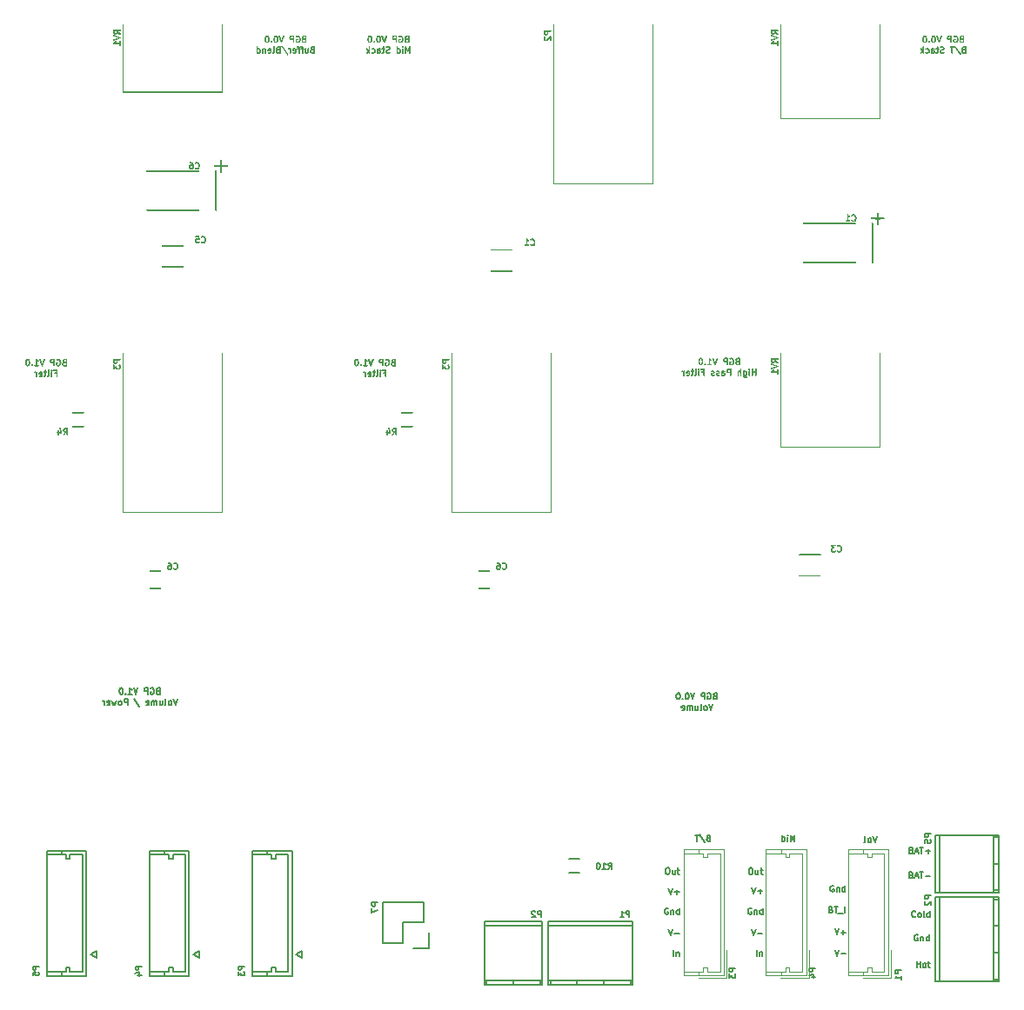
<source format=gbo>
%MOIN*%
%OFA0B0*%
%FSLAX46Y46*%
%IPPOS*%
%LPD*%
%ADD10C,0.0039370078740157488*%
%ADD11C,0.005905511811023622*%
%ADD12C,0.0047244094488188976*%
%ADD13C,0.0039370078740157488*%
%ADD14C,0.005905511811023622*%
G36*
X0003609000Y0003640300D02*
G01G01*
X0003609900Y0003640499D01*
X0003613300Y0003641600D01*
X0003614100Y0003642000D01*
X0003614800Y0003642700D01*
X0003615200Y0003643500D01*
X0003615300Y0003644400D01*
X0003615200Y0003645300D01*
X0003614800Y0003646100D01*
X0003614100Y0003646800D01*
X0003613300Y0003647200D01*
X0003612400Y0003647399D01*
X0003611500Y0003647200D01*
X0003608100Y0003646100D01*
X0003607300Y0003645700D01*
X0003606600Y0003645000D01*
X0003606200Y0003644200D01*
X0003606000Y0003643300D01*
X0003606200Y0003642400D01*
X0003606600Y0003641500D01*
X0003607300Y0003640899D01*
X0003608100Y0003640499D01*
X0003609000Y0003640300D01*
G37*
G36*
X0003607900Y0003639200D02*
G01G01*
X0003608800Y0003639300D01*
X0003609600Y0003639800D01*
X0003610300Y0003640400D01*
X0003610700Y0003640899D01*
X0003610700Y0003640899D01*
X0003611399Y0003641500D01*
X0003611799Y0003642400D01*
X0003611900Y0003643300D01*
X0003611799Y0003644200D01*
X0003611399Y0003645000D01*
X0003610700Y0003645700D01*
X0003609900Y0003646100D01*
X0003609000Y0003646200D01*
X0003608100Y0003646100D01*
X0003607300Y0003645700D01*
X0003606600Y0003645000D01*
X0003606100Y0003644500D01*
X0003606100Y0003644500D01*
X0003605500Y0003643900D01*
X0003605100Y0003643100D01*
X0003604900Y0003642200D01*
X0003605100Y0003641200D01*
X0003605500Y0003640400D01*
X0003606100Y0003639800D01*
X0003607000Y0003639300D01*
X0003607900Y0003639200D01*
G37*
G36*
X0003606700Y0003636900D02*
G01G01*
X0003607700Y0003637100D01*
X0003608500Y0003637500D01*
X0003609099Y0003638199D01*
X0003609500Y0003639000D01*
X0003610700Y0003641200D01*
X0003610800Y0003642200D01*
X0003610700Y0003643100D01*
X0003610300Y0003643900D01*
X0003609600Y0003644500D01*
X0003608800Y0003645000D01*
X0003607900Y0003645100D01*
X0003607000Y0003645000D01*
X0003606100Y0003644500D01*
X0003605500Y0003643900D01*
X0003605100Y0003643100D01*
X0003603900Y0003640800D01*
X0003603800Y0003639900D01*
X0003603900Y0003639000D01*
X0003604400Y0003638199D01*
X0003605000Y0003637500D01*
X0003605800Y0003637100D01*
X0003606700Y0003636900D01*
G37*
G36*
X0003606700Y0003633600D02*
G01G01*
X0003607700Y0003633700D01*
X0003608500Y0003634100D01*
X0003609099Y0003634800D01*
X0003609500Y0003635600D01*
X0003609700Y0003636500D01*
X0003609700Y0003639900D01*
X0003609500Y0003640800D01*
X0003609099Y0003641600D01*
X0003608500Y0003642300D01*
X0003607700Y0003642700D01*
X0003606700Y0003642900D01*
X0003605800Y0003642700D01*
X0003605000Y0003642300D01*
X0003604400Y0003641600D01*
X0003603900Y0003640800D01*
X0003603800Y0003639900D01*
X0003603800Y0003636500D01*
X0003603900Y0003635600D01*
X0003604400Y0003634800D01*
X0003605000Y0003634100D01*
X0003605800Y0003633700D01*
X0003606700Y0003633600D01*
G37*
G36*
X0003607900Y0003631300D02*
G01G01*
X0003608800Y0003631500D01*
X0003609600Y0003631900D01*
X0003610300Y0003632500D01*
X0003610700Y0003633400D01*
X0003610800Y0003634300D01*
X0003610700Y0003635200D01*
X0003609500Y0003637399D01*
X0003609099Y0003638300D01*
X0003608500Y0003638900D01*
X0003607700Y0003639300D01*
X0003606700Y0003639500D01*
X0003605800Y0003639300D01*
X0003605000Y0003638900D01*
X0003604400Y0003638300D01*
X0003603900Y0003637399D01*
X0003603800Y0003636500D01*
X0003603900Y0003635600D01*
X0003605100Y0003633400D01*
X0003605500Y0003632500D01*
X0003606100Y0003631900D01*
X0003607000Y0003631500D01*
X0003607900Y0003631300D01*
G37*
G36*
X0003609000Y0003630200D02*
G01G01*
X0003609900Y0003630300D01*
X0003610700Y0003630800D01*
X0003611399Y0003631400D01*
X0003611799Y0003632200D01*
X0003611900Y0003633200D01*
X0003611799Y0003634100D01*
X0003611399Y0003634900D01*
X0003610700Y0003635500D01*
X0003609600Y0003636700D01*
X0003608800Y0003637100D01*
X0003607900Y0003637200D01*
X0003607000Y0003637100D01*
X0003606100Y0003636700D01*
X0003605500Y0003636000D01*
X0003605100Y0003635200D01*
X0003604900Y0003634300D01*
X0003605100Y0003633400D01*
X0003605500Y0003632500D01*
X0003606100Y0003631900D01*
X0003607300Y0003630800D01*
X0003608100Y0003630300D01*
X0003609000Y0003630200D01*
G37*
G36*
X0003611200Y0003629100D02*
G01G01*
X0003612199Y0003629200D01*
X0003612999Y0003629600D01*
X0003613600Y0003630300D01*
X0003614000Y0003631100D01*
X0003614200Y0003632000D01*
X0003614000Y0003632900D01*
X0003613600Y0003633800D01*
X0003612999Y0003634400D01*
X0003612199Y0003634800D01*
X0003609900Y0003636000D01*
X0003609000Y0003636100D01*
X0003608100Y0003636000D01*
X0003607300Y0003635500D01*
X0003606600Y0003634900D01*
X0003606200Y0003634100D01*
X0003606000Y0003633200D01*
X0003606200Y0003632200D01*
X0003606600Y0003631400D01*
X0003607300Y0003630800D01*
X0003608100Y0003630300D01*
X0003610300Y0003629200D01*
X0003611200Y0003629100D01*
G37*
G36*
X0003620200Y0003629100D02*
G01G01*
X0003621200Y0003629200D01*
X0003622000Y0003629600D01*
X0003622600Y0003630300D01*
X0003623000Y0003631100D01*
X0003623200Y0003632000D01*
X0003623000Y0003632900D01*
X0003622600Y0003633800D01*
X0003622000Y0003634400D01*
X0003621200Y0003634800D01*
X0003620200Y0003635000D01*
X0003611200Y0003635000D01*
X0003610300Y0003634800D01*
X0003609500Y0003634400D01*
X0003608900Y0003633800D01*
X0003608400Y0003632900D01*
X0003608300Y0003632000D01*
X0003608400Y0003631100D01*
X0003608900Y0003630300D01*
X0003609500Y0003629600D01*
X0003610300Y0003629200D01*
X0003611200Y0003629100D01*
X0003620200Y0003629100D01*
G37*
G36*
X0003620200Y0003629100D02*
G01G01*
X0003621200Y0003629200D01*
X0003622000Y0003629600D01*
X0003622600Y0003630300D01*
X0003623000Y0003631100D01*
X0003623200Y0003632000D01*
X0003623200Y0003655600D01*
X0003623000Y0003656600D01*
X0003622600Y0003657400D01*
X0003622000Y0003658000D01*
X0003621200Y0003658500D01*
X0003620200Y0003658600D01*
X0003619300Y0003658500D01*
X0003618500Y0003658000D01*
X0003617800Y0003657400D01*
X0003617400Y0003656600D01*
X0003617300Y0003655600D01*
X0003617300Y0003632000D01*
X0003617400Y0003631100D01*
X0003617800Y0003630300D01*
X0003618500Y0003629600D01*
X0003619300Y0003629200D01*
X0003620200Y0003629100D01*
G37*
G36*
X0003620200Y0003652700D02*
G01G01*
X0003621200Y0003652800D01*
X0003622000Y0003653300D01*
X0003622600Y0003653900D01*
X0003623000Y0003654700D01*
X0003623200Y0003655600D01*
X0003623000Y0003656600D01*
X0003622600Y0003657400D01*
X0003622000Y0003658000D01*
X0003621200Y0003658500D01*
X0003620200Y0003658600D01*
X0003612400Y0003658600D01*
X0003611500Y0003658500D01*
X0003610600Y0003658000D01*
X0003610000Y0003657400D01*
X0003609600Y0003656600D01*
X0003609400Y0003655600D01*
X0003609600Y0003654700D01*
X0003610000Y0003653900D01*
X0003610600Y0003653300D01*
X0003611500Y0003652800D01*
X0003612400Y0003652700D01*
X0003620200Y0003652700D01*
G37*
G36*
X0003610100Y0003651600D02*
G01G01*
X0003610999Y0003651700D01*
X0003613300Y0003652800D01*
X0003614100Y0003653300D01*
X0003614800Y0003653900D01*
X0003615200Y0003654700D01*
X0003615300Y0003655600D01*
X0003615200Y0003656600D01*
X0003614800Y0003657400D01*
X0003614100Y0003658000D01*
X0003613300Y0003658500D01*
X0003612400Y0003658600D01*
X0003611500Y0003658500D01*
X0003609200Y0003657300D01*
X0003608400Y0003656900D01*
X0003607700Y0003656300D01*
X0003607300Y0003655400D01*
X0003607200Y0003654500D01*
X0003607300Y0003653600D01*
X0003607700Y0003652800D01*
X0003608400Y0003652099D01*
X0003609200Y0003651700D01*
X0003610100Y0003651600D01*
G37*
G36*
X0003609000Y0003650400D02*
G01G01*
X0003609900Y0003650599D01*
X0003610700Y0003651000D01*
X0003612500Y0003652800D01*
X0003612900Y0003653600D01*
X0003613100Y0003654500D01*
X0003612900Y0003655400D01*
X0003612500Y0003656300D01*
X0003611900Y0003656900D01*
X0003610999Y0003657300D01*
X0003610100Y0003657499D01*
X0003609200Y0003657300D01*
X0003608400Y0003656900D01*
X0003606600Y0003655100D01*
X0003606200Y0003654300D01*
X0003606000Y0003653400D01*
X0003606200Y0003652499D01*
X0003606600Y0003651700D01*
X0003607300Y0003651000D01*
X0003608100Y0003650599D01*
X0003609000Y0003650400D01*
G37*
G36*
X0003607900Y0003648199D02*
G01G01*
X0003608800Y0003648300D01*
X0003609600Y0003648800D01*
X0003610300Y0003649399D01*
X0003610700Y0003650199D01*
X0003611799Y0003652499D01*
X0003611900Y0003653400D01*
X0003611799Y0003654300D01*
X0003611399Y0003655100D01*
X0003610700Y0003655800D01*
X0003609900Y0003656200D01*
X0003609000Y0003656400D01*
X0003608100Y0003656200D01*
X0003607300Y0003655800D01*
X0003606600Y0003655100D01*
X0003606200Y0003654300D01*
X0003605100Y0003652099D01*
X0003604900Y0003651200D01*
X0003605100Y0003650199D01*
X0003605500Y0003649399D01*
X0003606100Y0003648800D01*
X0003607000Y0003648300D01*
X0003607900Y0003648199D01*
G37*
G36*
X0003607900Y0003645899D02*
G01G01*
X0003608800Y0003646100D01*
X0003609600Y0003646500D01*
X0003610300Y0003647200D01*
X0003610700Y0003648000D01*
X0003610800Y0003648900D01*
X0003610800Y0003651200D01*
X0003610700Y0003652099D01*
X0003610300Y0003652899D01*
X0003609600Y0003653500D01*
X0003608800Y0003654000D01*
X0003607900Y0003654100D01*
X0003607000Y0003654000D01*
X0003606100Y0003653500D01*
X0003605500Y0003652899D01*
X0003605100Y0003652099D01*
X0003604900Y0003651200D01*
X0003604900Y0003648900D01*
X0003605100Y0003648000D01*
X0003605500Y0003647200D01*
X0003606100Y0003646500D01*
X0003607000Y0003646100D01*
X0003607900Y0003645899D01*
G37*
G36*
X0003609000Y0003643700D02*
G01G01*
X0003609900Y0003643800D01*
X0003610700Y0003644300D01*
X0003611399Y0003644900D01*
X0003611799Y0003645700D01*
X0003611900Y0003646700D01*
X0003611799Y0003647600D01*
X0003610700Y0003649799D01*
X0003610300Y0003650599D01*
X0003609600Y0003651300D01*
X0003608800Y0003651700D01*
X0003607900Y0003651900D01*
X0003607000Y0003651700D01*
X0003606100Y0003651300D01*
X0003605500Y0003650599D01*
X0003605100Y0003649799D01*
X0003604900Y0003648900D01*
X0003605100Y0003648000D01*
X0003606200Y0003645700D01*
X0003606600Y0003644900D01*
X0003607300Y0003644300D01*
X0003608100Y0003643800D01*
X0003609000Y0003643700D01*
G37*
G36*
X0003610100Y0003642600D02*
G01G01*
X0003610999Y0003642700D01*
X0003611900Y0003643100D01*
X0003612500Y0003643800D01*
X0003612900Y0003644600D01*
X0003613100Y0003645499D01*
X0003612900Y0003646400D01*
X0003612500Y0003647300D01*
X0003610700Y0003648999D01*
X0003609900Y0003649500D01*
X0003609000Y0003649600D01*
X0003608100Y0003649500D01*
X0003607300Y0003648999D01*
X0003606600Y0003648400D01*
X0003606200Y0003647600D01*
X0003606000Y0003646700D01*
X0003606200Y0003645700D01*
X0003606600Y0003644900D01*
X0003608400Y0003643100D01*
X0003609200Y0003642700D01*
X0003610100Y0003642600D01*
G37*
G36*
X0003612400Y0003641400D02*
G01G01*
X0003613300Y0003641600D01*
X0003614100Y0003642000D01*
X0003614800Y0003642700D01*
X0003615200Y0003643500D01*
X0003615300Y0003644400D01*
X0003615200Y0003645300D01*
X0003614800Y0003646100D01*
X0003614100Y0003646800D01*
X0003613300Y0003647200D01*
X0003610999Y0003648300D01*
X0003610100Y0003648500D01*
X0003609200Y0003648300D01*
X0003608400Y0003647900D01*
X0003607700Y0003647300D01*
X0003607300Y0003646400D01*
X0003607200Y0003645499D01*
X0003607300Y0003644600D01*
X0003607700Y0003643800D01*
X0003608400Y0003643100D01*
X0003609200Y0003642700D01*
X0003611500Y0003641600D01*
X0003612400Y0003641400D01*
G37*
G36*
X0003620200Y0003641400D02*
G01G01*
X0003621200Y0003641600D01*
X0003622000Y0003642000D01*
X0003622600Y0003642700D01*
X0003623000Y0003643500D01*
X0003623200Y0003644400D01*
X0003623000Y0003645300D01*
X0003622600Y0003646100D01*
X0003622000Y0003646800D01*
X0003621200Y0003647200D01*
X0003620200Y0003647399D01*
X0003612400Y0003647399D01*
X0003611500Y0003647200D01*
X0003610600Y0003646800D01*
X0003610000Y0003646100D01*
X0003609600Y0003645300D01*
X0003609400Y0003644400D01*
X0003609600Y0003643500D01*
X0003610000Y0003642700D01*
X0003610600Y0003642000D01*
X0003611500Y0003641600D01*
X0003612400Y0003641400D01*
X0003620200Y0003641400D01*
G37*
G36*
X0003584200Y0003651600D02*
G01G01*
X0003585200Y0003651700D01*
X0003587399Y0003652800D01*
X0003588199Y0003653300D01*
X0003588900Y0003653900D01*
X0003589300Y0003654700D01*
X0003589399Y0003655600D01*
X0003589300Y0003656600D01*
X0003588900Y0003657400D01*
X0003588199Y0003658000D01*
X0003587399Y0003658500D01*
X0003586500Y0003658600D01*
X0003585600Y0003658500D01*
X0003583300Y0003657300D01*
X0003582500Y0003656900D01*
X0003581900Y0003656300D01*
X0003581400Y0003655400D01*
X0003581300Y0003654500D01*
X0003581400Y0003653600D01*
X0003581900Y0003652800D01*
X0003582500Y0003652099D01*
X0003583300Y0003651700D01*
X0003584200Y0003651600D01*
G37*
G36*
X0003589900Y0003652700D02*
G01G01*
X0003590800Y0003652800D01*
X0003591600Y0003653300D01*
X0003592300Y0003653900D01*
X0003592700Y0003654700D01*
X0003592800Y0003655600D01*
X0003592700Y0003656600D01*
X0003592300Y0003657400D01*
X0003591600Y0003658000D01*
X0003590800Y0003658500D01*
X0003589900Y0003658600D01*
X0003586500Y0003658600D01*
X0003585600Y0003658500D01*
X0003584800Y0003658000D01*
X0003584100Y0003657400D01*
X0003583700Y0003656600D01*
X0003583500Y0003655600D01*
X0003583700Y0003654700D01*
X0003584100Y0003653900D01*
X0003584800Y0003653300D01*
X0003585600Y0003652800D01*
X0003586500Y0003652700D01*
X0003589900Y0003652700D01*
G37*
G36*
X0003593200Y0003651600D02*
G01G01*
X0003594200Y0003651700D01*
X0003595000Y0003652099D01*
X0003595600Y0003652800D01*
X0003596100Y0003653600D01*
X0003596200Y0003654500D01*
X0003596100Y0003655400D01*
X0003595600Y0003656300D01*
X0003595000Y0003656900D01*
X0003594200Y0003657300D01*
X0003590800Y0003658500D01*
X0003589900Y0003658600D01*
X0003588999Y0003658500D01*
X0003588100Y0003658000D01*
X0003587500Y0003657400D01*
X0003587100Y0003656600D01*
X0003586900Y0003655600D01*
X0003587100Y0003654700D01*
X0003587500Y0003653900D01*
X0003588100Y0003653300D01*
X0003588999Y0003652800D01*
X0003592300Y0003651700D01*
X0003593200Y0003651600D01*
G37*
G36*
X0003595500Y0003649300D02*
G01G01*
X0003596400Y0003649500D01*
X0003597200Y0003649900D01*
X0003597900Y0003650500D01*
X0003598300Y0003651400D01*
X0003598400Y0003652300D01*
X0003598300Y0003653200D01*
X0003597900Y0003654000D01*
X0003595000Y0003656900D01*
X0003594200Y0003657300D01*
X0003593200Y0003657499D01*
X0003592300Y0003657300D01*
X0003591500Y0003656900D01*
X0003590900Y0003656300D01*
X0003590400Y0003655400D01*
X0003590300Y0003654500D01*
X0003590400Y0003653600D01*
X0003590900Y0003652800D01*
X0003593800Y0003649900D01*
X0003594600Y0003649500D01*
X0003595500Y0003649300D01*
G37*
G36*
X0003596600Y0003647100D02*
G01G01*
X0003597500Y0003647200D01*
X0003598400Y0003647600D01*
X0003598999Y0003648300D01*
X0003599399Y0003649100D01*
X0003599600Y0003650000D01*
X0003599399Y0003650900D01*
X0003598300Y0003653200D01*
X0003597900Y0003654000D01*
X0003597200Y0003654700D01*
X0003596400Y0003655100D01*
X0003595500Y0003655200D01*
X0003594600Y0003655100D01*
X0003593800Y0003654700D01*
X0003593100Y0003654000D01*
X0003592700Y0003653200D01*
X0003592499Y0003652300D01*
X0003592700Y0003651400D01*
X0003593800Y0003649100D01*
X0003594200Y0003648300D01*
X0003594900Y0003647600D01*
X0003595700Y0003647200D01*
X0003596600Y0003647100D01*
G37*
G36*
X0003597700Y0003642600D02*
G01G01*
X0003598700Y0003642700D01*
X0003599500Y0003643100D01*
X0003600100Y0003643800D01*
X0003600500Y0003644600D01*
X0003600700Y0003645499D01*
X0003600500Y0003646400D01*
X0003599399Y0003650900D01*
X0003598999Y0003651800D01*
X0003598400Y0003652400D01*
X0003597500Y0003652800D01*
X0003596600Y0003653000D01*
X0003595700Y0003652800D01*
X0003594900Y0003652400D01*
X0003594200Y0003651800D01*
X0003593800Y0003650900D01*
X0003593700Y0003650000D01*
X0003593800Y0003649100D01*
X0003594900Y0003644600D01*
X0003595400Y0003643800D01*
X0003596000Y0003643100D01*
X0003596800Y0003642700D01*
X0003597700Y0003642600D01*
G37*
G36*
X0003597700Y0003639200D02*
G01G01*
X0003598700Y0003639300D01*
X0003599500Y0003639800D01*
X0003600100Y0003640400D01*
X0003600500Y0003641200D01*
X0003600700Y0003642200D01*
X0003600700Y0003645499D01*
X0003600500Y0003646400D01*
X0003600100Y0003647300D01*
X0003599500Y0003647900D01*
X0003598700Y0003648300D01*
X0003597700Y0003648500D01*
X0003596800Y0003648300D01*
X0003596000Y0003647900D01*
X0003595400Y0003647300D01*
X0003594900Y0003646400D01*
X0003594800Y0003645499D01*
X0003594800Y0003642200D01*
X0003594900Y0003641200D01*
X0003595400Y0003640400D01*
X0003596000Y0003639800D01*
X0003596800Y0003639300D01*
X0003597700Y0003639200D01*
G37*
G36*
X0003596600Y0003634700D02*
G01G01*
X0003597500Y0003634800D01*
X0003598400Y0003635300D01*
X0003598999Y0003635900D01*
X0003599399Y0003636700D01*
X0003600500Y0003641200D01*
X0003600700Y0003642200D01*
X0003600500Y0003643100D01*
X0003600100Y0003643900D01*
X0003599500Y0003644500D01*
X0003598700Y0003645000D01*
X0003597700Y0003645100D01*
X0003596800Y0003645000D01*
X0003596000Y0003644500D01*
X0003595400Y0003643900D01*
X0003594900Y0003643100D01*
X0003593800Y0003638600D01*
X0003593700Y0003637700D01*
X0003593800Y0003636700D01*
X0003594200Y0003635900D01*
X0003594900Y0003635300D01*
X0003595700Y0003634800D01*
X0003596600Y0003634700D01*
G37*
G36*
X0003595500Y0003632400D02*
G01G01*
X0003596400Y0003632600D01*
X0003597200Y0003633000D01*
X0003597900Y0003633700D01*
X0003598300Y0003634500D01*
X0003599399Y0003636700D01*
X0003599600Y0003637700D01*
X0003599399Y0003638600D01*
X0003598999Y0003639400D01*
X0003598400Y0003640000D01*
X0003597500Y0003640499D01*
X0003596600Y0003640600D01*
X0003595700Y0003640499D01*
X0003594900Y0003640000D01*
X0003594200Y0003639400D01*
X0003593800Y0003638600D01*
X0003592700Y0003636300D01*
X0003592499Y0003635399D01*
X0003592700Y0003634500D01*
X0003593100Y0003633700D01*
X0003593800Y0003633000D01*
X0003594600Y0003632600D01*
X0003595500Y0003632400D01*
G37*
G36*
X0003593200Y0003630200D02*
G01G01*
X0003594200Y0003630300D01*
X0003595000Y0003630800D01*
X0003597200Y0003633000D01*
X0003597900Y0003633700D01*
X0003598300Y0003634500D01*
X0003598400Y0003635399D01*
X0003598300Y0003636300D01*
X0003597900Y0003637100D01*
X0003597200Y0003637799D01*
X0003596400Y0003638199D01*
X0003595500Y0003638400D01*
X0003594600Y0003638199D01*
X0003593800Y0003637799D01*
X0003593100Y0003637100D01*
X0003590900Y0003634900D01*
X0003590400Y0003634100D01*
X0003590300Y0003633200D01*
X0003590400Y0003632200D01*
X0003590900Y0003631400D01*
X0003591500Y0003630800D01*
X0003592300Y0003630300D01*
X0003593200Y0003630200D01*
G37*
G36*
X0003589900Y0003629100D02*
G01G01*
X0003590800Y0003629200D01*
X0003594200Y0003630300D01*
X0003595000Y0003630800D01*
X0003595600Y0003631400D01*
X0003596100Y0003632200D01*
X0003596200Y0003633200D01*
X0003596100Y0003634100D01*
X0003595600Y0003634900D01*
X0003595000Y0003635500D01*
X0003594200Y0003636000D01*
X0003593200Y0003636100D01*
X0003592300Y0003636000D01*
X0003588999Y0003634800D01*
X0003588100Y0003634400D01*
X0003587500Y0003633800D01*
X0003587100Y0003632900D01*
X0003586900Y0003632000D01*
X0003587100Y0003631100D01*
X0003587500Y0003630300D01*
X0003588100Y0003629600D01*
X0003588999Y0003629200D01*
X0003589900Y0003629100D01*
G37*
G36*
X0003589900Y0003629100D02*
G01G01*
X0003590800Y0003629200D01*
X0003591600Y0003629600D01*
X0003592300Y0003630300D01*
X0003592700Y0003631100D01*
X0003592800Y0003632000D01*
X0003592700Y0003632900D01*
X0003592300Y0003633800D01*
X0003591600Y0003634400D01*
X0003590800Y0003634800D01*
X0003589900Y0003635000D01*
X0003587600Y0003635000D01*
X0003586700Y0003634800D01*
X0003585900Y0003634400D01*
X0003585200Y0003633800D01*
X0003584800Y0003632900D01*
X0003584700Y0003632000D01*
X0003584800Y0003631100D01*
X0003585200Y0003630300D01*
X0003585900Y0003629600D01*
X0003586700Y0003629200D01*
X0003587600Y0003629100D01*
X0003589900Y0003629100D01*
G37*
G36*
X0003587600Y0003629100D02*
G01G01*
X0003588500Y0003629200D01*
X0003589399Y0003629600D01*
X0003590000Y0003630300D01*
X0003590400Y0003631100D01*
X0003590600Y0003632000D01*
X0003590400Y0003632900D01*
X0003590000Y0003633800D01*
X0003589399Y0003634400D01*
X0003588500Y0003634800D01*
X0003585200Y0003636000D01*
X0003584200Y0003636100D01*
X0003583300Y0003636000D01*
X0003582500Y0003635500D01*
X0003581900Y0003634900D01*
X0003581400Y0003634100D01*
X0003581300Y0003633200D01*
X0003581400Y0003632200D01*
X0003581900Y0003631400D01*
X0003582500Y0003630800D01*
X0003583300Y0003630300D01*
X0003586700Y0003629200D01*
X0003587600Y0003629100D01*
G37*
G36*
X0003584200Y0003630200D02*
G01G01*
X0003585200Y0003630300D01*
X0003586000Y0003630800D01*
X0003586600Y0003631400D01*
X0003587100Y0003632200D01*
X0003587200Y0003633200D01*
X0003587100Y0003634100D01*
X0003586600Y0003634900D01*
X0003584900Y0003636700D01*
X0003584000Y0003637100D01*
X0003583100Y0003637200D01*
X0003582200Y0003637100D01*
X0003581400Y0003636700D01*
X0003580700Y0003636000D01*
X0003580300Y0003635200D01*
X0003580200Y0003634300D01*
X0003580300Y0003633400D01*
X0003580700Y0003632500D01*
X0003582500Y0003630800D01*
X0003583300Y0003630300D01*
X0003584200Y0003630200D01*
G37*
G36*
X0003583100Y0003631300D02*
G01G01*
X0003584000Y0003631500D01*
X0003584900Y0003631900D01*
X0003585500Y0003632500D01*
X0003585900Y0003633400D01*
X0003586100Y0003634300D01*
X0003586100Y0003642200D01*
X0003585900Y0003643100D01*
X0003585500Y0003643900D01*
X0003584900Y0003644500D01*
X0003584000Y0003645000D01*
X0003583100Y0003645100D01*
X0003582200Y0003645000D01*
X0003581400Y0003644500D01*
X0003580700Y0003643900D01*
X0003580300Y0003643100D01*
X0003580200Y0003642200D01*
X0003580200Y0003634300D01*
X0003580300Y0003633400D01*
X0003580700Y0003632500D01*
X0003581400Y0003631900D01*
X0003582200Y0003631500D01*
X0003583100Y0003631300D01*
G37*
G36*
X0003587600Y0003639200D02*
G01G01*
X0003588500Y0003639300D01*
X0003589399Y0003639800D01*
X0003590000Y0003640400D01*
X0003590400Y0003641200D01*
X0003590600Y0003642200D01*
X0003590400Y0003643100D01*
X0003590000Y0003643900D01*
X0003589399Y0003644500D01*
X0003588500Y0003645000D01*
X0003587600Y0003645100D01*
X0003583100Y0003645100D01*
X0003582200Y0003645000D01*
X0003581400Y0003644500D01*
X0003580700Y0003643900D01*
X0003580300Y0003643100D01*
X0003580200Y0003642200D01*
X0003580300Y0003641200D01*
X0003580700Y0003640400D01*
X0003581400Y0003639800D01*
X0003582200Y0003639300D01*
X0003583100Y0003639200D01*
X0003587600Y0003639200D01*
G37*
G36*
X0003573000Y0003629100D02*
G01G01*
X0003573900Y0003629200D01*
X0003574700Y0003629600D01*
X0003575399Y0003630300D01*
X0003575799Y0003631100D01*
X0003575900Y0003632000D01*
X0003575900Y0003655600D01*
X0003575799Y0003656600D01*
X0003575399Y0003657400D01*
X0003574700Y0003658000D01*
X0003573900Y0003658500D01*
X0003573000Y0003658600D01*
X0003572100Y0003658500D01*
X0003571300Y0003658000D01*
X0003570600Y0003657400D01*
X0003570200Y0003656600D01*
X0003570000Y0003655600D01*
X0003570000Y0003632000D01*
X0003570200Y0003631100D01*
X0003570600Y0003630300D01*
X0003571300Y0003629600D01*
X0003572100Y0003629200D01*
X0003573000Y0003629100D01*
G37*
G36*
X0003573000Y0003652700D02*
G01G01*
X0003573900Y0003652800D01*
X0003574700Y0003653300D01*
X0003575399Y0003653900D01*
X0003575799Y0003654700D01*
X0003575900Y0003655600D01*
X0003575799Y0003656600D01*
X0003575399Y0003657400D01*
X0003574700Y0003658000D01*
X0003573900Y0003658500D01*
X0003573000Y0003658600D01*
X0003564000Y0003658600D01*
X0003563100Y0003658500D01*
X0003562300Y0003658000D01*
X0003561600Y0003657400D01*
X0003561200Y0003656600D01*
X0003561000Y0003655600D01*
X0003561200Y0003654700D01*
X0003561600Y0003653900D01*
X0003562300Y0003653300D01*
X0003563100Y0003652800D01*
X0003564000Y0003652700D01*
X0003573000Y0003652700D01*
G37*
G36*
X0003561700Y0003651600D02*
G01G01*
X0003562700Y0003651700D01*
X0003564900Y0003652800D01*
X0003565700Y0003653300D01*
X0003566400Y0003653900D01*
X0003566800Y0003654700D01*
X0003566899Y0003655600D01*
X0003566800Y0003656600D01*
X0003566400Y0003657400D01*
X0003565700Y0003658000D01*
X0003564900Y0003658500D01*
X0003564000Y0003658600D01*
X0003563100Y0003658500D01*
X0003560800Y0003657300D01*
X0003560000Y0003656900D01*
X0003559400Y0003656300D01*
X0003558900Y0003655400D01*
X0003558800Y0003654500D01*
X0003558900Y0003653600D01*
X0003559400Y0003652800D01*
X0003560000Y0003652099D01*
X0003560800Y0003651700D01*
X0003561700Y0003651600D01*
G37*
G36*
X0003560600Y0003650400D02*
G01G01*
X0003561500Y0003650599D01*
X0003562400Y0003651000D01*
X0003564100Y0003652800D01*
X0003564599Y0003653600D01*
X0003564700Y0003654500D01*
X0003564599Y0003655400D01*
X0003564100Y0003656300D01*
X0003563500Y0003656900D01*
X0003562700Y0003657300D01*
X0003561700Y0003657499D01*
X0003560800Y0003657300D01*
X0003560000Y0003656900D01*
X0003558200Y0003655100D01*
X0003557800Y0003654300D01*
X0003557700Y0003653400D01*
X0003557800Y0003652499D01*
X0003558200Y0003651700D01*
X0003558900Y0003651000D01*
X0003559700Y0003650599D01*
X0003560600Y0003650400D01*
G37*
G36*
X0003559500Y0003648199D02*
G01G01*
X0003560400Y0003648300D01*
X0003561200Y0003648800D01*
X0003561900Y0003649399D01*
X0003562300Y0003650199D01*
X0003563399Y0003652499D01*
X0003563600Y0003653400D01*
X0003563399Y0003654300D01*
X0003562999Y0003655100D01*
X0003562400Y0003655800D01*
X0003561500Y0003656200D01*
X0003560600Y0003656400D01*
X0003559700Y0003656200D01*
X0003558900Y0003655800D01*
X0003558200Y0003655100D01*
X0003557800Y0003654300D01*
X0003556700Y0003652099D01*
X0003556500Y0003651200D01*
X0003556700Y0003650199D01*
X0003557100Y0003649399D01*
X0003557800Y0003648800D01*
X0003558600Y0003648300D01*
X0003559500Y0003648199D01*
G37*
G36*
X0003559500Y0003644800D02*
G01G01*
X0003560400Y0003645000D01*
X0003561200Y0003645400D01*
X0003561900Y0003646000D01*
X0003562300Y0003646900D01*
X0003562400Y0003647799D01*
X0003562400Y0003651200D01*
X0003562300Y0003652099D01*
X0003561900Y0003652899D01*
X0003561200Y0003653500D01*
X0003560400Y0003654000D01*
X0003559500Y0003654100D01*
X0003558600Y0003654000D01*
X0003557800Y0003653500D01*
X0003557100Y0003652899D01*
X0003556700Y0003652099D01*
X0003556500Y0003651200D01*
X0003556500Y0003647799D01*
X0003556700Y0003646900D01*
X0003557100Y0003646000D01*
X0003557800Y0003645400D01*
X0003558600Y0003645000D01*
X0003559500Y0003644800D01*
G37*
G36*
X0003560600Y0003642600D02*
G01G01*
X0003561500Y0003642700D01*
X0003562400Y0003643100D01*
X0003562999Y0003643800D01*
X0003563399Y0003644600D01*
X0003563600Y0003645499D01*
X0003563399Y0003646400D01*
X0003562300Y0003648700D01*
X0003561900Y0003649500D01*
X0003561200Y0003650199D01*
X0003560400Y0003650599D01*
X0003559500Y0003650700D01*
X0003558600Y0003650599D01*
X0003557800Y0003650199D01*
X0003557100Y0003649500D01*
X0003556700Y0003648700D01*
X0003556500Y0003647799D01*
X0003556700Y0003646900D01*
X0003557800Y0003644600D01*
X0003558200Y0003643800D01*
X0003558900Y0003643100D01*
X0003559700Y0003642700D01*
X0003560600Y0003642600D01*
G37*
G36*
X0003561700Y0003641400D02*
G01G01*
X0003562700Y0003641600D01*
X0003563500Y0003642000D01*
X0003564100Y0003642700D01*
X0003564599Y0003643500D01*
X0003564700Y0003644400D01*
X0003564599Y0003645300D01*
X0003564100Y0003646100D01*
X0003562400Y0003647900D01*
X0003561500Y0003648300D01*
X0003560600Y0003648500D01*
X0003559700Y0003648300D01*
X0003558900Y0003647900D01*
X0003558200Y0003647300D01*
X0003557800Y0003646400D01*
X0003557700Y0003645499D01*
X0003557800Y0003644600D01*
X0003558200Y0003643800D01*
X0003560000Y0003642000D01*
X0003560800Y0003641600D01*
X0003561700Y0003641400D01*
G37*
G36*
X0003564000Y0003640300D02*
G01G01*
X0003564900Y0003640499D01*
X0003565700Y0003640899D01*
X0003566400Y0003641500D01*
X0003566800Y0003642400D01*
X0003566899Y0003643300D01*
X0003566800Y0003644200D01*
X0003566400Y0003645000D01*
X0003565700Y0003645700D01*
X0003564900Y0003646100D01*
X0003562700Y0003647200D01*
X0003561700Y0003647399D01*
X0003560800Y0003647200D01*
X0003560000Y0003646800D01*
X0003559400Y0003646100D01*
X0003558900Y0003645300D01*
X0003558800Y0003644400D01*
X0003558900Y0003643500D01*
X0003559400Y0003642700D01*
X0003560000Y0003642000D01*
X0003560800Y0003641600D01*
X0003563100Y0003640499D01*
X0003564000Y0003640300D01*
G37*
G36*
X0003573000Y0003640300D02*
G01G01*
X0003573900Y0003640499D01*
X0003574700Y0003640899D01*
X0003575399Y0003641500D01*
X0003575799Y0003642400D01*
X0003575900Y0003643300D01*
X0003575799Y0003644200D01*
X0003575399Y0003645000D01*
X0003574700Y0003645700D01*
X0003573900Y0003646100D01*
X0003573000Y0003646200D01*
X0003564000Y0003646200D01*
X0003563100Y0003646100D01*
X0003562300Y0003645700D01*
X0003561600Y0003645000D01*
X0003561200Y0003644200D01*
X0003561000Y0003643300D01*
X0003561200Y0003642400D01*
X0003561600Y0003641500D01*
X0003562300Y0003640899D01*
X0003563100Y0003640499D01*
X0003564000Y0003640300D01*
X0003573000Y0003640300D01*
G37*
G36*
X0003526900Y0003629100D02*
G01G01*
X0003527799Y0003629200D01*
X0003528599Y0003629600D01*
X0003529300Y0003630300D01*
X0003529700Y0003631100D01*
X0003537600Y0003654700D01*
X0003537700Y0003655600D01*
X0003537600Y0003656600D01*
X0003537100Y0003657400D01*
X0003536500Y0003658000D01*
X0003535700Y0003658500D01*
X0003534700Y0003658600D01*
X0003533800Y0003658500D01*
X0003533000Y0003658000D01*
X0003532400Y0003657400D01*
X0003531900Y0003656600D01*
X0003524100Y0003632900D01*
X0003523900Y0003632000D01*
X0003524100Y0003631100D01*
X0003524500Y0003630300D01*
X0003525100Y0003629600D01*
X0003526000Y0003629200D01*
X0003526900Y0003629100D01*
G37*
G36*
X0003526900Y0003629100D02*
G01G01*
X0003527799Y0003629200D01*
X0003528599Y0003629600D01*
X0003529300Y0003630300D01*
X0003529700Y0003631100D01*
X0003529800Y0003632000D01*
X0003529700Y0003632900D01*
X0003521800Y0003656600D01*
X0003521400Y0003657400D01*
X0003520700Y0003658000D01*
X0003519900Y0003658500D01*
X0003519000Y0003658600D01*
X0003518100Y0003658500D01*
X0003517300Y0003658000D01*
X0003516599Y0003657400D01*
X0003516199Y0003656600D01*
X0003516000Y0003655600D01*
X0003516199Y0003654700D01*
X0003524100Y0003631100D01*
X0003524500Y0003630300D01*
X0003525100Y0003629600D01*
X0003526000Y0003629200D01*
X0003526900Y0003629100D01*
G37*
G36*
X0003506600Y0003652700D02*
G01G01*
X0003507500Y0003652800D01*
X0003508400Y0003653300D01*
X0003509000Y0003653900D01*
X0003509400Y0003654700D01*
X0003509600Y0003655600D01*
X0003509400Y0003656600D01*
X0003509000Y0003657400D01*
X0003508400Y0003658000D01*
X0003507500Y0003658500D01*
X0003506600Y0003658600D01*
X0003504400Y0003658600D01*
X0003503500Y0003658500D01*
X0003502599Y0003658000D01*
X0003502000Y0003657400D01*
X0003501600Y0003656600D01*
X0003501400Y0003655600D01*
X0003501600Y0003654700D01*
X0003502000Y0003653900D01*
X0003502599Y0003653300D01*
X0003503500Y0003652800D01*
X0003504400Y0003652700D01*
X0003506600Y0003652700D01*
G37*
G36*
X0003502100Y0003651600D02*
G01G01*
X0003502999Y0003651700D01*
X0003505300Y0003652800D01*
X0003506099Y0003653300D01*
X0003506800Y0003653900D01*
X0003507200Y0003654700D01*
X0003507299Y0003655600D01*
X0003507200Y0003656600D01*
X0003506800Y0003657400D01*
X0003506099Y0003658000D01*
X0003505300Y0003658500D01*
X0003504400Y0003658600D01*
X0003503500Y0003658500D01*
X0003501200Y0003657300D01*
X0003500400Y0003656900D01*
X0003499700Y0003656300D01*
X0003499300Y0003655400D01*
X0003499200Y0003654500D01*
X0003499300Y0003653600D01*
X0003499700Y0003652800D01*
X0003500400Y0003652099D01*
X0003501200Y0003651700D01*
X0003502100Y0003651600D01*
G37*
G36*
X0003501000Y0003650400D02*
G01G01*
X0003501900Y0003650599D01*
X0003502700Y0003651000D01*
X0003504500Y0003652800D01*
X0003504900Y0003653600D01*
X0003505100Y0003654500D01*
X0003504900Y0003655400D01*
X0003504500Y0003656300D01*
X0003503900Y0003656900D01*
X0003502999Y0003657300D01*
X0003502100Y0003657499D01*
X0003501200Y0003657300D01*
X0003500400Y0003656900D01*
X0003498600Y0003655100D01*
X0003498200Y0003654300D01*
X0003498100Y0003653400D01*
X0003498200Y0003652499D01*
X0003498600Y0003651700D01*
X0003499300Y0003651000D01*
X0003500100Y0003650599D01*
X0003501000Y0003650400D01*
G37*
G36*
X0003499900Y0003648199D02*
G01G01*
X0003500800Y0003648300D01*
X0003501600Y0003648800D01*
X0003502300Y0003649399D01*
X0003502700Y0003650199D01*
X0003503799Y0003652499D01*
X0003504000Y0003653400D01*
X0003503799Y0003654300D01*
X0003503399Y0003655100D01*
X0003502700Y0003655800D01*
X0003501900Y0003656200D01*
X0003501000Y0003656400D01*
X0003500100Y0003656200D01*
X0003499300Y0003655800D01*
X0003498600Y0003655100D01*
X0003498200Y0003654300D01*
X0003497100Y0003652099D01*
X0003496900Y0003651200D01*
X0003497100Y0003650199D01*
X0003497500Y0003649399D01*
X0003498100Y0003648800D01*
X0003499000Y0003648300D01*
X0003499900Y0003648199D01*
G37*
G36*
X0003498800Y0003643700D02*
G01G01*
X0003499700Y0003643800D01*
X0003500500Y0003644300D01*
X0003501100Y0003644900D01*
X0003501600Y0003645700D01*
X0003502700Y0003650199D01*
X0003502800Y0003651200D01*
X0003502700Y0003652099D01*
X0003502300Y0003652899D01*
X0003501600Y0003653500D01*
X0003500800Y0003654000D01*
X0003499900Y0003654100D01*
X0003499000Y0003654000D01*
X0003498100Y0003653500D01*
X0003497500Y0003652899D01*
X0003497100Y0003652099D01*
X0003495900Y0003647600D01*
X0003495800Y0003646700D01*
X0003495900Y0003645700D01*
X0003496400Y0003644900D01*
X0003497000Y0003644300D01*
X0003497800Y0003643800D01*
X0003498800Y0003643700D01*
G37*
G36*
X0003498800Y0003638100D02*
G01G01*
X0003499700Y0003638199D01*
X0003500500Y0003638600D01*
X0003501100Y0003639300D01*
X0003501600Y0003640099D01*
X0003501700Y0003641000D01*
X0003501700Y0003646700D01*
X0003501600Y0003647600D01*
X0003501100Y0003648400D01*
X0003500500Y0003648999D01*
X0003499700Y0003649500D01*
X0003498800Y0003649600D01*
X0003497800Y0003649500D01*
X0003497000Y0003648999D01*
X0003496400Y0003648400D01*
X0003495900Y0003647600D01*
X0003495800Y0003646700D01*
X0003495800Y0003641000D01*
X0003495900Y0003640099D01*
X0003496400Y0003639300D01*
X0003497000Y0003638600D01*
X0003497800Y0003638199D01*
X0003498800Y0003638100D01*
G37*
G36*
X0003499900Y0003633600D02*
G01G01*
X0003500800Y0003633700D01*
X0003501600Y0003634100D01*
X0003502300Y0003634800D01*
X0003502700Y0003635600D01*
X0003502800Y0003636500D01*
X0003502700Y0003637399D01*
X0003501600Y0003641900D01*
X0003501100Y0003642800D01*
X0003500500Y0003643400D01*
X0003499700Y0003643800D01*
X0003498800Y0003644000D01*
X0003497800Y0003643800D01*
X0003497000Y0003643400D01*
X0003496400Y0003642800D01*
X0003495900Y0003641900D01*
X0003495800Y0003641000D01*
X0003495900Y0003640099D01*
X0003497100Y0003635600D01*
X0003497500Y0003634800D01*
X0003498100Y0003634100D01*
X0003499000Y0003633700D01*
X0003499900Y0003633600D01*
G37*
G36*
X0003501000Y0003631300D02*
G01G01*
X0003501900Y0003631500D01*
X0003502700Y0003631900D01*
X0003503399Y0003632500D01*
X0003503799Y0003633400D01*
X0003504000Y0003634300D01*
X0003503799Y0003635200D01*
X0003502700Y0003637399D01*
X0003502300Y0003638300D01*
X0003501600Y0003638900D01*
X0003500800Y0003639300D01*
X0003499900Y0003639500D01*
X0003499000Y0003639300D01*
X0003498100Y0003638900D01*
X0003497500Y0003638300D01*
X0003497100Y0003637399D01*
X0003496900Y0003636500D01*
X0003497100Y0003635600D01*
X0003498200Y0003633400D01*
X0003498600Y0003632500D01*
X0003499300Y0003631900D01*
X0003500100Y0003631500D01*
X0003501000Y0003631300D01*
G37*
G36*
X0003502100Y0003630200D02*
G01G01*
X0003502999Y0003630300D01*
X0003503900Y0003630800D01*
X0003504500Y0003631400D01*
X0003504900Y0003632200D01*
X0003505100Y0003633200D01*
X0003504900Y0003634100D01*
X0003504500Y0003634900D01*
X0003503900Y0003635500D01*
X0003502700Y0003636700D01*
X0003501900Y0003637100D01*
X0003501000Y0003637200D01*
X0003500100Y0003637100D01*
X0003499300Y0003636700D01*
X0003498600Y0003636000D01*
X0003498200Y0003635200D01*
X0003498100Y0003634300D01*
X0003498200Y0003633400D01*
X0003498600Y0003632500D01*
X0003499300Y0003631900D01*
X0003500400Y0003630800D01*
X0003501200Y0003630300D01*
X0003502100Y0003630200D01*
G37*
G36*
X0003504400Y0003629100D02*
G01G01*
X0003505300Y0003629200D01*
X0003506099Y0003629600D01*
X0003506800Y0003630300D01*
X0003507200Y0003631100D01*
X0003507299Y0003632000D01*
X0003507200Y0003632900D01*
X0003506800Y0003633800D01*
X0003506099Y0003634400D01*
X0003505300Y0003634800D01*
X0003502999Y0003636000D01*
X0003502100Y0003636100D01*
X0003501200Y0003636000D01*
X0003500400Y0003635500D01*
X0003499700Y0003634900D01*
X0003499300Y0003634100D01*
X0003499200Y0003633200D01*
X0003499300Y0003632200D01*
X0003499700Y0003631400D01*
X0003500400Y0003630800D01*
X0003501200Y0003630300D01*
X0003503500Y0003629200D01*
X0003504400Y0003629100D01*
G37*
G36*
X0003506600Y0003629100D02*
G01G01*
X0003507500Y0003629200D01*
X0003508400Y0003629600D01*
X0003509000Y0003630300D01*
X0003509400Y0003631100D01*
X0003509600Y0003632000D01*
X0003509400Y0003632900D01*
X0003509000Y0003633800D01*
X0003508400Y0003634400D01*
X0003507500Y0003634800D01*
X0003506600Y0003635000D01*
X0003504400Y0003635000D01*
X0003503500Y0003634800D01*
X0003502599Y0003634400D01*
X0003502000Y0003633800D01*
X0003501600Y0003632900D01*
X0003501400Y0003632000D01*
X0003501600Y0003631100D01*
X0003502000Y0003630300D01*
X0003502599Y0003629600D01*
X0003503500Y0003629200D01*
X0003504400Y0003629100D01*
X0003506600Y0003629100D01*
G37*
G36*
X0003506600Y0003629100D02*
G01G01*
X0003507500Y0003629200D01*
X0003509800Y0003630300D01*
X0003510600Y0003630800D01*
X0003511300Y0003631400D01*
X0003511700Y0003632200D01*
X0003511800Y0003633200D01*
X0003511700Y0003634100D01*
X0003511300Y0003634900D01*
X0003510600Y0003635500D01*
X0003509800Y0003636000D01*
X0003508900Y0003636100D01*
X0003508000Y0003636000D01*
X0003505700Y0003634800D01*
X0003504900Y0003634400D01*
X0003504199Y0003633800D01*
X0003503799Y0003632900D01*
X0003503700Y0003632000D01*
X0003503799Y0003631100D01*
X0003504199Y0003630300D01*
X0003504900Y0003629600D01*
X0003505700Y0003629200D01*
X0003506600Y0003629100D01*
G37*
G36*
X0003508900Y0003630200D02*
G01G01*
X0003509800Y0003630300D01*
X0003510600Y0003630800D01*
X0003511300Y0003631400D01*
X0003511700Y0003631900D01*
X0003511700Y0003631900D01*
X0003512400Y0003632500D01*
X0003512800Y0003633400D01*
X0003513000Y0003634300D01*
X0003512800Y0003635200D01*
X0003512400Y0003636000D01*
X0003511700Y0003636700D01*
X0003510900Y0003637100D01*
X0003510000Y0003637200D01*
X0003509100Y0003637100D01*
X0003508300Y0003636700D01*
X0003507600Y0003636000D01*
X0003506499Y0003634900D01*
X0003506099Y0003634100D01*
X0003505900Y0003633200D01*
X0003506099Y0003632200D01*
X0003506499Y0003631400D01*
X0003507100Y0003630800D01*
X0003508000Y0003630300D01*
X0003508900Y0003630200D01*
G37*
G36*
X0003510000Y0003631300D02*
G01G01*
X0003510900Y0003631500D01*
X0003511700Y0003631900D01*
X0003512400Y0003632500D01*
X0003512800Y0003633400D01*
X0003513900Y0003635600D01*
X0003514100Y0003636500D01*
X0003513900Y0003637399D01*
X0003513500Y0003638300D01*
X0003512900Y0003638900D01*
X0003512000Y0003639300D01*
X0003511100Y0003639500D01*
X0003510200Y0003639300D01*
X0003509400Y0003638900D01*
X0003508700Y0003638300D01*
X0003508300Y0003637399D01*
X0003507200Y0003635200D01*
X0003507000Y0003634300D01*
X0003507200Y0003633400D01*
X0003507600Y0003632500D01*
X0003508300Y0003631900D01*
X0003509100Y0003631500D01*
X0003510000Y0003631300D01*
G37*
G36*
X0003511100Y0003633600D02*
G01G01*
X0003512000Y0003633700D01*
X0003512900Y0003634100D01*
X0003513500Y0003634800D01*
X0003513900Y0003635600D01*
X0003515100Y0003640099D01*
X0003515200Y0003641000D01*
X0003515100Y0003641900D01*
X0003514599Y0003642800D01*
X0003514000Y0003643400D01*
X0003513200Y0003643800D01*
X0003512300Y0003644000D01*
X0003511300Y0003643800D01*
X0003510500Y0003643400D01*
X0003509900Y0003642800D01*
X0003509400Y0003641900D01*
X0003508300Y0003637399D01*
X0003508200Y0003636500D01*
X0003508300Y0003635600D01*
X0003508700Y0003634800D01*
X0003509400Y0003634100D01*
X0003510200Y0003633700D01*
X0003511100Y0003633600D01*
G37*
G36*
X0003512300Y0003638100D02*
G01G01*
X0003513200Y0003638199D01*
X0003514000Y0003638600D01*
X0003514599Y0003639300D01*
X0003515100Y0003640099D01*
X0003515200Y0003641000D01*
X0003515200Y0003646700D01*
X0003515100Y0003647600D01*
X0003514599Y0003648400D01*
X0003514000Y0003648999D01*
X0003513200Y0003649500D01*
X0003512300Y0003649600D01*
X0003511300Y0003649500D01*
X0003510500Y0003648999D01*
X0003509900Y0003648400D01*
X0003509400Y0003647600D01*
X0003509300Y0003646700D01*
X0003509300Y0003641000D01*
X0003509400Y0003640099D01*
X0003509900Y0003639300D01*
X0003510500Y0003638600D01*
X0003511300Y0003638199D01*
X0003512300Y0003638100D01*
G37*
G36*
X0003512300Y0003643700D02*
G01G01*
X0003513200Y0003643800D01*
X0003514000Y0003644300D01*
X0003514599Y0003644900D01*
X0003515100Y0003645700D01*
X0003515200Y0003646700D01*
X0003515100Y0003647600D01*
X0003513900Y0003652099D01*
X0003513500Y0003652899D01*
X0003512900Y0003653500D01*
X0003512000Y0003654000D01*
X0003511100Y0003654100D01*
X0003510200Y0003654000D01*
X0003509400Y0003653500D01*
X0003508700Y0003652899D01*
X0003508300Y0003652099D01*
X0003508200Y0003651200D01*
X0003508300Y0003650199D01*
X0003509400Y0003645700D01*
X0003509900Y0003644900D01*
X0003510500Y0003644300D01*
X0003511300Y0003643800D01*
X0003512300Y0003643700D01*
G37*
G36*
X0003511100Y0003648199D02*
G01G01*
X0003512000Y0003648300D01*
X0003512900Y0003648800D01*
X0003513500Y0003649399D01*
X0003513900Y0003650199D01*
X0003514100Y0003651200D01*
X0003513900Y0003652099D01*
X0003512800Y0003654300D01*
X0003512400Y0003655100D01*
X0003511700Y0003655800D01*
X0003510900Y0003656200D01*
X0003510000Y0003656400D01*
X0003509100Y0003656200D01*
X0003508300Y0003655800D01*
X0003507600Y0003655100D01*
X0003507200Y0003654300D01*
X0003507000Y0003653400D01*
X0003507200Y0003652499D01*
X0003508300Y0003650199D01*
X0003508700Y0003649399D01*
X0003509400Y0003648800D01*
X0003510200Y0003648300D01*
X0003511100Y0003648199D01*
G37*
G36*
X0003510000Y0003650400D02*
G01G01*
X0003510900Y0003650599D01*
X0003511700Y0003651000D01*
X0003512400Y0003651700D01*
X0003512800Y0003652499D01*
X0003513000Y0003653400D01*
X0003512800Y0003654300D01*
X0003512400Y0003655100D01*
X0003510600Y0003656900D01*
X0003509800Y0003657300D01*
X0003508900Y0003657499D01*
X0003508000Y0003657300D01*
X0003507100Y0003656900D01*
X0003506499Y0003656300D01*
X0003506099Y0003655400D01*
X0003505900Y0003654500D01*
X0003506099Y0003653600D01*
X0003506499Y0003652800D01*
X0003508300Y0003651000D01*
X0003509100Y0003650599D01*
X0003510000Y0003650400D01*
G37*
G36*
X0003508900Y0003651600D02*
G01G01*
X0003509800Y0003651700D01*
X0003510600Y0003652099D01*
X0003511300Y0003652800D01*
X0003511700Y0003653600D01*
X0003511800Y0003654500D01*
X0003511700Y0003655400D01*
X0003511300Y0003656300D01*
X0003510600Y0003656900D01*
X0003509800Y0003657300D01*
X0003507500Y0003658500D01*
X0003506600Y0003658600D01*
X0003505700Y0003658500D01*
X0003504900Y0003658000D01*
X0003504199Y0003657400D01*
X0003503799Y0003656600D01*
X0003503700Y0003655600D01*
X0003503799Y0003654700D01*
X0003504199Y0003653900D01*
X0003504900Y0003653300D01*
X0003505700Y0003652800D01*
X0003508000Y0003651700D01*
X0003508900Y0003651600D01*
G37*
G36*
X0003487500Y0003630200D02*
G01G01*
X0003488400Y0003630300D01*
X0003489200Y0003630800D01*
X0003490999Y0003632500D01*
X0003491399Y0003633400D01*
X0003491600Y0003634300D01*
X0003491399Y0003635200D01*
X0003490999Y0003636000D01*
X0003490400Y0003636700D01*
X0003489500Y0003637100D01*
X0003488600Y0003637200D01*
X0003487700Y0003637100D01*
X0003486900Y0003636700D01*
X0003485100Y0003634900D01*
X0003484700Y0003634100D01*
X0003484600Y0003633200D01*
X0003484700Y0003632200D01*
X0003485100Y0003631400D01*
X0003485800Y0003630800D01*
X0003486600Y0003630300D01*
X0003487500Y0003630200D01*
G37*
G36*
X0003488600Y0003629100D02*
G01G01*
X0003489500Y0003629200D01*
X0003490400Y0003629600D01*
X0003490999Y0003630300D01*
X0003491399Y0003631100D01*
X0003491600Y0003632000D01*
X0003491399Y0003632900D01*
X0003490999Y0003633800D01*
X0003489900Y0003634900D01*
X0003489200Y0003635500D01*
X0003488400Y0003636000D01*
X0003487500Y0003636100D01*
X0003486600Y0003636000D01*
X0003485800Y0003635500D01*
X0003485100Y0003634900D01*
X0003484700Y0003634100D01*
X0003484600Y0003633200D01*
X0003484700Y0003632200D01*
X0003485100Y0003631400D01*
X0003486200Y0003630300D01*
X0003486900Y0003629600D01*
X0003487700Y0003629200D01*
X0003488600Y0003629100D01*
G37*
G36*
X0003488600Y0003629100D02*
G01G01*
X0003489500Y0003629200D01*
X0003490400Y0003629600D01*
X0003490999Y0003630300D01*
X0003492100Y0003631400D01*
X0003492600Y0003632200D01*
X0003492700Y0003633200D01*
X0003492600Y0003634100D01*
X0003492100Y0003634900D01*
X0003491500Y0003635500D01*
X0003490700Y0003636000D01*
X0003489800Y0003636100D01*
X0003488800Y0003636000D01*
X0003488000Y0003635500D01*
X0003487400Y0003634900D01*
X0003486200Y0003633800D01*
X0003485800Y0003632900D01*
X0003485700Y0003632000D01*
X0003485800Y0003631100D01*
X0003486200Y0003630300D01*
X0003486900Y0003629600D01*
X0003487700Y0003629200D01*
X0003488600Y0003629100D01*
G37*
G36*
X0003489800Y0003630200D02*
G01G01*
X0003490700Y0003630300D01*
X0003491500Y0003630800D01*
X0003492100Y0003631400D01*
X0003492600Y0003632200D01*
X0003492700Y0003633200D01*
X0003492600Y0003634100D01*
X0003492100Y0003634900D01*
X0003491500Y0003635500D01*
X0003490999Y0003636000D01*
X0003490400Y0003636700D01*
X0003489500Y0003637100D01*
X0003488600Y0003637200D01*
X0003487700Y0003637100D01*
X0003486900Y0003636700D01*
X0003486200Y0003636000D01*
X0003485800Y0003635200D01*
X0003485700Y0003634300D01*
X0003485800Y0003633400D01*
X0003486200Y0003632500D01*
X0003487400Y0003631400D01*
X0003487400Y0003631400D01*
X0003488000Y0003630800D01*
X0003488800Y0003630300D01*
X0003489800Y0003630200D01*
G37*
G36*
X0003488600Y0003629100D02*
G01G01*
X0003489500Y0003629200D01*
X0003490400Y0003629600D01*
X0003490999Y0003630300D01*
X0003491399Y0003631100D01*
X0003491600Y0003632000D01*
X0003491600Y0003634300D01*
X0003491399Y0003635200D01*
X0003490999Y0003636000D01*
X0003490400Y0003636700D01*
X0003489500Y0003637100D01*
X0003488600Y0003637200D01*
X0003487700Y0003637100D01*
X0003486900Y0003636700D01*
X0003486200Y0003636000D01*
X0003485800Y0003635200D01*
X0003485700Y0003634300D01*
X0003485700Y0003632000D01*
X0003485800Y0003631100D01*
X0003486200Y0003630300D01*
X0003486900Y0003629600D01*
X0003487700Y0003629200D01*
X0003488600Y0003629100D01*
G37*
G36*
X0003472900Y0003652700D02*
G01G01*
X0003473800Y0003652800D01*
X0003474600Y0003653300D01*
X0003475300Y0003653900D01*
X0003475700Y0003654700D01*
X0003475800Y0003655600D01*
X0003475700Y0003656600D01*
X0003475300Y0003657400D01*
X0003474600Y0003658000D01*
X0003473800Y0003658500D01*
X0003472900Y0003658600D01*
X0003470600Y0003658600D01*
X0003469699Y0003658500D01*
X0003468900Y0003658000D01*
X0003468199Y0003657400D01*
X0003467799Y0003656600D01*
X0003467700Y0003655600D01*
X0003467799Y0003654700D01*
X0003468199Y0003653900D01*
X0003468900Y0003653300D01*
X0003469699Y0003652800D01*
X0003470600Y0003652700D01*
X0003472900Y0003652700D01*
G37*
G36*
X0003468400Y0003651600D02*
G01G01*
X0003469300Y0003651700D01*
X0003471500Y0003652800D01*
X0003472400Y0003653300D01*
X0003473000Y0003653900D01*
X0003473400Y0003654700D01*
X0003473600Y0003655600D01*
X0003473400Y0003656600D01*
X0003473000Y0003657400D01*
X0003472400Y0003658000D01*
X0003471500Y0003658500D01*
X0003470600Y0003658600D01*
X0003469699Y0003658500D01*
X0003467500Y0003657300D01*
X0003466599Y0003656900D01*
X0003466000Y0003656300D01*
X0003465600Y0003655400D01*
X0003465400Y0003654500D01*
X0003465600Y0003653600D01*
X0003466000Y0003652800D01*
X0003466599Y0003652099D01*
X0003467500Y0003651700D01*
X0003468400Y0003651600D01*
G37*
G36*
X0003467300Y0003650400D02*
G01G01*
X0003468199Y0003650599D01*
X0003469000Y0003651000D01*
X0003470800Y0003652800D01*
X0003471200Y0003653600D01*
X0003471299Y0003654500D01*
X0003471200Y0003655400D01*
X0003470800Y0003656300D01*
X0003470099Y0003656900D01*
X0003469300Y0003657300D01*
X0003468400Y0003657499D01*
X0003467500Y0003657300D01*
X0003466599Y0003656900D01*
X0003464900Y0003655100D01*
X0003464400Y0003654300D01*
X0003464300Y0003653400D01*
X0003464400Y0003652499D01*
X0003464900Y0003651700D01*
X0003465500Y0003651000D01*
X0003466300Y0003650599D01*
X0003467300Y0003650400D01*
G37*
G36*
X0003466100Y0003648199D02*
G01G01*
X0003466999Y0003648300D01*
X0003467900Y0003648800D01*
X0003468500Y0003649399D01*
X0003468900Y0003650199D01*
X0003470099Y0003652499D01*
X0003470200Y0003653400D01*
X0003470099Y0003654300D01*
X0003469600Y0003655100D01*
X0003469000Y0003655800D01*
X0003468199Y0003656200D01*
X0003467300Y0003656400D01*
X0003466300Y0003656200D01*
X0003465500Y0003655800D01*
X0003464900Y0003655100D01*
X0003464400Y0003654300D01*
X0003463300Y0003652099D01*
X0003463200Y0003651200D01*
X0003463300Y0003650199D01*
X0003463700Y0003649399D01*
X0003464400Y0003648800D01*
X0003465200Y0003648300D01*
X0003466100Y0003648199D01*
G37*
G36*
X0003465000Y0003643700D02*
G01G01*
X0003465900Y0003643800D01*
X0003466700Y0003644300D01*
X0003467399Y0003644900D01*
X0003467799Y0003645700D01*
X0003468900Y0003650199D01*
X0003469100Y0003651200D01*
X0003468900Y0003652099D01*
X0003468500Y0003652899D01*
X0003467900Y0003653500D01*
X0003466999Y0003654000D01*
X0003466100Y0003654100D01*
X0003465200Y0003654000D01*
X0003464400Y0003653500D01*
X0003463700Y0003652899D01*
X0003463300Y0003652099D01*
X0003462200Y0003647600D01*
X0003462100Y0003646700D01*
X0003462200Y0003645700D01*
X0003462600Y0003644900D01*
X0003463300Y0003644300D01*
X0003464100Y0003643800D01*
X0003465000Y0003643700D01*
G37*
G36*
X0003465000Y0003638100D02*
G01G01*
X0003465900Y0003638199D01*
X0003466700Y0003638600D01*
X0003467399Y0003639300D01*
X0003467799Y0003640099D01*
X0003468000Y0003641000D01*
X0003468000Y0003646700D01*
X0003467799Y0003647600D01*
X0003467399Y0003648400D01*
X0003466700Y0003648999D01*
X0003465900Y0003649500D01*
X0003465000Y0003649600D01*
X0003464100Y0003649500D01*
X0003463300Y0003648999D01*
X0003462600Y0003648400D01*
X0003462200Y0003647600D01*
X0003462100Y0003646700D01*
X0003462100Y0003641000D01*
X0003462200Y0003640099D01*
X0003462600Y0003639300D01*
X0003463300Y0003638600D01*
X0003464100Y0003638199D01*
X0003465000Y0003638100D01*
G37*
G36*
X0003466100Y0003633600D02*
G01G01*
X0003466999Y0003633700D01*
X0003467900Y0003634100D01*
X0003468500Y0003634800D01*
X0003468900Y0003635600D01*
X0003469100Y0003636500D01*
X0003468900Y0003637399D01*
X0003467799Y0003641900D01*
X0003467399Y0003642800D01*
X0003466700Y0003643400D01*
X0003465900Y0003643800D01*
X0003465000Y0003644000D01*
X0003464100Y0003643800D01*
X0003463300Y0003643400D01*
X0003462600Y0003642800D01*
X0003462200Y0003641900D01*
X0003462100Y0003641000D01*
X0003462200Y0003640099D01*
X0003463300Y0003635600D01*
X0003463700Y0003634800D01*
X0003464400Y0003634100D01*
X0003465200Y0003633700D01*
X0003466100Y0003633600D01*
G37*
G36*
X0003467300Y0003631300D02*
G01G01*
X0003468199Y0003631500D01*
X0003469000Y0003631900D01*
X0003469600Y0003632500D01*
X0003470099Y0003633400D01*
X0003470200Y0003634300D01*
X0003470099Y0003635200D01*
X0003468900Y0003637399D01*
X0003468500Y0003638300D01*
X0003467900Y0003638900D01*
X0003466999Y0003639300D01*
X0003466100Y0003639500D01*
X0003465200Y0003639300D01*
X0003464400Y0003638900D01*
X0003463700Y0003638300D01*
X0003463300Y0003637399D01*
X0003463200Y0003636500D01*
X0003463300Y0003635600D01*
X0003464400Y0003633400D01*
X0003464900Y0003632500D01*
X0003465500Y0003631900D01*
X0003466300Y0003631500D01*
X0003467300Y0003631300D01*
G37*
G36*
X0003468400Y0003630200D02*
G01G01*
X0003469300Y0003630300D01*
X0003470099Y0003630800D01*
X0003470800Y0003631400D01*
X0003471200Y0003632200D01*
X0003471299Y0003633200D01*
X0003471200Y0003634100D01*
X0003470800Y0003634900D01*
X0003470099Y0003635500D01*
X0003469000Y0003636700D01*
X0003468199Y0003637100D01*
X0003467300Y0003637200D01*
X0003466300Y0003637100D01*
X0003465500Y0003636700D01*
X0003464900Y0003636000D01*
X0003464400Y0003635200D01*
X0003464300Y0003634300D01*
X0003464400Y0003633400D01*
X0003464900Y0003632500D01*
X0003465500Y0003631900D01*
X0003466599Y0003630800D01*
X0003467500Y0003630300D01*
X0003468400Y0003630200D01*
G37*
G36*
X0003470600Y0003629100D02*
G01G01*
X0003471500Y0003629200D01*
X0003472400Y0003629600D01*
X0003473000Y0003630300D01*
X0003473400Y0003631100D01*
X0003473600Y0003632000D01*
X0003473400Y0003632900D01*
X0003473000Y0003633800D01*
X0003472400Y0003634400D01*
X0003471500Y0003634800D01*
X0003469300Y0003636000D01*
X0003468400Y0003636100D01*
X0003467500Y0003636000D01*
X0003466599Y0003635500D01*
X0003466000Y0003634900D01*
X0003465600Y0003634100D01*
X0003465400Y0003633200D01*
X0003465600Y0003632200D01*
X0003466000Y0003631400D01*
X0003466599Y0003630800D01*
X0003467500Y0003630300D01*
X0003469699Y0003629200D01*
X0003470600Y0003629100D01*
G37*
G36*
X0003472900Y0003629100D02*
G01G01*
X0003473800Y0003629200D01*
X0003474600Y0003629600D01*
X0003475300Y0003630300D01*
X0003475700Y0003631100D01*
X0003475800Y0003632000D01*
X0003475700Y0003632900D01*
X0003475300Y0003633800D01*
X0003474600Y0003634400D01*
X0003473800Y0003634800D01*
X0003472900Y0003635000D01*
X0003470600Y0003635000D01*
X0003469699Y0003634800D01*
X0003468900Y0003634400D01*
X0003468199Y0003633800D01*
X0003467799Y0003632900D01*
X0003467700Y0003632000D01*
X0003467799Y0003631100D01*
X0003468199Y0003630300D01*
X0003468900Y0003629600D01*
X0003469699Y0003629200D01*
X0003470600Y0003629100D01*
X0003472900Y0003629100D01*
G37*
G36*
X0003472900Y0003629100D02*
G01G01*
X0003473800Y0003629200D01*
X0003476000Y0003630300D01*
X0003476900Y0003630800D01*
X0003477500Y0003631400D01*
X0003477900Y0003632200D01*
X0003478100Y0003633200D01*
X0003477900Y0003634100D01*
X0003477500Y0003634900D01*
X0003476900Y0003635500D01*
X0003476000Y0003636000D01*
X0003475100Y0003636100D01*
X0003474200Y0003636000D01*
X0003472000Y0003634800D01*
X0003471100Y0003634400D01*
X0003470499Y0003633800D01*
X0003470099Y0003632900D01*
X0003469900Y0003632000D01*
X0003470099Y0003631100D01*
X0003470499Y0003630300D01*
X0003471100Y0003629600D01*
X0003472000Y0003629200D01*
X0003472900Y0003629100D01*
G37*
G36*
X0003475100Y0003630200D02*
G01G01*
X0003476000Y0003630300D01*
X0003476900Y0003630800D01*
X0003478000Y0003631900D01*
X0003478599Y0003632500D01*
X0003479100Y0003633400D01*
X0003479200Y0003634300D01*
X0003479100Y0003635200D01*
X0003478599Y0003636000D01*
X0003478000Y0003636700D01*
X0003477200Y0003637100D01*
X0003476300Y0003637200D01*
X0003475300Y0003637100D01*
X0003474500Y0003636700D01*
X0003473900Y0003636000D01*
X0003472700Y0003634900D01*
X0003472300Y0003634100D01*
X0003472200Y0003633200D01*
X0003472300Y0003632200D01*
X0003472700Y0003631400D01*
X0003473400Y0003630800D01*
X0003474200Y0003630300D01*
X0003475100Y0003630200D01*
G37*
G36*
X0003476300Y0003631300D02*
G01G01*
X0003477200Y0003631500D01*
X0003478000Y0003631900D01*
X0003478599Y0003632500D01*
X0003479100Y0003633400D01*
X0003480199Y0003635600D01*
X0003480300Y0003636500D01*
X0003480199Y0003637399D01*
X0003479799Y0003638300D01*
X0003479100Y0003638900D01*
X0003478300Y0003639300D01*
X0003477400Y0003639500D01*
X0003476500Y0003639300D01*
X0003475600Y0003638900D01*
X0003475000Y0003638300D01*
X0003474600Y0003637399D01*
X0003473400Y0003635200D01*
X0003473300Y0003634300D01*
X0003473400Y0003633400D01*
X0003473900Y0003632500D01*
X0003474500Y0003631900D01*
X0003475300Y0003631500D01*
X0003476300Y0003631300D01*
G37*
G36*
X0003477400Y0003633600D02*
G01G01*
X0003478300Y0003633700D01*
X0003479100Y0003634100D01*
X0003479799Y0003634800D01*
X0003480199Y0003635600D01*
X0003481300Y0003640099D01*
X0003481500Y0003641000D01*
X0003481300Y0003641900D01*
X0003480900Y0003642800D01*
X0003480199Y0003643400D01*
X0003479399Y0003643800D01*
X0003478500Y0003644000D01*
X0003477600Y0003643800D01*
X0003476800Y0003643400D01*
X0003476100Y0003642800D01*
X0003475700Y0003641900D01*
X0003474600Y0003637399D01*
X0003474400Y0003636500D01*
X0003474600Y0003635600D01*
X0003475000Y0003634800D01*
X0003475600Y0003634100D01*
X0003476500Y0003633700D01*
X0003477400Y0003633600D01*
G37*
G36*
X0003478500Y0003638100D02*
G01G01*
X0003479399Y0003638199D01*
X0003480199Y0003638600D01*
X0003480900Y0003639300D01*
X0003481300Y0003640099D01*
X0003481500Y0003641000D01*
X0003481500Y0003646700D01*
X0003481300Y0003647600D01*
X0003480900Y0003648400D01*
X0003480199Y0003648999D01*
X0003479399Y0003649500D01*
X0003478500Y0003649600D01*
X0003477600Y0003649500D01*
X0003476800Y0003648999D01*
X0003476100Y0003648400D01*
X0003475700Y0003647600D01*
X0003475600Y0003646700D01*
X0003475600Y0003641000D01*
X0003475700Y0003640099D01*
X0003476100Y0003639300D01*
X0003476800Y0003638600D01*
X0003477600Y0003638199D01*
X0003478500Y0003638100D01*
G37*
G36*
X0003478500Y0003643700D02*
G01G01*
X0003479399Y0003643800D01*
X0003480199Y0003644300D01*
X0003480900Y0003644900D01*
X0003481300Y0003645700D01*
X0003481500Y0003646700D01*
X0003481300Y0003647600D01*
X0003480199Y0003652099D01*
X0003479799Y0003652899D01*
X0003479100Y0003653500D01*
X0003478300Y0003654000D01*
X0003477400Y0003654100D01*
X0003476500Y0003654000D01*
X0003475600Y0003653500D01*
X0003475000Y0003652899D01*
X0003474600Y0003652099D01*
X0003474400Y0003651200D01*
X0003474600Y0003650199D01*
X0003475700Y0003645700D01*
X0003476100Y0003644900D01*
X0003476800Y0003644300D01*
X0003477600Y0003643800D01*
X0003478500Y0003643700D01*
G37*
G36*
X0003477400Y0003648199D02*
G01G01*
X0003478300Y0003648300D01*
X0003479100Y0003648800D01*
X0003479799Y0003649399D01*
X0003480199Y0003650199D01*
X0003480300Y0003651200D01*
X0003480199Y0003652099D01*
X0003479100Y0003654300D01*
X0003478599Y0003655100D01*
X0003478000Y0003655800D01*
X0003477200Y0003656200D01*
X0003476300Y0003656400D01*
X0003475300Y0003656200D01*
X0003474500Y0003655800D01*
X0003473900Y0003655100D01*
X0003473400Y0003654300D01*
X0003473300Y0003653400D01*
X0003473400Y0003652499D01*
X0003474600Y0003650199D01*
X0003475000Y0003649399D01*
X0003475600Y0003648800D01*
X0003476500Y0003648300D01*
X0003477400Y0003648199D01*
G37*
G36*
X0003476300Y0003650400D02*
G01G01*
X0003477200Y0003650599D01*
X0003478000Y0003651000D01*
X0003478599Y0003651700D01*
X0003479100Y0003652499D01*
X0003479200Y0003653400D01*
X0003479100Y0003654300D01*
X0003478599Y0003655100D01*
X0003476900Y0003656900D01*
X0003476000Y0003657300D01*
X0003475100Y0003657499D01*
X0003474200Y0003657300D01*
X0003473400Y0003656900D01*
X0003472700Y0003656300D01*
X0003472300Y0003655400D01*
X0003472200Y0003654500D01*
X0003472300Y0003653600D01*
X0003472700Y0003652800D01*
X0003474500Y0003651000D01*
X0003475300Y0003650599D01*
X0003476300Y0003650400D01*
G37*
G36*
X0003475100Y0003651600D02*
G01G01*
X0003476000Y0003651700D01*
X0003476900Y0003652099D01*
X0003477500Y0003652800D01*
X0003477900Y0003653600D01*
X0003478100Y0003654500D01*
X0003477900Y0003655400D01*
X0003477500Y0003656300D01*
X0003476900Y0003656900D01*
X0003476000Y0003657300D01*
X0003473800Y0003658500D01*
X0003472900Y0003658600D01*
X0003472000Y0003658500D01*
X0003471100Y0003658000D01*
X0003470499Y0003657400D01*
X0003470099Y0003656600D01*
X0003469900Y0003655600D01*
X0003470099Y0003654700D01*
X0003470499Y0003653900D01*
X0003471100Y0003653300D01*
X0003472000Y0003652800D01*
X0003474200Y0003651700D01*
X0003475100Y0003651600D01*
G37*
G36*
X0003616899Y0003598999D02*
G01G01*
X0003617800Y0003599100D01*
X0003621200Y0003600300D01*
X0003622000Y0003600700D01*
X0003622600Y0003601300D01*
X0003623000Y0003602200D01*
X0003623200Y0003603100D01*
X0003623000Y0003604000D01*
X0003622600Y0003604800D01*
X0003622000Y0003605500D01*
X0003621200Y0003605900D01*
X0003620200Y0003606000D01*
X0003619300Y0003605900D01*
X0003616000Y0003604700D01*
X0003615100Y0003604300D01*
X0003614500Y0003603699D01*
X0003614100Y0003602900D01*
X0003613900Y0003601900D01*
X0003614100Y0003600999D01*
X0003614500Y0003600199D01*
X0003615100Y0003599500D01*
X0003616000Y0003599100D01*
X0003616899Y0003598999D01*
G37*
G36*
X0003615699Y0003597900D02*
G01G01*
X0003616700Y0003598000D01*
X0003617500Y0003598400D01*
X0003618100Y0003599100D01*
X0003618600Y0003599500D01*
X0003618600Y0003599500D01*
X0003619300Y0003600199D01*
X0003619700Y0003600999D01*
X0003619800Y0003601900D01*
X0003619700Y0003602900D01*
X0003619300Y0003603699D01*
X0003618600Y0003604300D01*
X0003617800Y0003604700D01*
X0003616899Y0003604900D01*
X0003616000Y0003604700D01*
X0003615100Y0003604300D01*
X0003614500Y0003603699D01*
X0003614000Y0003603200D01*
X0003614000Y0003603200D01*
X0003613399Y0003602500D01*
X0003612900Y0003601700D01*
X0003612800Y0003600800D01*
X0003612900Y0003599900D01*
X0003613399Y0003599100D01*
X0003614000Y0003598400D01*
X0003614800Y0003598000D01*
X0003615699Y0003597900D01*
G37*
G36*
X0003614600Y0003595600D02*
G01G01*
X0003615500Y0003595800D01*
X0003616300Y0003596200D01*
X0003617000Y0003596800D01*
X0003617400Y0003597700D01*
X0003618500Y0003599900D01*
X0003618700Y0003600800D01*
X0003618500Y0003601700D01*
X0003618100Y0003602500D01*
X0003617500Y0003603200D01*
X0003616700Y0003603600D01*
X0003615699Y0003603800D01*
X0003614800Y0003603600D01*
X0003614000Y0003603200D01*
X0003613399Y0003602500D01*
X0003612900Y0003601700D01*
X0003611799Y0003599500D01*
X0003611700Y0003598600D01*
X0003611799Y0003597700D01*
X0003612199Y0003596800D01*
X0003612900Y0003596200D01*
X0003613700Y0003595800D01*
X0003614600Y0003595600D01*
G37*
G36*
X0003614600Y0003592200D02*
G01G01*
X0003615500Y0003592400D01*
X0003616300Y0003592800D01*
X0003617000Y0003593500D01*
X0003617400Y0003594300D01*
X0003617600Y0003595200D01*
X0003617600Y0003598600D01*
X0003617400Y0003599500D01*
X0003617000Y0003600300D01*
X0003616300Y0003600999D01*
X0003615500Y0003601399D01*
X0003614600Y0003601500D01*
X0003613700Y0003601399D01*
X0003612900Y0003600999D01*
X0003612199Y0003600300D01*
X0003611799Y0003599500D01*
X0003611700Y0003598600D01*
X0003611700Y0003595200D01*
X0003611799Y0003594300D01*
X0003612199Y0003593500D01*
X0003612900Y0003592800D01*
X0003613700Y0003592400D01*
X0003614600Y0003592200D01*
G37*
G36*
X0003615699Y0003590000D02*
G01G01*
X0003616700Y0003590100D01*
X0003617500Y0003590500D01*
X0003618100Y0003591200D01*
X0003618500Y0003592000D01*
X0003618700Y0003592900D01*
X0003618500Y0003593900D01*
X0003617400Y0003596100D01*
X0003617000Y0003596900D01*
X0003616300Y0003597600D01*
X0003615500Y0003598000D01*
X0003614600Y0003598100D01*
X0003613700Y0003598000D01*
X0003612900Y0003597600D01*
X0003612199Y0003596900D01*
X0003611799Y0003596100D01*
X0003611700Y0003595200D01*
X0003611799Y0003594300D01*
X0003612900Y0003592000D01*
X0003613399Y0003591200D01*
X0003614000Y0003590500D01*
X0003614800Y0003590100D01*
X0003615699Y0003590000D01*
G37*
G36*
X0003616899Y0003588900D02*
G01G01*
X0003617800Y0003588999D01*
X0003618600Y0003589399D01*
X0003619300Y0003590100D01*
X0003619700Y0003590900D01*
X0003619800Y0003591800D01*
X0003619700Y0003592700D01*
X0003619300Y0003593500D01*
X0003618600Y0003594200D01*
X0003617500Y0003595300D01*
X0003616700Y0003595700D01*
X0003615699Y0003595900D01*
X0003614800Y0003595700D01*
X0003614000Y0003595300D01*
X0003613399Y0003594700D01*
X0003612900Y0003593900D01*
X0003612800Y0003592900D01*
X0003612900Y0003592000D01*
X0003613399Y0003591200D01*
X0003614000Y0003590500D01*
X0003615100Y0003589399D01*
X0003616000Y0003588999D01*
X0003616899Y0003588900D01*
G37*
G36*
X0003619100Y0003587700D02*
G01G01*
X0003620000Y0003587900D01*
X0003620800Y0003588300D01*
X0003621499Y0003588999D01*
X0003621900Y0003589799D01*
X0003622100Y0003590700D01*
X0003621900Y0003591600D01*
X0003621499Y0003592400D01*
X0003620800Y0003593100D01*
X0003620000Y0003593500D01*
X0003617800Y0003594600D01*
X0003616899Y0003594800D01*
X0003616000Y0003594600D01*
X0003615100Y0003594200D01*
X0003614500Y0003593500D01*
X0003614100Y0003592700D01*
X0003613900Y0003591800D01*
X0003614100Y0003590900D01*
X0003614500Y0003590100D01*
X0003615100Y0003589399D01*
X0003616000Y0003588999D01*
X0003618200Y0003587900D01*
X0003619100Y0003587700D01*
G37*
G36*
X0003628099Y0003587700D02*
G01G01*
X0003629000Y0003587900D01*
X0003629800Y0003588300D01*
X0003630500Y0003588999D01*
X0003630900Y0003589799D01*
X0003631100Y0003590700D01*
X0003630900Y0003591600D01*
X0003630500Y0003592400D01*
X0003629800Y0003593100D01*
X0003629000Y0003593500D01*
X0003628099Y0003593600D01*
X0003619100Y0003593600D01*
X0003618200Y0003593500D01*
X0003617400Y0003593100D01*
X0003616700Y0003592400D01*
X0003616300Y0003591600D01*
X0003616200Y0003590700D01*
X0003616300Y0003589799D01*
X0003616700Y0003588999D01*
X0003617400Y0003588300D01*
X0003618200Y0003587900D01*
X0003619100Y0003587700D01*
X0003628099Y0003587700D01*
G37*
G36*
X0003628099Y0003587700D02*
G01G01*
X0003629000Y0003587900D01*
X0003629800Y0003588300D01*
X0003630500Y0003588999D01*
X0003630900Y0003589799D01*
X0003631100Y0003590700D01*
X0003631100Y0003614300D01*
X0003630900Y0003615200D01*
X0003630500Y0003616000D01*
X0003629800Y0003616700D01*
X0003629000Y0003617100D01*
X0003628099Y0003617300D01*
X0003627200Y0003617100D01*
X0003626400Y0003616700D01*
X0003625700Y0003616000D01*
X0003625300Y0003615200D01*
X0003625200Y0003614300D01*
X0003625200Y0003590700D01*
X0003625300Y0003589799D01*
X0003625700Y0003588999D01*
X0003626400Y0003588300D01*
X0003627200Y0003587900D01*
X0003628099Y0003587700D01*
G37*
G36*
X0003628099Y0003611399D02*
G01G01*
X0003629000Y0003611500D01*
X0003629800Y0003611900D01*
X0003630500Y0003612599D01*
X0003630900Y0003613399D01*
X0003631100Y0003614300D01*
X0003630900Y0003615200D01*
X0003630500Y0003616000D01*
X0003629800Y0003616700D01*
X0003629000Y0003617100D01*
X0003628099Y0003617300D01*
X0003620200Y0003617300D01*
X0003619300Y0003617100D01*
X0003618500Y0003616700D01*
X0003617800Y0003616000D01*
X0003617400Y0003615200D01*
X0003617300Y0003614300D01*
X0003617400Y0003613399D01*
X0003617800Y0003612599D01*
X0003618500Y0003611900D01*
X0003619300Y0003611500D01*
X0003620200Y0003611399D01*
X0003628099Y0003611399D01*
G37*
G36*
X0003618000Y0003610200D02*
G01G01*
X0003618900Y0003610400D01*
X0003621200Y0003611500D01*
X0003622000Y0003611900D01*
X0003622600Y0003612599D01*
X0003623000Y0003613399D01*
X0003623200Y0003614300D01*
X0003623000Y0003615200D01*
X0003622600Y0003616000D01*
X0003622000Y0003616700D01*
X0003621200Y0003617100D01*
X0003620200Y0003617300D01*
X0003619300Y0003617100D01*
X0003617100Y0003616000D01*
X0003616300Y0003615600D01*
X0003615600Y0003614900D01*
X0003615200Y0003614100D01*
X0003615000Y0003613200D01*
X0003615200Y0003612300D01*
X0003615600Y0003611500D01*
X0003616300Y0003610800D01*
X0003617100Y0003610400D01*
X0003618000Y0003610200D01*
G37*
G36*
X0003616899Y0003609099D02*
G01G01*
X0003617800Y0003609300D01*
X0003618600Y0003609700D01*
X0003620400Y0003611500D01*
X0003620800Y0003612300D01*
X0003620900Y0003613200D01*
X0003620800Y0003614100D01*
X0003620400Y0003614900D01*
X0003619700Y0003615600D01*
X0003618900Y0003616000D01*
X0003618000Y0003616099D01*
X0003617100Y0003616000D01*
X0003616300Y0003615600D01*
X0003614500Y0003613799D01*
X0003614100Y0003612999D01*
X0003613900Y0003612100D01*
X0003614100Y0003611100D01*
X0003614500Y0003610300D01*
X0003615100Y0003609700D01*
X0003616000Y0003609300D01*
X0003616899Y0003609099D01*
G37*
G36*
X0003615699Y0003606900D02*
G01G01*
X0003616700Y0003607000D01*
X0003617500Y0003607400D01*
X0003618100Y0003608100D01*
X0003618500Y0003608900D01*
X0003619700Y0003611100D01*
X0003619800Y0003612100D01*
X0003619700Y0003612999D01*
X0003619300Y0003613799D01*
X0003618600Y0003614500D01*
X0003617800Y0003614900D01*
X0003616899Y0003615000D01*
X0003616000Y0003614900D01*
X0003615100Y0003614500D01*
X0003614500Y0003613799D01*
X0003614100Y0003612999D01*
X0003612900Y0003610700D01*
X0003612800Y0003609800D01*
X0003612900Y0003608900D01*
X0003613399Y0003608100D01*
X0003614000Y0003607400D01*
X0003614800Y0003607000D01*
X0003615699Y0003606900D01*
G37*
G36*
X0003615699Y0003604600D02*
G01G01*
X0003616700Y0003604800D01*
X0003617500Y0003605200D01*
X0003618100Y0003605800D01*
X0003618500Y0003606600D01*
X0003618700Y0003607600D01*
X0003618700Y0003609800D01*
X0003618500Y0003610700D01*
X0003618100Y0003611500D01*
X0003617500Y0003612199D01*
X0003616700Y0003612599D01*
X0003615699Y0003612800D01*
X0003614800Y0003612599D01*
X0003614000Y0003612199D01*
X0003613399Y0003611500D01*
X0003612900Y0003610700D01*
X0003612800Y0003609800D01*
X0003612800Y0003607600D01*
X0003612900Y0003606600D01*
X0003613399Y0003605800D01*
X0003614000Y0003605200D01*
X0003614800Y0003604800D01*
X0003615699Y0003604600D01*
G37*
G36*
X0003616899Y0003602400D02*
G01G01*
X0003617800Y0003602500D01*
X0003618600Y0003602900D01*
X0003619300Y0003603600D01*
X0003619700Y0003604400D01*
X0003619800Y0003605300D01*
X0003619700Y0003606200D01*
X0003618500Y0003608500D01*
X0003618100Y0003609300D01*
X0003617500Y0003610000D01*
X0003616700Y0003610400D01*
X0003615699Y0003610500D01*
X0003614800Y0003610400D01*
X0003614000Y0003610000D01*
X0003613399Y0003609300D01*
X0003612900Y0003608500D01*
X0003612800Y0003607600D01*
X0003612900Y0003606600D01*
X0003614100Y0003604400D01*
X0003614500Y0003603600D01*
X0003615100Y0003602900D01*
X0003616000Y0003602500D01*
X0003616899Y0003602400D01*
G37*
G36*
X0003618000Y0003601200D02*
G01G01*
X0003618900Y0003601399D01*
X0003619700Y0003601799D01*
X0003620400Y0003602500D01*
X0003620800Y0003603300D01*
X0003620900Y0003604200D01*
X0003620800Y0003605100D01*
X0003620400Y0003605900D01*
X0003618600Y0003607700D01*
X0003617800Y0003608100D01*
X0003616899Y0003608300D01*
X0003616000Y0003608100D01*
X0003615100Y0003607700D01*
X0003614500Y0003607000D01*
X0003614100Y0003606200D01*
X0003613900Y0003605300D01*
X0003614100Y0003604400D01*
X0003614500Y0003603600D01*
X0003616300Y0003601799D01*
X0003617100Y0003601399D01*
X0003618000Y0003601200D01*
G37*
G36*
X0003620200Y0003600100D02*
G01G01*
X0003621200Y0003600300D01*
X0003622000Y0003600700D01*
X0003622600Y0003601300D01*
X0003623000Y0003602200D01*
X0003623200Y0003603100D01*
X0003623000Y0003604000D01*
X0003622600Y0003604800D01*
X0003622000Y0003605500D01*
X0003621200Y0003605900D01*
X0003618900Y0003607000D01*
X0003618000Y0003607100D01*
X0003617100Y0003607000D01*
X0003616300Y0003606600D01*
X0003615600Y0003605900D01*
X0003615200Y0003605100D01*
X0003615000Y0003604200D01*
X0003615200Y0003603300D01*
X0003615600Y0003602500D01*
X0003616300Y0003601799D01*
X0003617100Y0003601399D01*
X0003619300Y0003600300D01*
X0003620200Y0003600100D01*
G37*
G36*
X0003628099Y0003600100D02*
G01G01*
X0003629000Y0003600300D01*
X0003629800Y0003600700D01*
X0003630500Y0003601300D01*
X0003630900Y0003602200D01*
X0003631100Y0003603100D01*
X0003630900Y0003604000D01*
X0003630500Y0003604800D01*
X0003629800Y0003605500D01*
X0003629000Y0003605900D01*
X0003628099Y0003606000D01*
X0003620200Y0003606000D01*
X0003619300Y0003605900D01*
X0003618500Y0003605500D01*
X0003617800Y0003604800D01*
X0003617400Y0003604000D01*
X0003617300Y0003603100D01*
X0003617400Y0003602200D01*
X0003617800Y0003601300D01*
X0003618500Y0003600700D01*
X0003619300Y0003600300D01*
X0003620200Y0003600100D01*
X0003628099Y0003600100D01*
G37*
G36*
X0003607900Y0003582100D02*
G01G01*
X0003608800Y0003582300D01*
X0003609600Y0003582700D01*
X0003610300Y0003583300D01*
X0003610700Y0003584200D01*
X0003610800Y0003585099D01*
X0003610700Y0003586000D01*
X0003610300Y0003586800D01*
X0003590000Y0003617200D01*
X0003589399Y0003617800D01*
X0003588500Y0003618200D01*
X0003587600Y0003618400D01*
X0003586700Y0003618200D01*
X0003585900Y0003617800D01*
X0003585200Y0003617200D01*
X0003584800Y0003616300D01*
X0003584700Y0003615400D01*
X0003584800Y0003614500D01*
X0003585200Y0003613700D01*
X0003605500Y0003583300D01*
X0003606100Y0003582700D01*
X0003607000Y0003582300D01*
X0003607900Y0003582100D01*
G37*
G36*
X0003583100Y0003611399D02*
G01G01*
X0003584000Y0003611500D01*
X0003584900Y0003611900D01*
X0003585500Y0003612599D01*
X0003585900Y0003613399D01*
X0003586100Y0003614300D01*
X0003585900Y0003615200D01*
X0003585500Y0003616000D01*
X0003584900Y0003616700D01*
X0003584000Y0003617100D01*
X0003583100Y0003617300D01*
X0003569600Y0003617300D01*
X0003568700Y0003617100D01*
X0003567900Y0003616700D01*
X0003567200Y0003616000D01*
X0003566800Y0003615200D01*
X0003566700Y0003614300D01*
X0003566800Y0003613399D01*
X0003567200Y0003612599D01*
X0003567900Y0003611900D01*
X0003568700Y0003611500D01*
X0003569600Y0003611399D01*
X0003583100Y0003611399D01*
G37*
G36*
X0003576400Y0003587700D02*
G01G01*
X0003577300Y0003587900D01*
X0003578100Y0003588300D01*
X0003578800Y0003588999D01*
X0003579200Y0003589799D01*
X0003579299Y0003590700D01*
X0003579299Y0003614300D01*
X0003579200Y0003615200D01*
X0003578800Y0003616000D01*
X0003578100Y0003616700D01*
X0003577300Y0003617100D01*
X0003576400Y0003617300D01*
X0003575500Y0003617100D01*
X0003574600Y0003616700D01*
X0003574000Y0003616000D01*
X0003573600Y0003615200D01*
X0003573400Y0003614300D01*
X0003573400Y0003590700D01*
X0003573600Y0003589799D01*
X0003574000Y0003588999D01*
X0003574600Y0003588300D01*
X0003575500Y0003587900D01*
X0003576400Y0003587700D01*
G37*
G36*
X0003541500Y0003587700D02*
G01G01*
X0003542400Y0003587900D01*
X0003545800Y0003588999D01*
X0003546600Y0003589399D01*
X0003547300Y0003590100D01*
X0003547700Y0003590900D01*
X0003547800Y0003591800D01*
X0003547700Y0003592700D01*
X0003547300Y0003593500D01*
X0003546600Y0003594200D01*
X0003545800Y0003594600D01*
X0003544900Y0003594800D01*
X0003544000Y0003594600D01*
X0003540599Y0003593500D01*
X0003539799Y0003593100D01*
X0003539100Y0003592400D01*
X0003538700Y0003591600D01*
X0003538500Y0003590700D01*
X0003538700Y0003589799D01*
X0003539100Y0003588999D01*
X0003539799Y0003588300D01*
X0003540599Y0003587900D01*
X0003541500Y0003587700D01*
G37*
G36*
X0003541500Y0003587700D02*
G01G01*
X0003542400Y0003587900D01*
X0003543200Y0003588300D01*
X0003543900Y0003588999D01*
X0003544300Y0003589799D01*
X0003544500Y0003590700D01*
X0003544300Y0003591600D01*
X0003543900Y0003592400D01*
X0003543200Y0003593100D01*
X0003542400Y0003593500D01*
X0003541500Y0003593600D01*
X0003535900Y0003593600D01*
X0003535000Y0003593500D01*
X0003534100Y0003593100D01*
X0003533500Y0003592400D01*
X0003533100Y0003591600D01*
X0003532900Y0003590700D01*
X0003533100Y0003589799D01*
X0003533500Y0003588999D01*
X0003534100Y0003588300D01*
X0003535000Y0003587900D01*
X0003535900Y0003587700D01*
X0003541500Y0003587700D01*
G37*
G36*
X0003535900Y0003587700D02*
G01G01*
X0003536800Y0003587900D01*
X0003537600Y0003588300D01*
X0003538300Y0003588999D01*
X0003538700Y0003589799D01*
X0003538800Y0003590700D01*
X0003538700Y0003591600D01*
X0003538300Y0003592400D01*
X0003537600Y0003593100D01*
X0003536800Y0003593500D01*
X0003534500Y0003594600D01*
X0003533600Y0003594800D01*
X0003532700Y0003594600D01*
X0003531900Y0003594200D01*
X0003531200Y0003593500D01*
X0003530800Y0003592700D01*
X0003530700Y0003591800D01*
X0003530800Y0003590900D01*
X0003531200Y0003590100D01*
X0003531900Y0003589399D01*
X0003532700Y0003588999D01*
X0003535000Y0003587900D01*
X0003535900Y0003587700D01*
G37*
G36*
X0003533600Y0003588900D02*
G01G01*
X0003534500Y0003588999D01*
X0003535400Y0003589399D01*
X0003536000Y0003590100D01*
X0003536400Y0003590900D01*
X0003536600Y0003591800D01*
X0003536400Y0003592700D01*
X0003536000Y0003593500D01*
X0003535400Y0003594200D01*
X0003534200Y0003595300D01*
X0003533400Y0003595700D01*
X0003532500Y0003595900D01*
X0003531600Y0003595700D01*
X0003530800Y0003595300D01*
X0003530100Y0003594700D01*
X0003529700Y0003593900D01*
X0003529500Y0003592900D01*
X0003529700Y0003592000D01*
X0003530100Y0003591200D01*
X0003530800Y0003590500D01*
X0003531900Y0003589399D01*
X0003532700Y0003588999D01*
X0003533600Y0003588900D01*
G37*
G36*
X0003532500Y0003590000D02*
G01G01*
X0003533400Y0003590100D01*
X0003534200Y0003590500D01*
X0003534900Y0003591200D01*
X0003535300Y0003592000D01*
X0003535500Y0003592900D01*
X0003535300Y0003593900D01*
X0003534200Y0003596100D01*
X0003533800Y0003596900D01*
X0003533100Y0003597600D01*
X0003532300Y0003598000D01*
X0003531400Y0003598100D01*
X0003530499Y0003598000D01*
X0003529600Y0003597600D01*
X0003528999Y0003596900D01*
X0003528599Y0003596100D01*
X0003528400Y0003595200D01*
X0003528599Y0003594300D01*
X0003529700Y0003592000D01*
X0003530100Y0003591200D01*
X0003530800Y0003590500D01*
X0003531600Y0003590100D01*
X0003532500Y0003590000D01*
G37*
G36*
X0003531400Y0003592200D02*
G01G01*
X0003532300Y0003592400D01*
X0003533100Y0003592800D01*
X0003533800Y0003593500D01*
X0003534200Y0003594300D01*
X0003534300Y0003595200D01*
X0003534300Y0003597400D01*
X0003534200Y0003598400D01*
X0003533800Y0003599200D01*
X0003533100Y0003599799D01*
X0003532300Y0003600199D01*
X0003531400Y0003600400D01*
X0003530499Y0003600199D01*
X0003529600Y0003599799D01*
X0003528999Y0003599200D01*
X0003528599Y0003598400D01*
X0003528400Y0003597400D01*
X0003528400Y0003595200D01*
X0003528599Y0003594300D01*
X0003528999Y0003593500D01*
X0003529600Y0003592800D01*
X0003530499Y0003592400D01*
X0003531400Y0003592200D01*
G37*
G36*
X0003531400Y0003594500D02*
G01G01*
X0003532300Y0003594600D01*
X0003533100Y0003595000D01*
X0003533800Y0003595700D01*
X0003534200Y0003596500D01*
X0003535300Y0003598800D01*
X0003535500Y0003599700D01*
X0003535300Y0003600599D01*
X0003534900Y0003601399D01*
X0003534200Y0003602100D01*
X0003533400Y0003602500D01*
X0003532500Y0003602600D01*
X0003531600Y0003602500D01*
X0003530800Y0003602100D01*
X0003530100Y0003601399D01*
X0003529700Y0003600599D01*
X0003528599Y0003598400D01*
X0003528400Y0003597400D01*
X0003528599Y0003596500D01*
X0003528999Y0003595700D01*
X0003529600Y0003595000D01*
X0003530499Y0003594600D01*
X0003531400Y0003594500D01*
G37*
G36*
X0003532500Y0003596700D02*
G01G01*
X0003533400Y0003596900D01*
X0003534200Y0003597300D01*
X0003534900Y0003598000D01*
X0003535400Y0003598400D01*
X0003535400Y0003598400D01*
X0003536000Y0003599100D01*
X0003536400Y0003599900D01*
X0003536600Y0003600800D01*
X0003536400Y0003601700D01*
X0003536000Y0003602500D01*
X0003535400Y0003603200D01*
X0003534500Y0003603600D01*
X0003533600Y0003603800D01*
X0003532700Y0003603600D01*
X0003531900Y0003603200D01*
X0003531200Y0003602500D01*
X0003530100Y0003601399D01*
X0003529700Y0003600599D01*
X0003529500Y0003599700D01*
X0003529700Y0003598800D01*
X0003530100Y0003598000D01*
X0003530800Y0003597300D01*
X0003531600Y0003596900D01*
X0003532500Y0003596700D01*
G37*
G36*
X0003533600Y0003597900D02*
G01G01*
X0003534500Y0003598000D01*
X0003536800Y0003599100D01*
X0003537600Y0003599500D01*
X0003538300Y0003600199D01*
X0003538700Y0003600999D01*
X0003538800Y0003601900D01*
X0003538700Y0003602900D01*
X0003538300Y0003603699D01*
X0003537600Y0003604300D01*
X0003536800Y0003604700D01*
X0003535900Y0003604900D01*
X0003535000Y0003604700D01*
X0003532700Y0003603600D01*
X0003531900Y0003603200D01*
X0003531200Y0003602500D01*
X0003530800Y0003601700D01*
X0003530700Y0003600800D01*
X0003530800Y0003599900D01*
X0003531200Y0003599100D01*
X0003531900Y0003598400D01*
X0003532700Y0003598000D01*
X0003533600Y0003597900D01*
G37*
G36*
X0003535900Y0003598999D02*
G01G01*
X0003536800Y0003599100D01*
X0003541300Y0003600300D01*
X0003542100Y0003600700D01*
X0003542800Y0003601300D01*
X0003543200Y0003602200D01*
X0003543299Y0003603100D01*
X0003543200Y0003604000D01*
X0003542800Y0003604800D01*
X0003542100Y0003605500D01*
X0003541300Y0003605900D01*
X0003540400Y0003606000D01*
X0003539500Y0003605900D01*
X0003535000Y0003604700D01*
X0003534100Y0003604300D01*
X0003533500Y0003603699D01*
X0003533100Y0003602900D01*
X0003532900Y0003601900D01*
X0003533100Y0003600999D01*
X0003533500Y0003600199D01*
X0003534100Y0003599500D01*
X0003535000Y0003599100D01*
X0003535900Y0003598999D01*
G37*
G36*
X0003540400Y0003600100D02*
G01G01*
X0003541300Y0003600300D01*
X0003543500Y0003601399D01*
X0003544400Y0003601799D01*
X0003545000Y0003602500D01*
X0003545400Y0003603300D01*
X0003545600Y0003604200D01*
X0003545400Y0003605100D01*
X0003545000Y0003605900D01*
X0003544400Y0003606600D01*
X0003543500Y0003607000D01*
X0003542600Y0003607100D01*
X0003541700Y0003607000D01*
X0003539500Y0003605900D01*
X0003538599Y0003605500D01*
X0003538000Y0003604800D01*
X0003537600Y0003604000D01*
X0003537400Y0003603100D01*
X0003537600Y0003602200D01*
X0003538000Y0003601300D01*
X0003538599Y0003600700D01*
X0003539500Y0003600300D01*
X0003540400Y0003600100D01*
G37*
G36*
X0003542600Y0003601200D02*
G01G01*
X0003543500Y0003601399D01*
X0003544400Y0003601799D01*
X0003545000Y0003602500D01*
X0003545000Y0003602500D01*
X0003545500Y0003602900D01*
X0003546100Y0003603600D01*
X0003546600Y0003604400D01*
X0003546700Y0003605300D01*
X0003546600Y0003606200D01*
X0003546100Y0003607000D01*
X0003545500Y0003607700D01*
X0003544700Y0003608100D01*
X0003543699Y0003608300D01*
X0003542800Y0003608100D01*
X0003542000Y0003607700D01*
X0003541400Y0003607000D01*
X0003541400Y0003607000D01*
X0003540900Y0003606600D01*
X0003540199Y0003605900D01*
X0003539799Y0003605100D01*
X0003539700Y0003604200D01*
X0003539799Y0003603300D01*
X0003540199Y0003602500D01*
X0003540900Y0003601799D01*
X0003541700Y0003601399D01*
X0003542600Y0003601200D01*
G37*
G36*
X0003543699Y0003602400D02*
G01G01*
X0003544700Y0003602500D01*
X0003545500Y0003602900D01*
X0003546100Y0003603600D01*
X0003546600Y0003604400D01*
X0003547700Y0003606600D01*
X0003547800Y0003607600D01*
X0003547700Y0003608500D01*
X0003547300Y0003609300D01*
X0003546600Y0003610000D01*
X0003545800Y0003610400D01*
X0003544900Y0003610500D01*
X0003544000Y0003610400D01*
X0003543100Y0003610000D01*
X0003542500Y0003609300D01*
X0003542100Y0003608500D01*
X0003540900Y0003606200D01*
X0003540800Y0003605300D01*
X0003540900Y0003604400D01*
X0003541400Y0003603600D01*
X0003542000Y0003602900D01*
X0003542800Y0003602500D01*
X0003543699Y0003602400D01*
G37*
G36*
X0003544900Y0003604600D02*
G01G01*
X0003545800Y0003604800D01*
X0003546600Y0003605200D01*
X0003547300Y0003605800D01*
X0003547700Y0003606600D01*
X0003547800Y0003607600D01*
X0003547800Y0003609800D01*
X0003547700Y0003610700D01*
X0003547300Y0003611500D01*
X0003546600Y0003612199D01*
X0003545800Y0003612599D01*
X0003544900Y0003612800D01*
X0003544000Y0003612599D01*
X0003543100Y0003612199D01*
X0003542500Y0003611500D01*
X0003542100Y0003610700D01*
X0003541900Y0003609800D01*
X0003541900Y0003607600D01*
X0003542100Y0003606600D01*
X0003542500Y0003605800D01*
X0003543100Y0003605200D01*
X0003544000Y0003604800D01*
X0003544900Y0003604600D01*
G37*
G36*
X0003544900Y0003606900D02*
G01G01*
X0003545800Y0003607000D01*
X0003546600Y0003607400D01*
X0003547300Y0003608100D01*
X0003547700Y0003608900D01*
X0003547800Y0003609800D01*
X0003547700Y0003610700D01*
X0003546600Y0003612999D01*
X0003546100Y0003613799D01*
X0003545500Y0003614500D01*
X0003544700Y0003614900D01*
X0003543699Y0003615000D01*
X0003542800Y0003614900D01*
X0003542000Y0003614500D01*
X0003541400Y0003613799D01*
X0003540900Y0003612999D01*
X0003540800Y0003612100D01*
X0003540900Y0003611100D01*
X0003542100Y0003608900D01*
X0003542500Y0003608100D01*
X0003543100Y0003607400D01*
X0003544000Y0003607000D01*
X0003544900Y0003606900D01*
G37*
G36*
X0003543699Y0003609099D02*
G01G01*
X0003544700Y0003609300D01*
X0003545500Y0003609700D01*
X0003546100Y0003610300D01*
X0003546600Y0003611100D01*
X0003546700Y0003612100D01*
X0003546600Y0003612999D01*
X0003546100Y0003613799D01*
X0003545500Y0003614500D01*
X0003545000Y0003614900D01*
X0003545000Y0003614900D01*
X0003544400Y0003615600D01*
X0003543500Y0003616000D01*
X0003542600Y0003616099D01*
X0003541700Y0003616000D01*
X0003540900Y0003615600D01*
X0003540199Y0003614900D01*
X0003539799Y0003614100D01*
X0003539700Y0003613200D01*
X0003539799Y0003612300D01*
X0003540199Y0003611500D01*
X0003540900Y0003610800D01*
X0003541400Y0003610300D01*
X0003541400Y0003610300D01*
X0003542000Y0003609700D01*
X0003542800Y0003609300D01*
X0003543699Y0003609099D01*
G37*
G36*
X0003542600Y0003610200D02*
G01G01*
X0003543500Y0003610400D01*
X0003544400Y0003610800D01*
X0003545000Y0003611500D01*
X0003545400Y0003612300D01*
X0003545600Y0003613200D01*
X0003545400Y0003614100D01*
X0003545000Y0003614900D01*
X0003544400Y0003615600D01*
X0003543500Y0003616000D01*
X0003541300Y0003617100D01*
X0003540400Y0003617300D01*
X0003539500Y0003617100D01*
X0003538599Y0003616700D01*
X0003538000Y0003616000D01*
X0003537600Y0003615200D01*
X0003537400Y0003614300D01*
X0003537600Y0003613399D01*
X0003538000Y0003612599D01*
X0003538599Y0003611900D01*
X0003539500Y0003611500D01*
X0003541700Y0003610400D01*
X0003542600Y0003610200D01*
G37*
G36*
X0003540400Y0003611399D02*
G01G01*
X0003541300Y0003611500D01*
X0003542100Y0003611900D01*
X0003542800Y0003612599D01*
X0003543200Y0003613399D01*
X0003543299Y0003614300D01*
X0003543200Y0003615200D01*
X0003542800Y0003616000D01*
X0003542100Y0003616700D01*
X0003541300Y0003617100D01*
X0003540400Y0003617300D01*
X0003534700Y0003617300D01*
X0003533800Y0003617100D01*
X0003533000Y0003616700D01*
X0003532400Y0003616000D01*
X0003531900Y0003615200D01*
X0003531800Y0003614300D01*
X0003531900Y0003613399D01*
X0003532400Y0003612599D01*
X0003533000Y0003611900D01*
X0003533800Y0003611500D01*
X0003534700Y0003611399D01*
X0003540400Y0003611399D01*
G37*
G36*
X0003531400Y0003610200D02*
G01G01*
X0003532300Y0003610400D01*
X0003535700Y0003611500D01*
X0003536500Y0003611900D01*
X0003537100Y0003612599D01*
X0003537600Y0003613399D01*
X0003537700Y0003614300D01*
X0003537600Y0003615200D01*
X0003537100Y0003616000D01*
X0003536500Y0003616700D01*
X0003535700Y0003617100D01*
X0003534700Y0003617300D01*
X0003533800Y0003617100D01*
X0003530499Y0003616000D01*
X0003529600Y0003615600D01*
X0003528999Y0003614900D01*
X0003528599Y0003614100D01*
X0003528400Y0003613200D01*
X0003528599Y0003612300D01*
X0003528999Y0003611500D01*
X0003529600Y0003610800D01*
X0003530499Y0003610400D01*
X0003531400Y0003610200D01*
G37*
G36*
X0003524600Y0003603500D02*
G01G01*
X0003525500Y0003603600D01*
X0003526400Y0003604000D01*
X0003526999Y0003604700D01*
X0003527399Y0003605500D01*
X0003527600Y0003606400D01*
X0003527399Y0003607300D01*
X0003526999Y0003608200D01*
X0003526400Y0003608800D01*
X0003525500Y0003609200D01*
X0003524600Y0003609400D01*
X0003515600Y0003609400D01*
X0003514700Y0003609200D01*
X0003513900Y0003608800D01*
X0003513200Y0003608200D01*
X0003512800Y0003607300D01*
X0003512700Y0003606400D01*
X0003512800Y0003605500D01*
X0003513200Y0003604700D01*
X0003513900Y0003604000D01*
X0003514700Y0003603600D01*
X0003515600Y0003603500D01*
X0003524600Y0003603500D01*
G37*
G36*
X0003521300Y0003591100D02*
G01G01*
X0003522200Y0003591299D01*
X0003523000Y0003591699D01*
X0003523600Y0003592300D01*
X0003524100Y0003593200D01*
X0003524200Y0003594100D01*
X0003524200Y0003614300D01*
X0003524100Y0003615200D01*
X0003523600Y0003616000D01*
X0003523000Y0003616700D01*
X0003522200Y0003617100D01*
X0003521300Y0003617300D01*
X0003520300Y0003617100D01*
X0003519500Y0003616700D01*
X0003518899Y0003616000D01*
X0003518400Y0003615200D01*
X0003518300Y0003614300D01*
X0003518300Y0003594100D01*
X0003518400Y0003593200D01*
X0003518899Y0003592300D01*
X0003519500Y0003591699D01*
X0003520300Y0003591299D01*
X0003521300Y0003591100D01*
G37*
G36*
X0003520099Y0003588900D02*
G01G01*
X0003521000Y0003588999D01*
X0003521900Y0003589399D01*
X0003522500Y0003590100D01*
X0003522900Y0003590900D01*
X0003524100Y0003593200D01*
X0003524200Y0003594100D01*
X0003524100Y0003595000D01*
X0003523600Y0003595800D01*
X0003523000Y0003596500D01*
X0003522200Y0003596900D01*
X0003521300Y0003597000D01*
X0003520300Y0003596900D01*
X0003519500Y0003596500D01*
X0003518899Y0003595800D01*
X0003518400Y0003595000D01*
X0003517300Y0003592700D01*
X0003517200Y0003591800D01*
X0003517300Y0003590900D01*
X0003517700Y0003590100D01*
X0003518400Y0003589399D01*
X0003519200Y0003588999D01*
X0003520099Y0003588900D01*
G37*
G36*
X0003517900Y0003587700D02*
G01G01*
X0003518800Y0003587900D01*
X0003521000Y0003588999D01*
X0003521900Y0003589399D01*
X0003522500Y0003590100D01*
X0003522900Y0003590900D01*
X0003523100Y0003591800D01*
X0003522900Y0003592700D01*
X0003522500Y0003593500D01*
X0003521900Y0003594200D01*
X0003521000Y0003594600D01*
X0003520099Y0003594800D01*
X0003519200Y0003594600D01*
X0003517000Y0003593500D01*
X0003516100Y0003593100D01*
X0003515500Y0003592400D01*
X0003515100Y0003591600D01*
X0003514900Y0003590700D01*
X0003515100Y0003589799D01*
X0003515500Y0003588999D01*
X0003516100Y0003588300D01*
X0003517000Y0003587900D01*
X0003517900Y0003587700D01*
G37*
G36*
X0003517900Y0003587700D02*
G01G01*
X0003518800Y0003587900D01*
X0003519600Y0003588300D01*
X0003520300Y0003588999D01*
X0003520700Y0003589799D01*
X0003520800Y0003590700D01*
X0003520700Y0003591600D01*
X0003520300Y0003592400D01*
X0003519600Y0003593100D01*
X0003518800Y0003593500D01*
X0003517900Y0003593600D01*
X0003515600Y0003593600D01*
X0003514700Y0003593500D01*
X0003513900Y0003593100D01*
X0003513200Y0003592400D01*
X0003512800Y0003591600D01*
X0003512700Y0003590700D01*
X0003512800Y0003589799D01*
X0003513200Y0003588999D01*
X0003513900Y0003588300D01*
X0003514700Y0003587900D01*
X0003515600Y0003587700D01*
X0003517900Y0003587700D01*
G37*
G36*
X0003497600Y0003587700D02*
G01G01*
X0003498500Y0003587900D01*
X0003499400Y0003588300D01*
X0003500000Y0003588999D01*
X0003500400Y0003589799D01*
X0003500600Y0003590700D01*
X0003500600Y0003603100D01*
X0003500400Y0003604000D01*
X0003500000Y0003604800D01*
X0003499400Y0003605500D01*
X0003498500Y0003605900D01*
X0003497600Y0003606000D01*
X0003496700Y0003605900D01*
X0003495900Y0003605500D01*
X0003495200Y0003604800D01*
X0003494800Y0003604000D01*
X0003494700Y0003603100D01*
X0003494700Y0003590700D01*
X0003494800Y0003589799D01*
X0003495200Y0003588999D01*
X0003495900Y0003588300D01*
X0003496700Y0003587900D01*
X0003497600Y0003587700D01*
G37*
G36*
X0003497600Y0003600100D02*
G01G01*
X0003498500Y0003600300D01*
X0003499400Y0003600700D01*
X0003500000Y0003601300D01*
X0003500400Y0003602200D01*
X0003501600Y0003604400D01*
X0003501700Y0003605300D01*
X0003501600Y0003606200D01*
X0003501100Y0003607000D01*
X0003500500Y0003607700D01*
X0003499700Y0003608100D01*
X0003498800Y0003608300D01*
X0003497800Y0003608100D01*
X0003497000Y0003607700D01*
X0003496400Y0003607000D01*
X0003495900Y0003606200D01*
X0003494800Y0003604000D01*
X0003494700Y0003603100D01*
X0003494800Y0003602200D01*
X0003495200Y0003601300D01*
X0003495900Y0003600700D01*
X0003496700Y0003600300D01*
X0003497600Y0003600100D01*
G37*
G36*
X0003498800Y0003602400D02*
G01G01*
X0003499700Y0003602500D01*
X0003501900Y0003603600D01*
X0003502700Y0003604000D01*
X0003503399Y0003604700D01*
X0003503799Y0003605500D01*
X0003504000Y0003606400D01*
X0003503799Y0003607300D01*
X0003503399Y0003608200D01*
X0003502700Y0003608800D01*
X0003501900Y0003609200D01*
X0003501000Y0003609400D01*
X0003500100Y0003609200D01*
X0003497800Y0003608100D01*
X0003497000Y0003607700D01*
X0003496400Y0003607000D01*
X0003495900Y0003606200D01*
X0003495800Y0003605300D01*
X0003495900Y0003604400D01*
X0003496400Y0003603600D01*
X0003497000Y0003602900D01*
X0003497800Y0003602500D01*
X0003498800Y0003602400D01*
G37*
G36*
X0003505500Y0003603500D02*
G01G01*
X0003506400Y0003603600D01*
X0003507200Y0003604000D01*
X0003507900Y0003604700D01*
X0003508300Y0003605500D01*
X0003508500Y0003606400D01*
X0003508300Y0003607300D01*
X0003507900Y0003608200D01*
X0003507200Y0003608800D01*
X0003506400Y0003609200D01*
X0003505500Y0003609400D01*
X0003501000Y0003609400D01*
X0003500100Y0003609200D01*
X0003499300Y0003608800D01*
X0003498600Y0003608200D01*
X0003498200Y0003607300D01*
X0003498100Y0003606400D01*
X0003498200Y0003605500D01*
X0003498600Y0003604700D01*
X0003499300Y0003604000D01*
X0003500100Y0003603600D01*
X0003501000Y0003603500D01*
X0003505500Y0003603500D01*
G37*
G36*
X0003507800Y0003602400D02*
G01G01*
X0003508700Y0003602500D01*
X0003509500Y0003602900D01*
X0003510100Y0003603600D01*
X0003510600Y0003604400D01*
X0003510700Y0003605300D01*
X0003510600Y0003606200D01*
X0003510100Y0003607000D01*
X0003509500Y0003607700D01*
X0003508700Y0003608100D01*
X0003506400Y0003609200D01*
X0003505500Y0003609400D01*
X0003504599Y0003609200D01*
X0003503799Y0003608800D01*
X0003503100Y0003608200D01*
X0003502700Y0003607300D01*
X0003502500Y0003606400D01*
X0003502700Y0003605500D01*
X0003503100Y0003604700D01*
X0003503799Y0003604000D01*
X0003504599Y0003603600D01*
X0003506800Y0003602500D01*
X0003507800Y0003602400D01*
G37*
G36*
X0003499900Y0003587700D02*
G01G01*
X0003500800Y0003587900D01*
X0003501600Y0003588300D01*
X0003502300Y0003588999D01*
X0003502700Y0003589799D01*
X0003502800Y0003590700D01*
X0003502700Y0003591600D01*
X0003502300Y0003592400D01*
X0003501600Y0003593100D01*
X0003500800Y0003593500D01*
X0003498500Y0003594600D01*
X0003497600Y0003594800D01*
X0003496700Y0003594600D01*
X0003495900Y0003594200D01*
X0003495200Y0003593500D01*
X0003494800Y0003592700D01*
X0003494700Y0003591800D01*
X0003494800Y0003590900D01*
X0003495200Y0003590100D01*
X0003495900Y0003589399D01*
X0003496700Y0003588999D01*
X0003499000Y0003587900D01*
X0003499900Y0003587700D01*
G37*
G36*
X0003505500Y0003587700D02*
G01G01*
X0003506400Y0003587900D01*
X0003507200Y0003588300D01*
X0003507900Y0003588999D01*
X0003508300Y0003589799D01*
X0003508500Y0003590700D01*
X0003508300Y0003591600D01*
X0003507900Y0003592400D01*
X0003507200Y0003593100D01*
X0003506400Y0003593500D01*
X0003505500Y0003593600D01*
X0003499900Y0003593600D01*
X0003499000Y0003593500D01*
X0003498100Y0003593100D01*
X0003497500Y0003592400D01*
X0003497100Y0003591600D01*
X0003496900Y0003590700D01*
X0003497100Y0003589799D01*
X0003497500Y0003588999D01*
X0003498100Y0003588300D01*
X0003499000Y0003587900D01*
X0003499900Y0003587700D01*
X0003505500Y0003587700D01*
G37*
G36*
X0003505500Y0003587700D02*
G01G01*
X0003506400Y0003587900D01*
X0003508700Y0003588999D01*
X0003509500Y0003589399D01*
X0003510100Y0003590100D01*
X0003510600Y0003590900D01*
X0003510700Y0003591800D01*
X0003510600Y0003592700D01*
X0003510100Y0003593500D01*
X0003509500Y0003594200D01*
X0003508700Y0003594600D01*
X0003507800Y0003594800D01*
X0003506800Y0003594600D01*
X0003504599Y0003593500D01*
X0003503799Y0003593100D01*
X0003503100Y0003592400D01*
X0003502700Y0003591600D01*
X0003502500Y0003590700D01*
X0003502700Y0003589799D01*
X0003503100Y0003588999D01*
X0003503799Y0003588300D01*
X0003504599Y0003587900D01*
X0003505500Y0003587700D01*
G37*
G36*
X0003507800Y0003588900D02*
G01G01*
X0003508700Y0003588999D01*
X0003509500Y0003589399D01*
X0003510100Y0003590100D01*
X0003510600Y0003590900D01*
X0003511700Y0003593200D01*
X0003511800Y0003594100D01*
X0003511700Y0003595000D01*
X0003511300Y0003595800D01*
X0003510600Y0003596500D01*
X0003509800Y0003596900D01*
X0003508900Y0003597000D01*
X0003508000Y0003596900D01*
X0003507100Y0003596500D01*
X0003506499Y0003595800D01*
X0003506099Y0003595000D01*
X0003504900Y0003592700D01*
X0003504800Y0003591800D01*
X0003504900Y0003590900D01*
X0003505400Y0003590100D01*
X0003506000Y0003589399D01*
X0003506800Y0003588999D01*
X0003507800Y0003588900D01*
G37*
G36*
X0003508900Y0003591100D02*
G01G01*
X0003509800Y0003591299D01*
X0003510600Y0003591699D01*
X0003511300Y0003592300D01*
X0003511700Y0003593200D01*
X0003511800Y0003594100D01*
X0003511800Y0003596300D01*
X0003511700Y0003597200D01*
X0003511300Y0003598000D01*
X0003510600Y0003598700D01*
X0003509800Y0003599100D01*
X0003508900Y0003599300D01*
X0003508000Y0003599100D01*
X0003507100Y0003598700D01*
X0003506499Y0003598000D01*
X0003506099Y0003597200D01*
X0003505900Y0003596300D01*
X0003505900Y0003594100D01*
X0003506099Y0003593200D01*
X0003506499Y0003592300D01*
X0003507100Y0003591699D01*
X0003508000Y0003591299D01*
X0003508900Y0003591100D01*
G37*
G36*
X0003508900Y0003593400D02*
G01G01*
X0003509800Y0003593500D01*
X0003510600Y0003593900D01*
X0003511300Y0003594600D01*
X0003511700Y0003595400D01*
X0003511800Y0003596300D01*
X0003511700Y0003597200D01*
X0003510600Y0003599500D01*
X0003510100Y0003600300D01*
X0003509500Y0003600999D01*
X0003508700Y0003601399D01*
X0003507800Y0003601500D01*
X0003506800Y0003601399D01*
X0003506000Y0003600999D01*
X0003505400Y0003600300D01*
X0003504900Y0003599500D01*
X0003504800Y0003598600D01*
X0003504900Y0003597700D01*
X0003506099Y0003595400D01*
X0003506499Y0003594600D01*
X0003507100Y0003593900D01*
X0003508000Y0003593500D01*
X0003508900Y0003593400D01*
G37*
G36*
X0003507800Y0003595600D02*
G01G01*
X0003508700Y0003595800D01*
X0003509500Y0003596200D01*
X0003510100Y0003596800D01*
X0003510600Y0003597700D01*
X0003510700Y0003598600D01*
X0003510600Y0003599500D01*
X0003510100Y0003600300D01*
X0003509500Y0003600999D01*
X0003508700Y0003601399D01*
X0003506400Y0003602500D01*
X0003505500Y0003602600D01*
X0003504599Y0003602500D01*
X0003503799Y0003602100D01*
X0003503100Y0003601399D01*
X0003502700Y0003600599D01*
X0003502500Y0003599700D01*
X0003502700Y0003598800D01*
X0003503100Y0003598000D01*
X0003503799Y0003597300D01*
X0003504599Y0003596900D01*
X0003506800Y0003595800D01*
X0003507800Y0003595600D01*
G37*
G36*
X0003505500Y0003596700D02*
G01G01*
X0003506400Y0003596900D01*
X0003507200Y0003597300D01*
X0003507900Y0003598000D01*
X0003508300Y0003598800D01*
X0003508500Y0003599700D01*
X0003508300Y0003600599D01*
X0003507900Y0003601399D01*
X0003507200Y0003602100D01*
X0003506400Y0003602500D01*
X0003505500Y0003602600D01*
X0003499900Y0003602600D01*
X0003499000Y0003602500D01*
X0003498100Y0003602100D01*
X0003497500Y0003601399D01*
X0003497100Y0003600599D01*
X0003496900Y0003599700D01*
X0003497100Y0003598800D01*
X0003497500Y0003598000D01*
X0003498100Y0003597300D01*
X0003499000Y0003596900D01*
X0003499900Y0003596700D01*
X0003505500Y0003596700D01*
G37*
G36*
X0003499900Y0003596700D02*
G01G01*
X0003500800Y0003596900D01*
X0003501600Y0003597300D01*
X0003502300Y0003598000D01*
X0003502700Y0003598800D01*
X0003502800Y0003599700D01*
X0003502700Y0003600599D01*
X0003502300Y0003601399D01*
X0003501600Y0003602100D01*
X0003500800Y0003602500D01*
X0003498500Y0003603600D01*
X0003497600Y0003603800D01*
X0003496700Y0003603600D01*
X0003495900Y0003603200D01*
X0003495200Y0003602500D01*
X0003494800Y0003601700D01*
X0003494700Y0003600800D01*
X0003494800Y0003599900D01*
X0003495200Y0003599100D01*
X0003495900Y0003598400D01*
X0003496700Y0003598000D01*
X0003499000Y0003596900D01*
X0003499900Y0003596700D01*
G37*
G36*
X0003478500Y0003587700D02*
G01G01*
X0003479399Y0003587900D01*
X0003480199Y0003588300D01*
X0003480900Y0003588999D01*
X0003481300Y0003589799D01*
X0003481500Y0003590700D01*
X0003481300Y0003591600D01*
X0003480900Y0003592400D01*
X0003480199Y0003593100D01*
X0003479399Y0003593500D01*
X0003477200Y0003594600D01*
X0003476300Y0003594800D01*
X0003475300Y0003594600D01*
X0003474500Y0003594200D01*
X0003473900Y0003593500D01*
X0003473400Y0003592700D01*
X0003473300Y0003591800D01*
X0003473400Y0003590900D01*
X0003473900Y0003590100D01*
X0003474500Y0003589399D01*
X0003475300Y0003588999D01*
X0003477600Y0003587900D01*
X0003478500Y0003587700D01*
G37*
G36*
X0003483000Y0003587700D02*
G01G01*
X0003483900Y0003587900D01*
X0003484700Y0003588300D01*
X0003485400Y0003588999D01*
X0003485800Y0003589799D01*
X0003486000Y0003590700D01*
X0003485800Y0003591600D01*
X0003485400Y0003592400D01*
X0003484700Y0003593100D01*
X0003483900Y0003593500D01*
X0003483000Y0003593600D01*
X0003478500Y0003593600D01*
X0003477600Y0003593500D01*
X0003476800Y0003593100D01*
X0003476100Y0003592400D01*
X0003475700Y0003591600D01*
X0003475600Y0003590700D01*
X0003475700Y0003589799D01*
X0003476100Y0003588999D01*
X0003476800Y0003588300D01*
X0003477600Y0003587900D01*
X0003478500Y0003587700D01*
X0003483000Y0003587700D01*
G37*
G36*
X0003483000Y0003587700D02*
G01G01*
X0003483900Y0003587900D01*
X0003486200Y0003588999D01*
X0003487000Y0003589399D01*
X0003487600Y0003590100D01*
X0003488100Y0003590900D01*
X0003488200Y0003591800D01*
X0003488100Y0003592700D01*
X0003487600Y0003593500D01*
X0003487000Y0003594200D01*
X0003486200Y0003594600D01*
X0003485300Y0003594800D01*
X0003484300Y0003594600D01*
X0003482099Y0003593500D01*
X0003481300Y0003593100D01*
X0003480600Y0003592400D01*
X0003480199Y0003591600D01*
X0003480100Y0003590700D01*
X0003480199Y0003589799D01*
X0003480600Y0003588999D01*
X0003481300Y0003588300D01*
X0003482099Y0003587900D01*
X0003483000Y0003587700D01*
G37*
G36*
X0003485300Y0003588900D02*
G01G01*
X0003486200Y0003588999D01*
X0003487000Y0003589399D01*
X0003488100Y0003590500D01*
X0003488800Y0003591200D01*
X0003489200Y0003592000D01*
X0003489300Y0003592900D01*
X0003489200Y0003593900D01*
X0003488800Y0003594700D01*
X0003488100Y0003595300D01*
X0003487300Y0003595700D01*
X0003486400Y0003595900D01*
X0003485500Y0003595700D01*
X0003484600Y0003595300D01*
X0003484000Y0003594700D01*
X0003482899Y0003593500D01*
X0003482400Y0003592700D01*
X0003482300Y0003591800D01*
X0003482400Y0003590900D01*
X0003482899Y0003590100D01*
X0003483500Y0003589399D01*
X0003484300Y0003588999D01*
X0003485300Y0003588900D01*
G37*
G36*
X0003486400Y0003590000D02*
G01G01*
X0003487300Y0003590100D01*
X0003488100Y0003590500D01*
X0003488800Y0003591200D01*
X0003489200Y0003592000D01*
X0003490300Y0003594300D01*
X0003490500Y0003595200D01*
X0003490300Y0003596100D01*
X0003489900Y0003596900D01*
X0003489200Y0003597600D01*
X0003488400Y0003598000D01*
X0003487500Y0003598100D01*
X0003486600Y0003598000D01*
X0003485800Y0003597600D01*
X0003485100Y0003596900D01*
X0003484700Y0003596100D01*
X0003483600Y0003593900D01*
X0003483400Y0003592900D01*
X0003483600Y0003592000D01*
X0003484000Y0003591200D01*
X0003484600Y0003590500D01*
X0003485500Y0003590100D01*
X0003486400Y0003590000D01*
G37*
G36*
X0003487500Y0003592200D02*
G01G01*
X0003488400Y0003592400D01*
X0003489200Y0003592800D01*
X0003489900Y0003593500D01*
X0003490300Y0003594300D01*
X0003490500Y0003595200D01*
X0003490500Y0003601900D01*
X0003490300Y0003602900D01*
X0003489900Y0003603699D01*
X0003489200Y0003604300D01*
X0003488400Y0003604700D01*
X0003487500Y0003604900D01*
X0003486600Y0003604700D01*
X0003485800Y0003604300D01*
X0003485100Y0003603699D01*
X0003484700Y0003602900D01*
X0003484600Y0003601900D01*
X0003484600Y0003595200D01*
X0003484700Y0003594300D01*
X0003485100Y0003593500D01*
X0003485800Y0003592800D01*
X0003486600Y0003592400D01*
X0003487500Y0003592200D01*
G37*
G36*
X0003487500Y0003598999D02*
G01G01*
X0003488400Y0003599100D01*
X0003489200Y0003599500D01*
X0003489900Y0003600199D01*
X0003490300Y0003600999D01*
X0003490500Y0003601900D01*
X0003490300Y0003602900D01*
X0003489200Y0003605100D01*
X0003488800Y0003605900D01*
X0003488100Y0003606600D01*
X0003487300Y0003607000D01*
X0003486400Y0003607100D01*
X0003485500Y0003607000D01*
X0003484600Y0003606600D01*
X0003484000Y0003605900D01*
X0003483600Y0003605100D01*
X0003483400Y0003604200D01*
X0003483600Y0003603300D01*
X0003484700Y0003600999D01*
X0003485100Y0003600199D01*
X0003485800Y0003599500D01*
X0003486600Y0003599100D01*
X0003487500Y0003598999D01*
G37*
G36*
X0003486400Y0003601200D02*
G01G01*
X0003487300Y0003601399D01*
X0003488100Y0003601799D01*
X0003488800Y0003602500D01*
X0003489200Y0003603300D01*
X0003489300Y0003604200D01*
X0003489200Y0003605100D01*
X0003488800Y0003605900D01*
X0003487000Y0003607700D01*
X0003486200Y0003608100D01*
X0003485300Y0003608300D01*
X0003484300Y0003608100D01*
X0003483500Y0003607700D01*
X0003482899Y0003607000D01*
X0003482400Y0003606200D01*
X0003482300Y0003605300D01*
X0003482400Y0003604400D01*
X0003482899Y0003603600D01*
X0003484600Y0003601799D01*
X0003485500Y0003601399D01*
X0003486400Y0003601200D01*
G37*
G36*
X0003485300Y0003602400D02*
G01G01*
X0003486200Y0003602500D01*
X0003487000Y0003602900D01*
X0003487600Y0003603600D01*
X0003488100Y0003604400D01*
X0003488200Y0003605300D01*
X0003488100Y0003606200D01*
X0003487600Y0003607000D01*
X0003487000Y0003607700D01*
X0003486200Y0003608100D01*
X0003483900Y0003609200D01*
X0003483000Y0003609400D01*
X0003482099Y0003609200D01*
X0003481300Y0003608800D01*
X0003480600Y0003608200D01*
X0003480199Y0003607300D01*
X0003480100Y0003606400D01*
X0003480199Y0003605500D01*
X0003480600Y0003604700D01*
X0003481300Y0003604000D01*
X0003482099Y0003603600D01*
X0003484300Y0003602500D01*
X0003485300Y0003602400D01*
G37*
G36*
X0003483000Y0003603500D02*
G01G01*
X0003483900Y0003603600D01*
X0003484700Y0003604000D01*
X0003485400Y0003604700D01*
X0003485800Y0003605500D01*
X0003486000Y0003606400D01*
X0003485800Y0003607300D01*
X0003485400Y0003608200D01*
X0003484700Y0003608800D01*
X0003483900Y0003609200D01*
X0003483000Y0003609400D01*
X0003478500Y0003609400D01*
X0003477600Y0003609200D01*
X0003476800Y0003608800D01*
X0003476100Y0003608200D01*
X0003475700Y0003607300D01*
X0003475600Y0003606400D01*
X0003475700Y0003605500D01*
X0003476100Y0003604700D01*
X0003476800Y0003604000D01*
X0003477600Y0003603600D01*
X0003478500Y0003603500D01*
X0003483000Y0003603500D01*
G37*
G36*
X0003476300Y0003602400D02*
G01G01*
X0003477200Y0003602500D01*
X0003479399Y0003603600D01*
X0003480199Y0003604000D01*
X0003480900Y0003604700D01*
X0003481300Y0003605500D01*
X0003481500Y0003606400D01*
X0003481300Y0003607300D01*
X0003480900Y0003608200D01*
X0003480199Y0003608800D01*
X0003479399Y0003609200D01*
X0003478500Y0003609400D01*
X0003477600Y0003609200D01*
X0003475300Y0003608100D01*
X0003474500Y0003607700D01*
X0003473900Y0003607000D01*
X0003473400Y0003606200D01*
X0003473300Y0003605300D01*
X0003473400Y0003604400D01*
X0003473900Y0003603600D01*
X0003474500Y0003602900D01*
X0003475300Y0003602500D01*
X0003476300Y0003602400D01*
G37*
G36*
X0003466100Y0003587700D02*
G01G01*
X0003466999Y0003587900D01*
X0003467900Y0003588300D01*
X0003468500Y0003588999D01*
X0003468900Y0003589799D01*
X0003469100Y0003590700D01*
X0003469100Y0003614300D01*
X0003468900Y0003615200D01*
X0003468500Y0003616000D01*
X0003467900Y0003616700D01*
X0003466999Y0003617100D01*
X0003466100Y0003617300D01*
X0003465200Y0003617100D01*
X0003464400Y0003616700D01*
X0003463700Y0003616000D01*
X0003463300Y0003615200D01*
X0003463200Y0003614300D01*
X0003463200Y0003590700D01*
X0003463300Y0003589799D01*
X0003463700Y0003588999D01*
X0003464400Y0003588300D01*
X0003465200Y0003587900D01*
X0003466100Y0003587700D01*
G37*
G36*
X0003457100Y0003587700D02*
G01G01*
X0003458000Y0003587900D01*
X0003458899Y0003588300D01*
X0003459500Y0003588999D01*
X0003466300Y0003598000D01*
X0003466700Y0003598800D01*
X0003466800Y0003599700D01*
X0003466700Y0003600599D01*
X0003466300Y0003601399D01*
X0003465600Y0003602100D01*
X0003464800Y0003602500D01*
X0003463900Y0003602600D01*
X0003463000Y0003602500D01*
X0003462100Y0003602100D01*
X0003461500Y0003601399D01*
X0003454700Y0003592400D01*
X0003454300Y0003591600D01*
X0003454199Y0003590700D01*
X0003454300Y0003589799D01*
X0003454700Y0003588999D01*
X0003455399Y0003588300D01*
X0003456200Y0003587900D01*
X0003457100Y0003587700D01*
G37*
G36*
X0003466100Y0003594500D02*
G01G01*
X0003466999Y0003594600D01*
X0003467900Y0003595000D01*
X0003468500Y0003595700D01*
X0003468900Y0003596500D01*
X0003469100Y0003597400D01*
X0003468900Y0003598400D01*
X0003468500Y0003599200D01*
X0003467900Y0003599799D01*
X0003459500Y0003608200D01*
X0003459500Y0003608200D01*
X0003458899Y0003608800D01*
X0003458000Y0003609200D01*
X0003457100Y0003609400D01*
X0003456200Y0003609200D01*
X0003455399Y0003608800D01*
X0003454700Y0003608200D01*
X0003454300Y0003607300D01*
X0003454199Y0003606400D01*
X0003454300Y0003605500D01*
X0003454700Y0003604700D01*
X0003455399Y0003604000D01*
X0003464400Y0003595000D01*
X0003465200Y0003594600D01*
X0003466100Y0003594500D01*
G37*
G36*
X0003271600Y0002784400D02*
G01G01*
X0003272500Y0002784600D01*
X0003273300Y0002785000D01*
X0003274000Y0002785700D01*
X0003274400Y0002786500D01*
X0003274500Y0002787400D01*
X0003274500Y0002937000D01*
X0003274400Y0002937900D01*
X0003274000Y0002938700D01*
X0003273300Y0002939400D01*
X0003272500Y0002939800D01*
X0003271600Y0002939999D01*
X0003270700Y0002939800D01*
X0003269800Y0002939400D01*
X0003269200Y0002938700D01*
X0003268800Y0002937900D01*
X0003268600Y0002937000D01*
X0003268600Y0002787400D01*
X0003268800Y0002786500D01*
X0003269200Y0002785700D01*
X0003269800Y0002785000D01*
X0003270700Y0002784600D01*
X0003271600Y0002784400D01*
G37*
G36*
X0003204600Y0002934000D02*
G01G01*
X0003205500Y0002934200D01*
X0003206300Y0002934600D01*
X0003207000Y0002935300D01*
X0003207400Y0002936099D01*
X0003207500Y0002937000D01*
X0003207400Y0002937900D01*
X0003207000Y0002938700D01*
X0003206300Y0002939400D01*
X0003205500Y0002939800D01*
X0003204600Y0002939999D01*
X0003007800Y0002939999D01*
X0003006900Y0002939800D01*
X0003006000Y0002939400D01*
X0003005400Y0002938700D01*
X0003005000Y0002937900D01*
X0003004800Y0002937000D01*
X0003005000Y0002936099D01*
X0003005400Y0002935300D01*
X0003006000Y0002934600D01*
X0003006900Y0002934200D01*
X0003007800Y0002934000D01*
X0003204600Y0002934000D01*
G37*
G36*
X0003204700Y0002784400D02*
G01G01*
X0003205600Y0002784600D01*
X0003206400Y0002785000D01*
X0003207100Y0002785700D01*
X0003207500Y0002786500D01*
X0003207599Y0002787400D01*
X0003207500Y0002788300D01*
X0003207100Y0002789100D01*
X0003206400Y0002789800D01*
X0003205600Y0002790200D01*
X0003204700Y0002790400D01*
X0003007900Y0002790400D01*
X0003007000Y0002790200D01*
X0003006100Y0002789800D01*
X0003005500Y0002789100D01*
X0003005100Y0002788300D01*
X0003004900Y0002787400D01*
X0003005100Y0002786500D01*
X0003005500Y0002785700D01*
X0003006100Y0002785000D01*
X0003007000Y0002784600D01*
X0003007900Y0002784400D01*
X0003204700Y0002784400D01*
G37*
G36*
X0003291400Y0002930200D02*
G01G01*
X0003292300Y0002930400D01*
X0003293100Y0002930800D01*
X0003293800Y0002931500D01*
X0003294200Y0002932300D01*
X0003294300Y0002933200D01*
X0003294300Y0002976500D01*
X0003294200Y0002977400D01*
X0003293800Y0002978200D01*
X0003293100Y0002978900D01*
X0003292300Y0002979300D01*
X0003291400Y0002979500D01*
X0003290500Y0002979300D01*
X0003289600Y0002978900D01*
X0003289000Y0002978200D01*
X0003288600Y0002977400D01*
X0003288400Y0002976500D01*
X0003288400Y0002933200D01*
X0003288600Y0002932300D01*
X0003289000Y0002931500D01*
X0003289600Y0002930800D01*
X0003290500Y0002930400D01*
X0003291400Y0002930200D01*
G37*
G36*
X0003315000Y0002953800D02*
G01G01*
X0003315900Y0002954000D01*
X0003316700Y0002954400D01*
X0003317400Y0002955100D01*
X0003317800Y0002955900D01*
X0003317900Y0002956800D01*
X0003317800Y0002957700D01*
X0003317400Y0002958500D01*
X0003316700Y0002959200D01*
X0003315900Y0002959600D01*
X0003315000Y0002959800D01*
X0003267800Y0002959800D01*
X0003266900Y0002959600D01*
X0003266000Y0002959200D01*
X0003265400Y0002958500D01*
X0003265000Y0002957700D01*
X0003264800Y0002956800D01*
X0003265000Y0002955900D01*
X0003265400Y0002955100D01*
X0003266000Y0002954400D01*
X0003266900Y0002954000D01*
X0003267800Y0002953800D01*
X0003315000Y0002953800D01*
G37*
G36*
X0003299500Y0003336200D02*
G01G01*
X0003300200Y0003336300D01*
X0003300899Y0003336700D01*
X0003301400Y0003337200D01*
X0003301699Y0003337800D01*
X0003301800Y0003338600D01*
X0003301800Y0003700800D01*
X0003297100Y0003700800D01*
X0003297100Y0003338600D01*
X0003297200Y0003337800D01*
X0003297600Y0003337200D01*
X0003298100Y0003336700D01*
X0003298800Y0003336300D01*
X0003299500Y0003336200D01*
G37*
G36*
X0002920700Y0003336200D02*
G01G01*
X0002921500Y0003336300D01*
X0002922100Y0003336700D01*
X0002922700Y0003337200D01*
X0002923000Y0003337800D01*
X0002923100Y0003338600D01*
X0002923100Y0003700800D01*
X0002918400Y0003700800D01*
X0002918400Y0003338600D01*
X0002918500Y0003337800D01*
X0002918800Y0003337200D01*
X0002919400Y0003336700D01*
X0002920000Y0003336300D01*
X0002920700Y0003336200D01*
G37*
G36*
X0003299500Y0003336200D02*
G01G01*
X0003300200Y0003336300D01*
X0003300899Y0003336700D01*
X0003301400Y0003337200D01*
X0003301699Y0003337800D01*
X0003301800Y0003338600D01*
X0003301699Y0003339300D01*
X0003301400Y0003340000D01*
X0003300899Y0003340500D01*
X0003300200Y0003340800D01*
X0003299500Y0003340900D01*
X0002920700Y0003340900D01*
X0002920000Y0003340800D01*
X0002919400Y0003340500D01*
X0002918800Y0003340000D01*
X0002918500Y0003339300D01*
X0002918400Y0003338600D01*
X0002918500Y0003337800D01*
X0002918800Y0003337200D01*
X0002919400Y0003336700D01*
X0002920000Y0003336300D01*
X0002920700Y0003336200D01*
X0003299500Y0003336200D01*
G37*
G36*
X0003193900Y0002944200D02*
G01G01*
X0003194799Y0002944300D01*
X0003195700Y0002944700D01*
X0003196300Y0002945400D01*
X0003196700Y0002946200D01*
X0003196900Y0002947100D01*
X0003196700Y0002948000D01*
X0003196300Y0002948899D01*
X0003195700Y0002949500D01*
X0003194500Y0002950600D01*
X0003193700Y0002951100D01*
X0003192800Y0002951200D01*
X0003191900Y0002951100D01*
X0003191100Y0002950600D01*
X0003190400Y0002950000D01*
X0003190000Y0002949200D01*
X0003189800Y0002948300D01*
X0003190000Y0002947300D01*
X0003190400Y0002946500D01*
X0003191100Y0002945900D01*
X0003192200Y0002944700D01*
X0003193000Y0002944300D01*
X0003193900Y0002944200D01*
G37*
G36*
X0003197300Y0002943100D02*
G01G01*
X0003198200Y0002943200D01*
X0003199000Y0002943600D01*
X0003199700Y0002944300D01*
X0003200100Y0002945100D01*
X0003200199Y0002946000D01*
X0003200100Y0002946900D01*
X0003199700Y0002947699D01*
X0003199000Y0002948400D01*
X0003198200Y0002948800D01*
X0003194799Y0002949900D01*
X0003193900Y0002950100D01*
X0003193000Y0002949900D01*
X0003192200Y0002949500D01*
X0003191500Y0002948899D01*
X0003191100Y0002948000D01*
X0003191000Y0002947100D01*
X0003191100Y0002946200D01*
X0003191500Y0002945400D01*
X0003192200Y0002944700D01*
X0003193000Y0002944300D01*
X0003196400Y0002943200D01*
X0003197300Y0002943100D01*
G37*
G36*
X0003199500Y0002943100D02*
G01G01*
X0003200500Y0002943200D01*
X0003201300Y0002943600D01*
X0003201900Y0002944300D01*
X0003202300Y0002945100D01*
X0003202499Y0002946000D01*
X0003202300Y0002946900D01*
X0003201900Y0002947699D01*
X0003201300Y0002948400D01*
X0003200500Y0002948800D01*
X0003199500Y0002949000D01*
X0003197300Y0002949000D01*
X0003196400Y0002948800D01*
X0003195600Y0002948400D01*
X0003194900Y0002947699D01*
X0003194500Y0002946900D01*
X0003194300Y0002946000D01*
X0003194500Y0002945100D01*
X0003194900Y0002944300D01*
X0003195600Y0002943600D01*
X0003196400Y0002943200D01*
X0003197300Y0002943100D01*
X0003199500Y0002943100D01*
G37*
G36*
X0003199500Y0002943100D02*
G01G01*
X0003200500Y0002943200D01*
X0003203800Y0002944300D01*
X0003204700Y0002944700D01*
X0003205299Y0002945400D01*
X0003205700Y0002946200D01*
X0003205900Y0002947100D01*
X0003205700Y0002948000D01*
X0003205299Y0002948899D01*
X0003204700Y0002949500D01*
X0003203800Y0002949900D01*
X0003202899Y0002950100D01*
X0003202000Y0002949900D01*
X0003198600Y0002948800D01*
X0003197800Y0002948400D01*
X0003197200Y0002947699D01*
X0003196700Y0002946900D01*
X0003196600Y0002946000D01*
X0003196700Y0002945100D01*
X0003197200Y0002944300D01*
X0003197800Y0002943600D01*
X0003198600Y0002943200D01*
X0003199500Y0002943100D01*
G37*
G36*
X0003202899Y0002944200D02*
G01G01*
X0003203800Y0002944300D01*
X0003204700Y0002944700D01*
X0003207599Y0002947600D01*
X0003208000Y0002948499D01*
X0003208100Y0002949400D01*
X0003208000Y0002950300D01*
X0003207599Y0002951100D01*
X0003206900Y0002951800D01*
X0003206100Y0002952200D01*
X0003205200Y0002952300D01*
X0003204300Y0002952200D01*
X0003203400Y0002951800D01*
X0003200500Y0002948899D01*
X0003200100Y0002948000D01*
X0003200000Y0002947100D01*
X0003200100Y0002946200D01*
X0003200500Y0002945400D01*
X0003201200Y0002944700D01*
X0003202000Y0002944300D01*
X0003202899Y0002944200D01*
G37*
G36*
X0003205200Y0002946400D02*
G01G01*
X0003206100Y0002946600D01*
X0003206900Y0002947000D01*
X0003207599Y0002947600D01*
X0003208000Y0002948499D01*
X0003209100Y0002950700D01*
X0003209200Y0002951599D01*
X0003209100Y0002952500D01*
X0003208700Y0002953400D01*
X0003208000Y0002954000D01*
X0003207199Y0002954400D01*
X0003206300Y0002954600D01*
X0003205400Y0002954400D01*
X0003204600Y0002954000D01*
X0003203900Y0002953400D01*
X0003203500Y0002952500D01*
X0003202400Y0002950300D01*
X0003202200Y0002949400D01*
X0003202400Y0002948499D01*
X0003202800Y0002947600D01*
X0003203400Y0002947000D01*
X0003204300Y0002946600D01*
X0003205200Y0002946400D01*
G37*
G36*
X0003206300Y0002948700D02*
G01G01*
X0003207199Y0002948800D01*
X0003208000Y0002949200D01*
X0003208700Y0002949900D01*
X0003209100Y0002950700D01*
X0003210200Y0002955200D01*
X0003210400Y0002956100D01*
X0003210200Y0002957000D01*
X0003209800Y0002957900D01*
X0003209200Y0002958500D01*
X0003208300Y0002958900D01*
X0003207400Y0002959100D01*
X0003206500Y0002958900D01*
X0003205700Y0002958500D01*
X0003205000Y0002957900D01*
X0003204600Y0002957000D01*
X0003203500Y0002952500D01*
X0003203299Y0002951599D01*
X0003203500Y0002950700D01*
X0003203900Y0002949900D01*
X0003204600Y0002949200D01*
X0003205400Y0002948800D01*
X0003206300Y0002948700D01*
G37*
G36*
X0003207400Y0002953199D02*
G01G01*
X0003208300Y0002953300D01*
X0003209200Y0002953700D01*
X0003209800Y0002954400D01*
X0003210200Y0002955200D01*
X0003210400Y0002956100D01*
X0003210400Y0002959500D01*
X0003210200Y0002960400D01*
X0003209800Y0002961200D01*
X0003209200Y0002961900D01*
X0003208300Y0002962300D01*
X0003207400Y0002962500D01*
X0003206500Y0002962300D01*
X0003205700Y0002961900D01*
X0003205000Y0002961200D01*
X0003204600Y0002960400D01*
X0003204499Y0002959500D01*
X0003204499Y0002956100D01*
X0003204600Y0002955200D01*
X0003205000Y0002954400D01*
X0003205700Y0002953700D01*
X0003206500Y0002953300D01*
X0003207400Y0002953199D01*
G37*
G36*
X0003207400Y0002956500D02*
G01G01*
X0003208300Y0002956700D01*
X0003209200Y0002957100D01*
X0003209800Y0002957800D01*
X0003210200Y0002958600D01*
X0003210400Y0002959500D01*
X0003210200Y0002960400D01*
X0003209100Y0002964900D01*
X0003208700Y0002965700D01*
X0003208000Y0002966400D01*
X0003207199Y0002966800D01*
X0003206300Y0002967000D01*
X0003205400Y0002966800D01*
X0003204600Y0002966400D01*
X0003203900Y0002965700D01*
X0003203500Y0002964900D01*
X0003203299Y0002963999D01*
X0003203500Y0002963100D01*
X0003204600Y0002958600D01*
X0003205000Y0002957800D01*
X0003205700Y0002957100D01*
X0003206500Y0002956700D01*
X0003207400Y0002956500D01*
G37*
G36*
X0003206300Y0002961000D02*
G01G01*
X0003207199Y0002961200D01*
X0003208000Y0002961600D01*
X0003208700Y0002962300D01*
X0003209100Y0002963100D01*
X0003209200Y0002963999D01*
X0003209100Y0002964900D01*
X0003208000Y0002967200D01*
X0003207599Y0002968000D01*
X0003206900Y0002968600D01*
X0003206100Y0002969100D01*
X0003205200Y0002969200D01*
X0003204300Y0002969100D01*
X0003203400Y0002968600D01*
X0003202800Y0002968000D01*
X0003202400Y0002967200D01*
X0003202200Y0002966300D01*
X0003202400Y0002965300D01*
X0003203500Y0002963100D01*
X0003203900Y0002962300D01*
X0003204600Y0002961600D01*
X0003205400Y0002961200D01*
X0003206300Y0002961000D01*
G37*
G36*
X0003205200Y0002963300D02*
G01G01*
X0003206100Y0002963400D01*
X0003206900Y0002963900D01*
X0003207599Y0002964500D01*
X0003208000Y0002965300D01*
X0003208100Y0002966300D01*
X0003208000Y0002967200D01*
X0003207599Y0002968000D01*
X0003205299Y0002970200D01*
X0003204700Y0002970900D01*
X0003203800Y0002971300D01*
X0003202899Y0002971500D01*
X0003202000Y0002971300D01*
X0003201200Y0002970900D01*
X0003200500Y0002970200D01*
X0003200100Y0002969400D01*
X0003200000Y0002968500D01*
X0003200100Y0002967600D01*
X0003200500Y0002966800D01*
X0003202800Y0002964500D01*
X0003203400Y0002963900D01*
X0003204300Y0002963400D01*
X0003205200Y0002963300D01*
G37*
G36*
X0003202899Y0002965500D02*
G01G01*
X0003203800Y0002965700D01*
X0003204700Y0002966100D01*
X0003205299Y0002966800D01*
X0003205700Y0002967600D01*
X0003205900Y0002968500D01*
X0003205700Y0002969400D01*
X0003205299Y0002970200D01*
X0003204700Y0002970900D01*
X0003203800Y0002971300D01*
X0003200500Y0002972400D01*
X0003199500Y0002972600D01*
X0003198600Y0002972400D01*
X0003197800Y0002972000D01*
X0003197200Y0002971400D01*
X0003196700Y0002970500D01*
X0003196600Y0002969600D01*
X0003196700Y0002968700D01*
X0003197200Y0002967900D01*
X0003197800Y0002967200D01*
X0003198600Y0002966800D01*
X0003202000Y0002965700D01*
X0003202899Y0002965500D01*
G37*
G36*
X0003199500Y0002966700D02*
G01G01*
X0003200500Y0002966800D01*
X0003201300Y0002967200D01*
X0003201900Y0002967900D01*
X0003202300Y0002968700D01*
X0003202499Y0002969600D01*
X0003202300Y0002970500D01*
X0003201900Y0002971400D01*
X0003201300Y0002972000D01*
X0003200500Y0002972400D01*
X0003199500Y0002972600D01*
X0003197300Y0002972600D01*
X0003196400Y0002972400D01*
X0003195600Y0002972000D01*
X0003194900Y0002971400D01*
X0003194500Y0002970500D01*
X0003194300Y0002969600D01*
X0003194500Y0002968700D01*
X0003194900Y0002967900D01*
X0003195600Y0002967200D01*
X0003196400Y0002966800D01*
X0003197300Y0002966700D01*
X0003199500Y0002966700D01*
G37*
G36*
X0003193900Y0002965500D02*
G01G01*
X0003194799Y0002965700D01*
X0003198200Y0002966800D01*
X0003199000Y0002967200D01*
X0003199700Y0002967900D01*
X0003200100Y0002968700D01*
X0003200199Y0002969600D01*
X0003200100Y0002970500D01*
X0003199700Y0002971400D01*
X0003199000Y0002972000D01*
X0003198200Y0002972400D01*
X0003197300Y0002972600D01*
X0003196400Y0002972400D01*
X0003193000Y0002971300D01*
X0003192200Y0002970900D01*
X0003191500Y0002970200D01*
X0003191100Y0002969400D01*
X0003191000Y0002968500D01*
X0003191100Y0002967600D01*
X0003191500Y0002966800D01*
X0003192200Y0002966100D01*
X0003193000Y0002965700D01*
X0003193900Y0002965500D01*
G37*
G36*
X0003192800Y0002964399D02*
G01G01*
X0003193700Y0002964600D01*
X0003194500Y0002965000D01*
X0003196300Y0002966800D01*
X0003196700Y0002967600D01*
X0003196900Y0002968500D01*
X0003196700Y0002969400D01*
X0003196300Y0002970200D01*
X0003195700Y0002970900D01*
X0003194799Y0002971300D01*
X0003193900Y0002971500D01*
X0003193000Y0002971300D01*
X0003192200Y0002970900D01*
X0003190400Y0002969100D01*
X0003190000Y0002968300D01*
X0003189800Y0002967400D01*
X0003190000Y0002966500D01*
X0003190400Y0002965599D01*
X0003191100Y0002965000D01*
X0003191900Y0002964600D01*
X0003192800Y0002964399D01*
G37*
G36*
X0003183800Y0002943100D02*
G01G01*
X0003184700Y0002943200D01*
X0003185500Y0002943600D01*
X0003186200Y0002944300D01*
X0003186600Y0002945100D01*
X0003186700Y0002946000D01*
X0003186600Y0002946900D01*
X0003186200Y0002947699D01*
X0003185500Y0002948400D01*
X0003184700Y0002948800D01*
X0003183800Y0002949000D01*
X0003170300Y0002949000D01*
X0003169400Y0002948800D01*
X0003168600Y0002948400D01*
X0003167900Y0002947699D01*
X0003167500Y0002946900D01*
X0003167299Y0002946000D01*
X0003167500Y0002945100D01*
X0003167900Y0002944300D01*
X0003168600Y0002943600D01*
X0003169400Y0002943200D01*
X0003170300Y0002943100D01*
X0003183800Y0002943100D01*
G37*
G36*
X0003177000Y0002943100D02*
G01G01*
X0003178000Y0002943200D01*
X0003178800Y0002943600D01*
X0003179400Y0002944300D01*
X0003179900Y0002945100D01*
X0003180000Y0002946000D01*
X0003180000Y0002969600D01*
X0003179900Y0002970500D01*
X0003179400Y0002971400D01*
X0003178800Y0002972000D01*
X0003178000Y0002972400D01*
X0003177000Y0002972600D01*
X0003176100Y0002972400D01*
X0003175300Y0002972000D01*
X0003174700Y0002971400D01*
X0003174200Y0002970500D01*
X0003174100Y0002969600D01*
X0003174100Y0002946000D01*
X0003174200Y0002945100D01*
X0003174700Y0002944300D01*
X0003175300Y0002943600D01*
X0003176100Y0002943200D01*
X0003177000Y0002943100D01*
G37*
G36*
X0003179299Y0002963300D02*
G01G01*
X0003180200Y0002963400D01*
X0003181000Y0002963900D01*
X0003181700Y0002964500D01*
X0003182100Y0002965300D01*
X0003182200Y0002966300D01*
X0003182100Y0002967200D01*
X0003181700Y0002968000D01*
X0003179400Y0002971400D01*
X0003178800Y0002972000D01*
X0003178000Y0002972400D01*
X0003177000Y0002972600D01*
X0003176100Y0002972400D01*
X0003175300Y0002972000D01*
X0003174700Y0002971400D01*
X0003174200Y0002970500D01*
X0003174100Y0002969600D01*
X0003174200Y0002968700D01*
X0003174700Y0002967900D01*
X0003176900Y0002964500D01*
X0003177600Y0002963900D01*
X0003178400Y0002963400D01*
X0003179299Y0002963300D01*
G37*
G36*
X0003181500Y0002961000D02*
G01G01*
X0003182500Y0002961200D01*
X0003183300Y0002961600D01*
X0003183900Y0002962300D01*
X0003184400Y0002963100D01*
X0003184500Y0002963999D01*
X0003184400Y0002964900D01*
X0003183900Y0002965700D01*
X0003181000Y0002968600D01*
X0003180200Y0002969100D01*
X0003179299Y0002969200D01*
X0003178400Y0002969100D01*
X0003177600Y0002968600D01*
X0003176900Y0002968000D01*
X0003176500Y0002967200D01*
X0003176300Y0002966300D01*
X0003176500Y0002965300D01*
X0003176900Y0002964500D01*
X0003179800Y0002961600D01*
X0003180600Y0002961200D01*
X0003181500Y0002961000D01*
G37*
G36*
X0003183800Y0002959900D02*
G01G01*
X0003184700Y0002960099D01*
X0003185500Y0002960499D01*
X0003186200Y0002961100D01*
X0003186600Y0002962000D01*
X0003186700Y0002962900D01*
X0003186600Y0002963800D01*
X0003186200Y0002964600D01*
X0003185500Y0002965300D01*
X0003184700Y0002965700D01*
X0003182500Y0002966800D01*
X0003181500Y0002967000D01*
X0003180600Y0002966800D01*
X0003179800Y0002966400D01*
X0003179200Y0002965700D01*
X0003178700Y0002964900D01*
X0003178600Y0002963999D01*
X0003178700Y0002963100D01*
X0003179200Y0002962300D01*
X0003179800Y0002961600D01*
X0003180600Y0002961200D01*
X0003182900Y0002960099D01*
X0003183800Y0002959900D01*
G37*
G36*
X0003300300Y0002952100D02*
G01G01*
X0003301200Y0002952200D01*
X0003302000Y0002952600D01*
X0003302700Y0002953300D01*
X0003303100Y0002954100D01*
X0003303200Y0002955000D01*
X0003303100Y0002955900D01*
X0003302700Y0002956800D01*
X0003302000Y0002957400D01*
X0003301200Y0002957800D01*
X0003300300Y0002958000D01*
X0003282300Y0002958000D01*
X0003281400Y0002957800D01*
X0003280500Y0002957400D01*
X0003279900Y0002956800D01*
X0003279500Y0002955900D01*
X0003279300Y0002955000D01*
X0003279500Y0002954100D01*
X0003279900Y0002953300D01*
X0003280500Y0002952600D01*
X0003281400Y0002952200D01*
X0003282300Y0002952100D01*
X0003300300Y0002952100D01*
G37*
G36*
X0003291300Y0002943100D02*
G01G01*
X0003292200Y0002943200D01*
X0003293000Y0002943600D01*
X0003293700Y0002944300D01*
X0003294100Y0002945100D01*
X0003294200Y0002946000D01*
X0003294200Y0002963999D01*
X0003294100Y0002964900D01*
X0003293700Y0002965700D01*
X0003293000Y0002966400D01*
X0003292200Y0002966800D01*
X0003291300Y0002967000D01*
X0003290400Y0002966800D01*
X0003289500Y0002966400D01*
X0003288899Y0002965700D01*
X0003288499Y0002964900D01*
X0003288300Y0002963999D01*
X0003288300Y0002946000D01*
X0003288499Y0002945100D01*
X0003288899Y0002944300D01*
X0003289500Y0002943600D01*
X0003290400Y0002943200D01*
X0003291300Y0002943100D01*
G37*
G36*
X0002908200Y0003660700D02*
G01G01*
X0002909100Y0003660900D01*
X0002909900Y0003661300D01*
X0002910600Y0003661900D01*
X0002911000Y0003662800D01*
X0002911200Y0003663700D01*
X0002911000Y0003664600D01*
X0002910600Y0003665400D01*
X0002909900Y0003666100D01*
X0002898700Y0003673900D01*
X0002897900Y0003674300D01*
X0002897000Y0003674500D01*
X0002896000Y0003674300D01*
X0002895200Y0003673900D01*
X0002894600Y0003673300D01*
X0002894100Y0003672500D01*
X0002894000Y0003671500D01*
X0002894100Y0003670600D01*
X0002894600Y0003669800D01*
X0002895200Y0003669100D01*
X0002906500Y0003661300D01*
X0002907300Y0003660900D01*
X0002908200Y0003660700D01*
G37*
G36*
X0002908200Y0003674199D02*
G01G01*
X0002909100Y0003674400D01*
X0002909900Y0003674800D01*
X0002910600Y0003675400D01*
X0002911000Y0003676300D01*
X0002911200Y0003677200D01*
X0002911000Y0003678100D01*
X0002910600Y0003678900D01*
X0002909900Y0003679600D01*
X0002909100Y0003680000D01*
X0002908200Y0003680100D01*
X0002884600Y0003680100D01*
X0002883700Y0003680000D01*
X0002882800Y0003679600D01*
X0002882200Y0003678900D01*
X0002881800Y0003678100D01*
X0002881600Y0003677200D01*
X0002881800Y0003676300D01*
X0002882200Y0003675400D01*
X0002882800Y0003674800D01*
X0002883700Y0003674400D01*
X0002884600Y0003674199D01*
X0002908200Y0003674199D01*
G37*
G36*
X0002884600Y0003665200D02*
G01G01*
X0002885500Y0003665400D01*
X0002886300Y0003665800D01*
X0002887000Y0003666400D01*
X0002887400Y0003667300D01*
X0002887500Y0003668200D01*
X0002887500Y0003677200D01*
X0002887400Y0003678100D01*
X0002887000Y0003678900D01*
X0002886300Y0003679600D01*
X0002885500Y0003680000D01*
X0002884600Y0003680100D01*
X0002883700Y0003680000D01*
X0002882800Y0003679600D01*
X0002882200Y0003678900D01*
X0002881800Y0003678100D01*
X0002881600Y0003677200D01*
X0002881600Y0003668200D01*
X0002881800Y0003667300D01*
X0002882200Y0003666400D01*
X0002882800Y0003665800D01*
X0002883700Y0003665400D01*
X0002884600Y0003665200D01*
G37*
G36*
X0002885700Y0003663000D02*
G01G01*
X0002886600Y0003663100D01*
X0002887400Y0003663500D01*
X0002888099Y0003664200D01*
X0002888499Y0003665000D01*
X0002888700Y0003665900D01*
X0002888499Y0003666800D01*
X0002887400Y0003669100D01*
X0002887000Y0003669899D01*
X0002886300Y0003670600D01*
X0002885500Y0003671000D01*
X0002884600Y0003671100D01*
X0002883700Y0003671000D01*
X0002882800Y0003670600D01*
X0002882200Y0003669899D01*
X0002881800Y0003669100D01*
X0002881600Y0003668200D01*
X0002881800Y0003667300D01*
X0002882900Y0003665000D01*
X0002883300Y0003664200D01*
X0002884000Y0003663500D01*
X0002884800Y0003663100D01*
X0002885700Y0003663000D01*
G37*
G36*
X0002886800Y0003661799D02*
G01G01*
X0002887699Y0003662000D01*
X0002888600Y0003662400D01*
X0002889200Y0003663100D01*
X0002889600Y0003663900D01*
X0002889800Y0003664800D01*
X0002889600Y0003665700D01*
X0002889200Y0003666500D01*
X0002888600Y0003667200D01*
X0002888600Y0003667200D01*
X0002888099Y0003667600D01*
X0002887400Y0003668300D01*
X0002886600Y0003668700D01*
X0002885700Y0003668900D01*
X0002884800Y0003668700D01*
X0002884000Y0003668300D01*
X0002883300Y0003667600D01*
X0002882900Y0003666800D01*
X0002882800Y0003665900D01*
X0002882900Y0003665000D01*
X0002883300Y0003664200D01*
X0002884000Y0003663500D01*
X0002884000Y0003663500D01*
X0002885100Y0003662400D01*
X0002885900Y0003662000D01*
X0002886800Y0003661799D01*
G37*
G36*
X0002889100Y0003660700D02*
G01G01*
X0002890000Y0003660900D01*
X0002890799Y0003661300D01*
X0002891500Y0003661900D01*
X0002891900Y0003662800D01*
X0002891999Y0003663700D01*
X0002891900Y0003664600D01*
X0002891500Y0003665400D01*
X0002890799Y0003666100D01*
X0002890000Y0003666500D01*
X0002887699Y0003667600D01*
X0002886800Y0003667700D01*
X0002885900Y0003667600D01*
X0002885100Y0003667200D01*
X0002884400Y0003666500D01*
X0002884000Y0003665700D01*
X0002883900Y0003664800D01*
X0002884000Y0003663900D01*
X0002884400Y0003663100D01*
X0002885100Y0003662400D01*
X0002885900Y0003662000D01*
X0002888200Y0003660900D01*
X0002889100Y0003660700D01*
G37*
G36*
X0002892500Y0003660700D02*
G01G01*
X0002893400Y0003660900D01*
X0002894200Y0003661300D01*
X0002894800Y0003661900D01*
X0002895300Y0003662800D01*
X0002895400Y0003663700D01*
X0002895300Y0003664600D01*
X0002894800Y0003665400D01*
X0002894200Y0003666100D01*
X0002893400Y0003666500D01*
X0002892500Y0003666600D01*
X0002889100Y0003666600D01*
X0002888200Y0003666500D01*
X0002887299Y0003666100D01*
X0002886700Y0003665400D01*
X0002886300Y0003664600D01*
X0002886100Y0003663700D01*
X0002886300Y0003662800D01*
X0002886700Y0003661900D01*
X0002887299Y0003661300D01*
X0002888200Y0003660900D01*
X0002889100Y0003660700D01*
X0002892500Y0003660700D01*
G37*
G36*
X0002892500Y0003660700D02*
G01G01*
X0002893400Y0003660900D01*
X0002895600Y0003662000D01*
X0002896400Y0003662400D01*
X0002897100Y0003663100D01*
X0002897500Y0003663900D01*
X0002897700Y0003664800D01*
X0002897500Y0003665700D01*
X0002897100Y0003666500D01*
X0002896400Y0003667200D01*
X0002895600Y0003667600D01*
X0002894700Y0003667700D01*
X0002893800Y0003667600D01*
X0002891500Y0003666500D01*
X0002890700Y0003666100D01*
X0002890100Y0003665400D01*
X0002889600Y0003664600D01*
X0002889500Y0003663700D01*
X0002889600Y0003662800D01*
X0002890100Y0003661900D01*
X0002890700Y0003661300D01*
X0002891500Y0003660900D01*
X0002892500Y0003660700D01*
G37*
G36*
X0002894700Y0003661799D02*
G01G01*
X0002895600Y0003662000D01*
X0002896400Y0003662400D01*
X0002897600Y0003663500D01*
X0002898200Y0003664200D01*
X0002898600Y0003665000D01*
X0002898800Y0003665900D01*
X0002898600Y0003666800D01*
X0002898200Y0003667600D01*
X0002897600Y0003668300D01*
X0002896700Y0003668700D01*
X0002895800Y0003668900D01*
X0002894900Y0003668700D01*
X0002894100Y0003668300D01*
X0002893400Y0003667600D01*
X0002893000Y0003667200D01*
X0002893000Y0003667200D01*
X0002892300Y0003666500D01*
X0002891900Y0003665700D01*
X0002891800Y0003664800D01*
X0002891900Y0003663900D01*
X0002892300Y0003663100D01*
X0002893000Y0003662400D01*
X0002893800Y0003662000D01*
X0002894700Y0003661799D01*
G37*
G36*
X0002895800Y0003663000D02*
G01G01*
X0002896700Y0003663100D01*
X0002897600Y0003663500D01*
X0002898200Y0003664200D01*
X0002898600Y0003665000D01*
X0002899800Y0003667300D01*
X0002899900Y0003668200D01*
X0002899800Y0003669100D01*
X0002899299Y0003669899D01*
X0002898700Y0003670600D01*
X0002897900Y0003671000D01*
X0002897000Y0003671100D01*
X0002896000Y0003671000D01*
X0002895200Y0003670600D01*
X0002894600Y0003669899D01*
X0002894100Y0003669100D01*
X0002893000Y0003666800D01*
X0002892900Y0003665900D01*
X0002893000Y0003665000D01*
X0002893400Y0003664200D01*
X0002894100Y0003663500D01*
X0002894900Y0003663100D01*
X0002895800Y0003663000D01*
G37*
G36*
X0002897000Y0003665200D02*
G01G01*
X0002897900Y0003665400D01*
X0002898700Y0003665800D01*
X0002899299Y0003666400D01*
X0002899800Y0003667300D01*
X0002899900Y0003668200D01*
X0002899900Y0003677200D01*
X0002899800Y0003678100D01*
X0002899299Y0003678900D01*
X0002898700Y0003679600D01*
X0002897900Y0003680000D01*
X0002897000Y0003680100D01*
X0002896000Y0003680000D01*
X0002895200Y0003679600D01*
X0002894600Y0003678900D01*
X0002894100Y0003678100D01*
X0002894000Y0003677200D01*
X0002894000Y0003668200D01*
X0002894100Y0003667300D01*
X0002894600Y0003666400D01*
X0002895200Y0003665800D01*
X0002896000Y0003665400D01*
X0002897000Y0003665200D01*
G37*
G36*
X0002908200Y0003646100D02*
G01G01*
X0002909100Y0003646200D01*
X0002909900Y0003646700D01*
X0002910600Y0003647300D01*
X0002911000Y0003648100D01*
X0002911200Y0003648999D01*
X0002911000Y0003650000D01*
X0002910600Y0003650800D01*
X0002909900Y0003651400D01*
X0002909100Y0003651800D01*
X0002885500Y0003659700D01*
X0002884600Y0003659900D01*
X0002883700Y0003659700D01*
X0002882800Y0003659300D01*
X0002882200Y0003658700D01*
X0002881800Y0003657800D01*
X0002881600Y0003656900D01*
X0002881800Y0003656000D01*
X0002882200Y0003655200D01*
X0002882800Y0003654500D01*
X0002883700Y0003654100D01*
X0002907300Y0003646200D01*
X0002908200Y0003646100D01*
G37*
G36*
X0002884600Y0003638199D02*
G01G01*
X0002885500Y0003638400D01*
X0002909100Y0003646200D01*
X0002909900Y0003646700D01*
X0002910600Y0003647300D01*
X0002911000Y0003648100D01*
X0002911200Y0003648999D01*
X0002911000Y0003650000D01*
X0002910600Y0003650800D01*
X0002909900Y0003651400D01*
X0002909100Y0003651800D01*
X0002908200Y0003652000D01*
X0002907300Y0003651800D01*
X0002883700Y0003644000D01*
X0002882800Y0003643600D01*
X0002882200Y0003642900D01*
X0002881800Y0003642100D01*
X0002881600Y0003641200D01*
X0002881800Y0003640300D01*
X0002882200Y0003639400D01*
X0002882800Y0003638800D01*
X0002883700Y0003638400D01*
X0002884600Y0003638199D01*
G37*
G36*
X0002908200Y0003618000D02*
G01G01*
X0002909100Y0003618100D01*
X0002909900Y0003618500D01*
X0002910600Y0003619200D01*
X0002911000Y0003620000D01*
X0002911200Y0003620900D01*
X0002911200Y0003634400D01*
X0002911000Y0003635300D01*
X0002910600Y0003636199D01*
X0002909900Y0003636800D01*
X0002909100Y0003637200D01*
X0002908200Y0003637399D01*
X0002907300Y0003637200D01*
X0002906500Y0003636800D01*
X0002905800Y0003636199D01*
X0002905400Y0003635300D01*
X0002905199Y0003634400D01*
X0002905199Y0003620900D01*
X0002905400Y0003620000D01*
X0002905800Y0003619200D01*
X0002906500Y0003618500D01*
X0002907300Y0003618100D01*
X0002908200Y0003618000D01*
G37*
G36*
X0002908200Y0003624700D02*
G01G01*
X0002909100Y0003624900D01*
X0002909900Y0003625300D01*
X0002910600Y0003625900D01*
X0002911000Y0003626800D01*
X0002911200Y0003627699D01*
X0002911000Y0003628600D01*
X0002910600Y0003629400D01*
X0002909900Y0003630100D01*
X0002909100Y0003630500D01*
X0002908200Y0003630600D01*
X0002884600Y0003630600D01*
X0002883700Y0003630500D01*
X0002882800Y0003630100D01*
X0002882200Y0003629400D01*
X0002881800Y0003628600D01*
X0002881600Y0003627699D01*
X0002881800Y0003626800D01*
X0002882200Y0003625900D01*
X0002882800Y0003625300D01*
X0002883700Y0003624900D01*
X0002884600Y0003624700D01*
X0002908200Y0003624700D01*
G37*
G36*
X0002884600Y0003624700D02*
G01G01*
X0002885500Y0003624900D01*
X0002886300Y0003625300D01*
X0002889700Y0003627500D01*
X0002890300Y0003628200D01*
X0002890799Y0003629000D01*
X0002890900Y0003629900D01*
X0002890799Y0003630800D01*
X0002890300Y0003631700D01*
X0002889700Y0003632300D01*
X0002888899Y0003632700D01*
X0002888000Y0003632900D01*
X0002887000Y0003632700D01*
X0002886200Y0003632300D01*
X0002882800Y0003630100D01*
X0002882200Y0003629400D01*
X0002881800Y0003628600D01*
X0002881600Y0003627699D01*
X0002881800Y0003626800D01*
X0002882200Y0003625900D01*
X0002882800Y0003625300D01*
X0002883700Y0003624900D01*
X0002884600Y0003624700D01*
G37*
G36*
X0002888000Y0003627000D02*
G01G01*
X0002888899Y0003627100D01*
X0002889700Y0003627500D01*
X0002891900Y0003629800D01*
X0002892600Y0003630400D01*
X0002893000Y0003631300D01*
X0002893200Y0003632200D01*
X0002893000Y0003633100D01*
X0002892600Y0003633900D01*
X0002891900Y0003634600D01*
X0002891100Y0003635000D01*
X0002890200Y0003635100D01*
X0002889300Y0003635000D01*
X0002888499Y0003634600D01*
X0002887800Y0003633900D01*
X0002885600Y0003631700D01*
X0002885100Y0003630800D01*
X0002885000Y0003629900D01*
X0002885100Y0003629000D01*
X0002885600Y0003628200D01*
X0002886200Y0003627500D01*
X0002887000Y0003627100D01*
X0002888000Y0003627000D01*
G37*
G36*
X0002890200Y0003629200D02*
G01G01*
X0002891100Y0003629400D01*
X0002891900Y0003629800D01*
X0002892600Y0003630400D01*
X0002893000Y0003631300D01*
X0002894100Y0003633499D01*
X0002894300Y0003634400D01*
X0002894100Y0003635300D01*
X0002893700Y0003636199D01*
X0002893100Y0003636800D01*
X0002892200Y0003637200D01*
X0002891300Y0003637399D01*
X0002890400Y0003637200D01*
X0002889600Y0003636800D01*
X0002888899Y0003636199D01*
X0002888499Y0003635300D01*
X0002887400Y0003633100D01*
X0002887299Y0003632200D01*
X0002887400Y0003631300D01*
X0002887800Y0003630400D01*
X0002888499Y0003629800D01*
X0002889300Y0003629400D01*
X0002890200Y0003629200D01*
G37*
G04 next file*
G36*
X0001089300Y0003640300D02*
G01G01*
X0001090200Y0003640499D01*
X0001093600Y0003641600D01*
X0001094400Y0003642000D01*
X0001095100Y0003642700D01*
X0001095500Y0003643500D01*
X0001095600Y0003644400D01*
X0001095500Y0003645300D01*
X0001095100Y0003646100D01*
X0001094400Y0003646800D01*
X0001093600Y0003647200D01*
X0001092700Y0003647399D01*
X0001091800Y0003647200D01*
X0001088400Y0003646100D01*
X0001087600Y0003645700D01*
X0001086900Y0003645000D01*
X0001086500Y0003644200D01*
X0001086400Y0003643300D01*
X0001086500Y0003642400D01*
X0001086900Y0003641500D01*
X0001087600Y0003640899D01*
X0001088400Y0003640499D01*
X0001089300Y0003640300D01*
G37*
G36*
X0001088200Y0003639200D02*
G01G01*
X0001089100Y0003639300D01*
X0001089900Y0003639800D01*
X0001090600Y0003640400D01*
X0001091000Y0003640899D01*
X0001091000Y0003640899D01*
X0001091700Y0003641500D01*
X0001092100Y0003642400D01*
X0001092300Y0003643300D01*
X0001092100Y0003644200D01*
X0001091700Y0003645000D01*
X0001091000Y0003645700D01*
X0001090200Y0003646100D01*
X0001089300Y0003646200D01*
X0001088400Y0003646100D01*
X0001087600Y0003645700D01*
X0001086900Y0003645000D01*
X0001086400Y0003644500D01*
X0001086400Y0003644500D01*
X0001085800Y0003643900D01*
X0001085400Y0003643100D01*
X0001085200Y0003642200D01*
X0001085400Y0003641200D01*
X0001085800Y0003640400D01*
X0001086400Y0003639800D01*
X0001087300Y0003639300D01*
X0001088200Y0003639200D01*
G37*
G36*
X0001087100Y0003636900D02*
G01G01*
X0001088000Y0003637100D01*
X0001088800Y0003637500D01*
X0001089400Y0003638199D01*
X0001089900Y0003639000D01*
X0001091000Y0003641200D01*
X0001091100Y0003642200D01*
X0001091000Y0003643100D01*
X0001090600Y0003643900D01*
X0001089900Y0003644500D01*
X0001089100Y0003645000D01*
X0001088200Y0003645100D01*
X0001087300Y0003645000D01*
X0001086400Y0003644500D01*
X0001085800Y0003643900D01*
X0001085400Y0003643100D01*
X0001084200Y0003640800D01*
X0001084100Y0003639900D01*
X0001084200Y0003639000D01*
X0001084700Y0003638199D01*
X0001085300Y0003637500D01*
X0001086100Y0003637100D01*
X0001087100Y0003636900D01*
G37*
G36*
X0001087100Y0003633600D02*
G01G01*
X0001088000Y0003633700D01*
X0001088800Y0003634100D01*
X0001089400Y0003634800D01*
X0001089900Y0003635600D01*
X0001090000Y0003636500D01*
X0001090000Y0003639900D01*
X0001089900Y0003640800D01*
X0001089400Y0003641600D01*
X0001088800Y0003642300D01*
X0001088000Y0003642700D01*
X0001087100Y0003642900D01*
X0001086100Y0003642700D01*
X0001085300Y0003642300D01*
X0001084700Y0003641600D01*
X0001084200Y0003640800D01*
X0001084100Y0003639900D01*
X0001084100Y0003636500D01*
X0001084200Y0003635600D01*
X0001084700Y0003634800D01*
X0001085300Y0003634100D01*
X0001086100Y0003633700D01*
X0001087100Y0003633600D01*
G37*
G36*
X0001088200Y0003631300D02*
G01G01*
X0001089100Y0003631500D01*
X0001089900Y0003631900D01*
X0001090600Y0003632500D01*
X0001091000Y0003633400D01*
X0001091100Y0003634300D01*
X0001091000Y0003635200D01*
X0001089900Y0003637399D01*
X0001089400Y0003638300D01*
X0001088800Y0003638900D01*
X0001088000Y0003639300D01*
X0001087100Y0003639500D01*
X0001086100Y0003639300D01*
X0001085300Y0003638900D01*
X0001084700Y0003638300D01*
X0001084200Y0003637399D01*
X0001084100Y0003636500D01*
X0001084200Y0003635600D01*
X0001085400Y0003633400D01*
X0001085800Y0003632500D01*
X0001086400Y0003631900D01*
X0001087300Y0003631500D01*
X0001088200Y0003631300D01*
G37*
G36*
X0001089300Y0003630200D02*
G01G01*
X0001090200Y0003630300D01*
X0001091000Y0003630800D01*
X0001091700Y0003631400D01*
X0001092100Y0003632200D01*
X0001092300Y0003633200D01*
X0001092100Y0003634100D01*
X0001091700Y0003634900D01*
X0001091000Y0003635500D01*
X0001089900Y0003636700D01*
X0001089100Y0003637100D01*
X0001088200Y0003637200D01*
X0001087300Y0003637100D01*
X0001086400Y0003636700D01*
X0001085800Y0003636000D01*
X0001085400Y0003635200D01*
X0001085200Y0003634300D01*
X0001085400Y0003633400D01*
X0001085800Y0003632500D01*
X0001086400Y0003631900D01*
X0001087600Y0003630800D01*
X0001088400Y0003630300D01*
X0001089300Y0003630200D01*
G37*
G36*
X0001091600Y0003629100D02*
G01G01*
X0001092500Y0003629200D01*
X0001093300Y0003629600D01*
X0001093900Y0003630300D01*
X0001094400Y0003631100D01*
X0001094500Y0003632000D01*
X0001094400Y0003632900D01*
X0001093900Y0003633800D01*
X0001093300Y0003634400D01*
X0001092500Y0003634800D01*
X0001090200Y0003636000D01*
X0001089300Y0003636100D01*
X0001088400Y0003636000D01*
X0001087600Y0003635500D01*
X0001086900Y0003634900D01*
X0001086500Y0003634100D01*
X0001086400Y0003633200D01*
X0001086500Y0003632200D01*
X0001086900Y0003631400D01*
X0001087600Y0003630800D01*
X0001088400Y0003630300D01*
X0001090600Y0003629200D01*
X0001091600Y0003629100D01*
G37*
G36*
X0001100600Y0003629100D02*
G01G01*
X0001101500Y0003629200D01*
X0001102300Y0003629600D01*
X0001102900Y0003630300D01*
X0001103400Y0003631100D01*
X0001103500Y0003632000D01*
X0001103400Y0003632900D01*
X0001102900Y0003633800D01*
X0001102300Y0003634400D01*
X0001101500Y0003634800D01*
X0001100600Y0003635000D01*
X0001091600Y0003635000D01*
X0001090600Y0003634800D01*
X0001089800Y0003634400D01*
X0001089200Y0003633800D01*
X0001088700Y0003632900D01*
X0001088600Y0003632000D01*
X0001088700Y0003631100D01*
X0001089200Y0003630300D01*
X0001089800Y0003629600D01*
X0001090600Y0003629200D01*
X0001091600Y0003629100D01*
X0001100600Y0003629100D01*
G37*
G36*
X0001100600Y0003629100D02*
G01G01*
X0001101500Y0003629200D01*
X0001102300Y0003629600D01*
X0001102900Y0003630300D01*
X0001103400Y0003631100D01*
X0001103500Y0003632000D01*
X0001103500Y0003655600D01*
X0001103400Y0003656600D01*
X0001102900Y0003657400D01*
X0001102300Y0003658000D01*
X0001101500Y0003658500D01*
X0001100600Y0003658600D01*
X0001099600Y0003658500D01*
X0001098800Y0003658000D01*
X0001098200Y0003657400D01*
X0001097700Y0003656600D01*
X0001097600Y0003655600D01*
X0001097600Y0003632000D01*
X0001097700Y0003631100D01*
X0001098200Y0003630300D01*
X0001098800Y0003629600D01*
X0001099600Y0003629200D01*
X0001100600Y0003629100D01*
G37*
G36*
X0001100600Y0003652700D02*
G01G01*
X0001101500Y0003652800D01*
X0001102300Y0003653300D01*
X0001102900Y0003653900D01*
X0001103400Y0003654700D01*
X0001103500Y0003655600D01*
X0001103400Y0003656600D01*
X0001102900Y0003657400D01*
X0001102300Y0003658000D01*
X0001101500Y0003658500D01*
X0001100600Y0003658600D01*
X0001092700Y0003658600D01*
X0001091800Y0003658500D01*
X0001090900Y0003658000D01*
X0001090300Y0003657400D01*
X0001089900Y0003656600D01*
X0001089700Y0003655600D01*
X0001089900Y0003654700D01*
X0001090300Y0003653900D01*
X0001090900Y0003653300D01*
X0001091800Y0003652800D01*
X0001092700Y0003652700D01*
X0001100600Y0003652700D01*
G37*
G36*
X0001090400Y0003651600D02*
G01G01*
X0001091300Y0003651700D01*
X0001093600Y0003652800D01*
X0001094400Y0003653300D01*
X0001095100Y0003653900D01*
X0001095500Y0003654700D01*
X0001095600Y0003655600D01*
X0001095500Y0003656600D01*
X0001095100Y0003657400D01*
X0001094400Y0003658000D01*
X0001093600Y0003658500D01*
X0001092700Y0003658600D01*
X0001091800Y0003658500D01*
X0001089500Y0003657300D01*
X0001088700Y0003656900D01*
X0001088000Y0003656300D01*
X0001087600Y0003655400D01*
X0001087500Y0003654500D01*
X0001087600Y0003653600D01*
X0001088000Y0003652800D01*
X0001088700Y0003652099D01*
X0001089500Y0003651700D01*
X0001090400Y0003651600D01*
G37*
G36*
X0001089300Y0003650400D02*
G01G01*
X0001090200Y0003650599D01*
X0001091000Y0003651000D01*
X0001092800Y0003652800D01*
X0001093200Y0003653600D01*
X0001093400Y0003654500D01*
X0001093200Y0003655400D01*
X0001092800Y0003656300D01*
X0001092200Y0003656900D01*
X0001091300Y0003657300D01*
X0001090400Y0003657499D01*
X0001089500Y0003657300D01*
X0001088700Y0003656900D01*
X0001086900Y0003655100D01*
X0001086500Y0003654300D01*
X0001086400Y0003653400D01*
X0001086500Y0003652499D01*
X0001086900Y0003651700D01*
X0001087600Y0003651000D01*
X0001088400Y0003650599D01*
X0001089300Y0003650400D01*
G37*
G36*
X0001088200Y0003648199D02*
G01G01*
X0001089100Y0003648300D01*
X0001089900Y0003648800D01*
X0001090600Y0003649399D01*
X0001091000Y0003650199D01*
X0001092100Y0003652499D01*
X0001092300Y0003653400D01*
X0001092100Y0003654300D01*
X0001091700Y0003655100D01*
X0001091000Y0003655800D01*
X0001090200Y0003656200D01*
X0001089300Y0003656400D01*
X0001088400Y0003656200D01*
X0001087600Y0003655800D01*
X0001086900Y0003655100D01*
X0001086500Y0003654300D01*
X0001085400Y0003652099D01*
X0001085200Y0003651200D01*
X0001085400Y0003650199D01*
X0001085800Y0003649399D01*
X0001086400Y0003648800D01*
X0001087300Y0003648300D01*
X0001088200Y0003648199D01*
G37*
G36*
X0001088200Y0003645899D02*
G01G01*
X0001089100Y0003646100D01*
X0001089900Y0003646500D01*
X0001090600Y0003647200D01*
X0001091000Y0003648000D01*
X0001091100Y0003648900D01*
X0001091100Y0003651200D01*
X0001091000Y0003652099D01*
X0001090600Y0003652899D01*
X0001089900Y0003653500D01*
X0001089100Y0003654000D01*
X0001088200Y0003654100D01*
X0001087300Y0003654000D01*
X0001086400Y0003653500D01*
X0001085800Y0003652899D01*
X0001085400Y0003652099D01*
X0001085200Y0003651200D01*
X0001085200Y0003648900D01*
X0001085400Y0003648000D01*
X0001085800Y0003647200D01*
X0001086400Y0003646500D01*
X0001087300Y0003646100D01*
X0001088200Y0003645899D01*
G37*
G36*
X0001089300Y0003643700D02*
G01G01*
X0001090200Y0003643800D01*
X0001091000Y0003644300D01*
X0001091700Y0003644900D01*
X0001092100Y0003645700D01*
X0001092300Y0003646700D01*
X0001092100Y0003647600D01*
X0001091000Y0003649799D01*
X0001090600Y0003650599D01*
X0001089900Y0003651300D01*
X0001089100Y0003651700D01*
X0001088200Y0003651900D01*
X0001087300Y0003651700D01*
X0001086400Y0003651300D01*
X0001085800Y0003650599D01*
X0001085400Y0003649799D01*
X0001085200Y0003648900D01*
X0001085400Y0003648000D01*
X0001086500Y0003645700D01*
X0001086900Y0003644900D01*
X0001087600Y0003644300D01*
X0001088400Y0003643800D01*
X0001089300Y0003643700D01*
G37*
G36*
X0001090400Y0003642600D02*
G01G01*
X0001091300Y0003642700D01*
X0001092200Y0003643100D01*
X0001092800Y0003643800D01*
X0001093200Y0003644600D01*
X0001093400Y0003645499D01*
X0001093200Y0003646400D01*
X0001092800Y0003647300D01*
X0001091000Y0003648999D01*
X0001090200Y0003649500D01*
X0001089300Y0003649600D01*
X0001088400Y0003649500D01*
X0001087600Y0003648999D01*
X0001086900Y0003648400D01*
X0001086500Y0003647600D01*
X0001086400Y0003646700D01*
X0001086500Y0003645700D01*
X0001086900Y0003644900D01*
X0001088700Y0003643100D01*
X0001089500Y0003642700D01*
X0001090400Y0003642600D01*
G37*
G36*
X0001092700Y0003641400D02*
G01G01*
X0001093600Y0003641600D01*
X0001094400Y0003642000D01*
X0001095100Y0003642700D01*
X0001095500Y0003643500D01*
X0001095600Y0003644400D01*
X0001095500Y0003645300D01*
X0001095100Y0003646100D01*
X0001094400Y0003646800D01*
X0001093600Y0003647200D01*
X0001091300Y0003648300D01*
X0001090400Y0003648500D01*
X0001089500Y0003648300D01*
X0001088700Y0003647900D01*
X0001088000Y0003647300D01*
X0001087600Y0003646400D01*
X0001087500Y0003645499D01*
X0001087600Y0003644600D01*
X0001088000Y0003643800D01*
X0001088700Y0003643100D01*
X0001089500Y0003642700D01*
X0001091800Y0003641600D01*
X0001092700Y0003641400D01*
G37*
G36*
X0001100600Y0003641400D02*
G01G01*
X0001101500Y0003641600D01*
X0001102300Y0003642000D01*
X0001102900Y0003642700D01*
X0001103400Y0003643500D01*
X0001103500Y0003644400D01*
X0001103400Y0003645300D01*
X0001102900Y0003646100D01*
X0001102300Y0003646800D01*
X0001101500Y0003647200D01*
X0001100600Y0003647399D01*
X0001092700Y0003647399D01*
X0001091800Y0003647200D01*
X0001090900Y0003646800D01*
X0001090300Y0003646100D01*
X0001089900Y0003645300D01*
X0001089700Y0003644400D01*
X0001089900Y0003643500D01*
X0001090300Y0003642700D01*
X0001090900Y0003642000D01*
X0001091800Y0003641600D01*
X0001092700Y0003641400D01*
X0001100600Y0003641400D01*
G37*
G36*
X0001064600Y0003651600D02*
G01G01*
X0001065500Y0003651700D01*
X0001067700Y0003652800D01*
X0001068500Y0003653300D01*
X0001069200Y0003653900D01*
X0001069600Y0003654700D01*
X0001069800Y0003655600D01*
X0001069600Y0003656600D01*
X0001069200Y0003657400D01*
X0001068500Y0003658000D01*
X0001067700Y0003658500D01*
X0001066800Y0003658600D01*
X0001065900Y0003658500D01*
X0001063600Y0003657300D01*
X0001062800Y0003656900D01*
X0001062200Y0003656300D01*
X0001061800Y0003655400D01*
X0001061600Y0003654500D01*
X0001061800Y0003653600D01*
X0001062200Y0003652800D01*
X0001062800Y0003652099D01*
X0001063600Y0003651700D01*
X0001064600Y0003651600D01*
G37*
G36*
X0001070200Y0003652700D02*
G01G01*
X0001071100Y0003652800D01*
X0001071900Y0003653300D01*
X0001072600Y0003653900D01*
X0001073000Y0003654700D01*
X0001073100Y0003655600D01*
X0001073000Y0003656600D01*
X0001072600Y0003657400D01*
X0001071900Y0003658000D01*
X0001071100Y0003658500D01*
X0001070200Y0003658600D01*
X0001066800Y0003658600D01*
X0001065900Y0003658500D01*
X0001065100Y0003658000D01*
X0001064400Y0003657400D01*
X0001064000Y0003656600D01*
X0001063900Y0003655600D01*
X0001064000Y0003654700D01*
X0001064400Y0003653900D01*
X0001065100Y0003653300D01*
X0001065900Y0003652800D01*
X0001066800Y0003652700D01*
X0001070200Y0003652700D01*
G37*
G36*
X0001073600Y0003651600D02*
G01G01*
X0001074500Y0003651700D01*
X0001075300Y0003652099D01*
X0001075900Y0003652800D01*
X0001076400Y0003653600D01*
X0001076500Y0003654500D01*
X0001076400Y0003655400D01*
X0001075900Y0003656300D01*
X0001075300Y0003656900D01*
X0001074500Y0003657300D01*
X0001071100Y0003658500D01*
X0001070200Y0003658600D01*
X0001069300Y0003658500D01*
X0001068400Y0003658000D01*
X0001067800Y0003657400D01*
X0001067400Y0003656600D01*
X0001067200Y0003655600D01*
X0001067400Y0003654700D01*
X0001067800Y0003653900D01*
X0001068400Y0003653300D01*
X0001069300Y0003652800D01*
X0001072600Y0003651700D01*
X0001073600Y0003651600D01*
G37*
G36*
X0001075800Y0003649300D02*
G01G01*
X0001076700Y0003649500D01*
X0001077500Y0003649900D01*
X0001078200Y0003650500D01*
X0001078600Y0003651400D01*
X0001078800Y0003652300D01*
X0001078600Y0003653200D01*
X0001078200Y0003654000D01*
X0001075300Y0003656900D01*
X0001074500Y0003657300D01*
X0001073600Y0003657499D01*
X0001072600Y0003657300D01*
X0001071800Y0003656900D01*
X0001071200Y0003656300D01*
X0001070800Y0003655400D01*
X0001070600Y0003654500D01*
X0001070800Y0003653600D01*
X0001071200Y0003652800D01*
X0001074100Y0003649900D01*
X0001074900Y0003649500D01*
X0001075800Y0003649300D01*
G37*
G36*
X0001076900Y0003647100D02*
G01G01*
X0001077800Y0003647200D01*
X0001078700Y0003647600D01*
X0001079300Y0003648300D01*
X0001079700Y0003649100D01*
X0001079900Y0003650000D01*
X0001079700Y0003650900D01*
X0001078600Y0003653200D01*
X0001078200Y0003654000D01*
X0001077500Y0003654700D01*
X0001076700Y0003655100D01*
X0001075800Y0003655200D01*
X0001074900Y0003655100D01*
X0001074100Y0003654700D01*
X0001073400Y0003654000D01*
X0001073000Y0003653200D01*
X0001072900Y0003652300D01*
X0001073000Y0003651400D01*
X0001074100Y0003649100D01*
X0001074500Y0003648300D01*
X0001075200Y0003647600D01*
X0001076000Y0003647200D01*
X0001076900Y0003647100D01*
G37*
G36*
X0001078100Y0003642600D02*
G01G01*
X0001079000Y0003642700D01*
X0001079800Y0003643100D01*
X0001080400Y0003643800D01*
X0001080900Y0003644600D01*
X0001081000Y0003645499D01*
X0001080900Y0003646400D01*
X0001079700Y0003650900D01*
X0001079300Y0003651800D01*
X0001078700Y0003652400D01*
X0001077800Y0003652800D01*
X0001076900Y0003653000D01*
X0001076000Y0003652800D01*
X0001075200Y0003652400D01*
X0001074500Y0003651800D01*
X0001074100Y0003650900D01*
X0001074000Y0003650000D01*
X0001074100Y0003649100D01*
X0001075300Y0003644600D01*
X0001075700Y0003643800D01*
X0001076300Y0003643100D01*
X0001077100Y0003642700D01*
X0001078100Y0003642600D01*
G37*
G36*
X0001078100Y0003639200D02*
G01G01*
X0001079000Y0003639300D01*
X0001079800Y0003639800D01*
X0001080400Y0003640400D01*
X0001080900Y0003641200D01*
X0001081000Y0003642200D01*
X0001081000Y0003645499D01*
X0001080900Y0003646400D01*
X0001080400Y0003647300D01*
X0001079800Y0003647900D01*
X0001079000Y0003648300D01*
X0001078100Y0003648500D01*
X0001077100Y0003648300D01*
X0001076300Y0003647900D01*
X0001075700Y0003647300D01*
X0001075300Y0003646400D01*
X0001075100Y0003645499D01*
X0001075100Y0003642200D01*
X0001075300Y0003641200D01*
X0001075700Y0003640400D01*
X0001076300Y0003639800D01*
X0001077100Y0003639300D01*
X0001078100Y0003639200D01*
G37*
G36*
X0001076900Y0003634700D02*
G01G01*
X0001077800Y0003634800D01*
X0001078700Y0003635300D01*
X0001079300Y0003635900D01*
X0001079700Y0003636700D01*
X0001080900Y0003641200D01*
X0001081000Y0003642200D01*
X0001080900Y0003643100D01*
X0001080400Y0003643900D01*
X0001079800Y0003644500D01*
X0001079000Y0003645000D01*
X0001078100Y0003645100D01*
X0001077100Y0003645000D01*
X0001076300Y0003644500D01*
X0001075700Y0003643900D01*
X0001075300Y0003643100D01*
X0001074100Y0003638600D01*
X0001074000Y0003637700D01*
X0001074100Y0003636700D01*
X0001074500Y0003635900D01*
X0001075200Y0003635300D01*
X0001076000Y0003634800D01*
X0001076900Y0003634700D01*
G37*
G36*
X0001075800Y0003632400D02*
G01G01*
X0001076700Y0003632600D01*
X0001077500Y0003633000D01*
X0001078200Y0003633700D01*
X0001078600Y0003634500D01*
X0001079700Y0003636700D01*
X0001079900Y0003637700D01*
X0001079700Y0003638600D01*
X0001079300Y0003639400D01*
X0001078700Y0003640000D01*
X0001077800Y0003640499D01*
X0001076900Y0003640600D01*
X0001076000Y0003640499D01*
X0001075200Y0003640000D01*
X0001074500Y0003639400D01*
X0001074100Y0003638600D01*
X0001073000Y0003636300D01*
X0001072900Y0003635399D01*
X0001073000Y0003634500D01*
X0001073400Y0003633700D01*
X0001074100Y0003633000D01*
X0001074900Y0003632600D01*
X0001075800Y0003632400D01*
G37*
G36*
X0001073600Y0003630200D02*
G01G01*
X0001074500Y0003630300D01*
X0001075300Y0003630800D01*
X0001077500Y0003633000D01*
X0001078200Y0003633700D01*
X0001078600Y0003634500D01*
X0001078800Y0003635399D01*
X0001078600Y0003636300D01*
X0001078200Y0003637100D01*
X0001077500Y0003637799D01*
X0001076700Y0003638199D01*
X0001075800Y0003638400D01*
X0001074900Y0003638199D01*
X0001074100Y0003637799D01*
X0001073400Y0003637100D01*
X0001071200Y0003634900D01*
X0001070800Y0003634100D01*
X0001070600Y0003633200D01*
X0001070800Y0003632200D01*
X0001071200Y0003631400D01*
X0001071800Y0003630800D01*
X0001072600Y0003630300D01*
X0001073600Y0003630200D01*
G37*
G36*
X0001070200Y0003629100D02*
G01G01*
X0001071100Y0003629200D01*
X0001074500Y0003630300D01*
X0001075300Y0003630800D01*
X0001075900Y0003631400D01*
X0001076400Y0003632200D01*
X0001076500Y0003633200D01*
X0001076400Y0003634100D01*
X0001075900Y0003634900D01*
X0001075300Y0003635500D01*
X0001074500Y0003636000D01*
X0001073600Y0003636100D01*
X0001072600Y0003636000D01*
X0001069300Y0003634800D01*
X0001068400Y0003634400D01*
X0001067800Y0003633800D01*
X0001067400Y0003632900D01*
X0001067200Y0003632000D01*
X0001067400Y0003631100D01*
X0001067800Y0003630300D01*
X0001068400Y0003629600D01*
X0001069300Y0003629200D01*
X0001070200Y0003629100D01*
G37*
G36*
X0001070200Y0003629100D02*
G01G01*
X0001071100Y0003629200D01*
X0001071900Y0003629600D01*
X0001072600Y0003630300D01*
X0001073000Y0003631100D01*
X0001073100Y0003632000D01*
X0001073000Y0003632900D01*
X0001072600Y0003633800D01*
X0001071900Y0003634400D01*
X0001071100Y0003634800D01*
X0001070200Y0003635000D01*
X0001067900Y0003635000D01*
X0001067000Y0003634800D01*
X0001066200Y0003634400D01*
X0001065500Y0003633800D01*
X0001065100Y0003632900D01*
X0001065000Y0003632000D01*
X0001065100Y0003631100D01*
X0001065500Y0003630300D01*
X0001066200Y0003629600D01*
X0001067000Y0003629200D01*
X0001067900Y0003629100D01*
X0001070200Y0003629100D01*
G37*
G36*
X0001067900Y0003629100D02*
G01G01*
X0001068800Y0003629200D01*
X0001069700Y0003629600D01*
X0001070300Y0003630300D01*
X0001070700Y0003631100D01*
X0001070900Y0003632000D01*
X0001070700Y0003632900D01*
X0001070300Y0003633800D01*
X0001069700Y0003634400D01*
X0001068800Y0003634800D01*
X0001065500Y0003636000D01*
X0001064600Y0003636100D01*
X0001063600Y0003636000D01*
X0001062800Y0003635500D01*
X0001062200Y0003634900D01*
X0001061800Y0003634100D01*
X0001061600Y0003633200D01*
X0001061800Y0003632200D01*
X0001062200Y0003631400D01*
X0001062800Y0003630800D01*
X0001063600Y0003630300D01*
X0001067000Y0003629200D01*
X0001067900Y0003629100D01*
G37*
G36*
X0001064600Y0003630200D02*
G01G01*
X0001065500Y0003630300D01*
X0001066300Y0003630800D01*
X0001066900Y0003631400D01*
X0001067400Y0003632200D01*
X0001067500Y0003633200D01*
X0001067400Y0003634100D01*
X0001066900Y0003634900D01*
X0001065200Y0003636700D01*
X0001064300Y0003637100D01*
X0001063400Y0003637200D01*
X0001062500Y0003637100D01*
X0001061700Y0003636700D01*
X0001061000Y0003636000D01*
X0001060600Y0003635200D01*
X0001060500Y0003634300D01*
X0001060600Y0003633400D01*
X0001061000Y0003632500D01*
X0001062800Y0003630800D01*
X0001063600Y0003630300D01*
X0001064600Y0003630200D01*
G37*
G36*
X0001063400Y0003631300D02*
G01G01*
X0001064300Y0003631500D01*
X0001065200Y0003631900D01*
X0001065800Y0003632500D01*
X0001066200Y0003633400D01*
X0001066400Y0003634300D01*
X0001066400Y0003642200D01*
X0001066200Y0003643100D01*
X0001065800Y0003643900D01*
X0001065200Y0003644500D01*
X0001064300Y0003645000D01*
X0001063400Y0003645100D01*
X0001062500Y0003645000D01*
X0001061700Y0003644500D01*
X0001061000Y0003643900D01*
X0001060600Y0003643100D01*
X0001060500Y0003642200D01*
X0001060500Y0003634300D01*
X0001060600Y0003633400D01*
X0001061000Y0003632500D01*
X0001061700Y0003631900D01*
X0001062500Y0003631500D01*
X0001063400Y0003631300D01*
G37*
G36*
X0001067900Y0003639200D02*
G01G01*
X0001068800Y0003639300D01*
X0001069700Y0003639800D01*
X0001070300Y0003640400D01*
X0001070700Y0003641200D01*
X0001070900Y0003642200D01*
X0001070700Y0003643100D01*
X0001070300Y0003643900D01*
X0001069700Y0003644500D01*
X0001068800Y0003645000D01*
X0001067900Y0003645100D01*
X0001063400Y0003645100D01*
X0001062500Y0003645000D01*
X0001061700Y0003644500D01*
X0001061000Y0003643900D01*
X0001060600Y0003643100D01*
X0001060500Y0003642200D01*
X0001060600Y0003641200D01*
X0001061000Y0003640400D01*
X0001061700Y0003639800D01*
X0001062500Y0003639300D01*
X0001063400Y0003639200D01*
X0001067900Y0003639200D01*
G37*
G36*
X0001053300Y0003629100D02*
G01G01*
X0001054200Y0003629200D01*
X0001055000Y0003629600D01*
X0001055700Y0003630300D01*
X0001056100Y0003631100D01*
X0001056300Y0003632000D01*
X0001056300Y0003655600D01*
X0001056100Y0003656600D01*
X0001055700Y0003657400D01*
X0001055000Y0003658000D01*
X0001054200Y0003658500D01*
X0001053300Y0003658600D01*
X0001052400Y0003658500D01*
X0001051600Y0003658000D01*
X0001050900Y0003657400D01*
X0001050500Y0003656600D01*
X0001050400Y0003655600D01*
X0001050400Y0003632000D01*
X0001050500Y0003631100D01*
X0001050900Y0003630300D01*
X0001051600Y0003629600D01*
X0001052400Y0003629200D01*
X0001053300Y0003629100D01*
G37*
G36*
X0001053300Y0003652700D02*
G01G01*
X0001054200Y0003652800D01*
X0001055000Y0003653300D01*
X0001055700Y0003653900D01*
X0001056100Y0003654700D01*
X0001056300Y0003655600D01*
X0001056100Y0003656600D01*
X0001055700Y0003657400D01*
X0001055000Y0003658000D01*
X0001054200Y0003658500D01*
X0001053300Y0003658600D01*
X0001044300Y0003658600D01*
X0001043400Y0003658500D01*
X0001042600Y0003658000D01*
X0001041900Y0003657400D01*
X0001041500Y0003656600D01*
X0001041400Y0003655600D01*
X0001041500Y0003654700D01*
X0001041900Y0003653900D01*
X0001042600Y0003653300D01*
X0001043400Y0003652800D01*
X0001044300Y0003652700D01*
X0001053300Y0003652700D01*
G37*
G36*
X0001042100Y0003651600D02*
G01G01*
X0001042999Y0003651700D01*
X0001045199Y0003652800D01*
X0001046000Y0003653300D01*
X0001046700Y0003653900D01*
X0001047099Y0003654700D01*
X0001047299Y0003655600D01*
X0001047099Y0003656600D01*
X0001046700Y0003657400D01*
X0001046000Y0003658000D01*
X0001045199Y0003658500D01*
X0001044300Y0003658600D01*
X0001043400Y0003658500D01*
X0001041199Y0003657300D01*
X0001040300Y0003656900D01*
X0001039700Y0003656300D01*
X0001039299Y0003655400D01*
X0001039099Y0003654500D01*
X0001039299Y0003653600D01*
X0001039700Y0003652800D01*
X0001040300Y0003652099D01*
X0001041199Y0003651700D01*
X0001042100Y0003651600D01*
G37*
G36*
X0001040899Y0003650400D02*
G01G01*
X0001041800Y0003650599D01*
X0001042700Y0003651000D01*
X0001044500Y0003652800D01*
X0001044899Y0003653600D01*
X0001044999Y0003654500D01*
X0001044899Y0003655400D01*
X0001044500Y0003656300D01*
X0001043800Y0003656900D01*
X0001042999Y0003657300D01*
X0001042100Y0003657499D01*
X0001041199Y0003657300D01*
X0001040300Y0003656900D01*
X0001038500Y0003655100D01*
X0001038100Y0003654300D01*
X0001038000Y0003653400D01*
X0001038100Y0003652499D01*
X0001038500Y0003651700D01*
X0001039199Y0003651000D01*
X0001040000Y0003650599D01*
X0001040899Y0003650400D01*
G37*
G36*
X0001039800Y0003648199D02*
G01G01*
X0001040700Y0003648300D01*
X0001041500Y0003648800D01*
X0001042200Y0003649399D01*
X0001042600Y0003650199D01*
X0001043700Y0003652499D01*
X0001043900Y0003653400D01*
X0001043700Y0003654300D01*
X0001043299Y0003655100D01*
X0001042700Y0003655800D01*
X0001041800Y0003656200D01*
X0001040899Y0003656400D01*
X0001040000Y0003656200D01*
X0001039199Y0003655800D01*
X0001038500Y0003655100D01*
X0001038100Y0003654300D01*
X0001036999Y0003652099D01*
X0001036899Y0003651200D01*
X0001036999Y0003650199D01*
X0001037400Y0003649399D01*
X0001038100Y0003648800D01*
X0001038899Y0003648300D01*
X0001039800Y0003648199D01*
G37*
G36*
X0001039800Y0003644800D02*
G01G01*
X0001040700Y0003645000D01*
X0001041500Y0003645400D01*
X0001042200Y0003646000D01*
X0001042600Y0003646900D01*
X0001042800Y0003647799D01*
X0001042800Y0003651200D01*
X0001042600Y0003652099D01*
X0001042200Y0003652899D01*
X0001041500Y0003653500D01*
X0001040700Y0003654000D01*
X0001039800Y0003654100D01*
X0001038899Y0003654000D01*
X0001038100Y0003653500D01*
X0001037400Y0003652899D01*
X0001036999Y0003652099D01*
X0001036899Y0003651200D01*
X0001036899Y0003647799D01*
X0001036999Y0003646900D01*
X0001037400Y0003646000D01*
X0001038100Y0003645400D01*
X0001038899Y0003645000D01*
X0001039800Y0003644800D01*
G37*
G36*
X0001040899Y0003642600D02*
G01G01*
X0001041800Y0003642700D01*
X0001042700Y0003643100D01*
X0001043299Y0003643800D01*
X0001043700Y0003644600D01*
X0001043900Y0003645499D01*
X0001043700Y0003646400D01*
X0001042600Y0003648700D01*
X0001042200Y0003649500D01*
X0001041500Y0003650199D01*
X0001040700Y0003650599D01*
X0001039800Y0003650700D01*
X0001038899Y0003650599D01*
X0001038100Y0003650199D01*
X0001037400Y0003649500D01*
X0001036999Y0003648700D01*
X0001036899Y0003647799D01*
X0001036999Y0003646900D01*
X0001038100Y0003644600D01*
X0001038500Y0003643800D01*
X0001039199Y0003643100D01*
X0001040000Y0003642700D01*
X0001040899Y0003642600D01*
G37*
G36*
X0001042100Y0003641400D02*
G01G01*
X0001042999Y0003641600D01*
X0001043800Y0003642000D01*
X0001044500Y0003642700D01*
X0001044899Y0003643500D01*
X0001044999Y0003644400D01*
X0001044899Y0003645300D01*
X0001044500Y0003646100D01*
X0001042700Y0003647900D01*
X0001041800Y0003648300D01*
X0001040899Y0003648500D01*
X0001040000Y0003648300D01*
X0001039199Y0003647900D01*
X0001038500Y0003647300D01*
X0001038100Y0003646400D01*
X0001038000Y0003645499D01*
X0001038100Y0003644600D01*
X0001038500Y0003643800D01*
X0001040300Y0003642000D01*
X0001041199Y0003641600D01*
X0001042100Y0003641400D01*
G37*
G36*
X0001044300Y0003640300D02*
G01G01*
X0001045199Y0003640499D01*
X0001046000Y0003640899D01*
X0001046700Y0003641500D01*
X0001047099Y0003642400D01*
X0001047299Y0003643300D01*
X0001047099Y0003644200D01*
X0001046700Y0003645000D01*
X0001046000Y0003645700D01*
X0001045199Y0003646100D01*
X0001042999Y0003647200D01*
X0001042100Y0003647399D01*
X0001041199Y0003647200D01*
X0001040300Y0003646800D01*
X0001039700Y0003646100D01*
X0001039299Y0003645300D01*
X0001039099Y0003644400D01*
X0001039299Y0003643500D01*
X0001039700Y0003642700D01*
X0001040300Y0003642000D01*
X0001041199Y0003641600D01*
X0001043400Y0003640499D01*
X0001044300Y0003640300D01*
G37*
G36*
X0001053300Y0003640300D02*
G01G01*
X0001054200Y0003640499D01*
X0001055000Y0003640899D01*
X0001055700Y0003641500D01*
X0001056100Y0003642400D01*
X0001056300Y0003643300D01*
X0001056100Y0003644200D01*
X0001055700Y0003645000D01*
X0001055000Y0003645700D01*
X0001054200Y0003646100D01*
X0001053300Y0003646200D01*
X0001044300Y0003646200D01*
X0001043400Y0003646100D01*
X0001042600Y0003645700D01*
X0001041900Y0003645000D01*
X0001041500Y0003644200D01*
X0001041400Y0003643300D01*
X0001041500Y0003642400D01*
X0001041900Y0003641500D01*
X0001042600Y0003640899D01*
X0001043400Y0003640499D01*
X0001044300Y0003640300D01*
X0001053300Y0003640300D01*
G37*
G36*
X0001007200Y0003629100D02*
G01G01*
X0001008100Y0003629200D01*
X0001008899Y0003629600D01*
X0001009600Y0003630300D01*
X0001010000Y0003631100D01*
X0001017900Y0003654700D01*
X0001018000Y0003655600D01*
X0001017900Y0003656600D01*
X0001017500Y0003657400D01*
X0001016799Y0003658000D01*
X0001016000Y0003658500D01*
X0001015099Y0003658600D01*
X0001014200Y0003658500D01*
X0001013300Y0003658000D01*
X0001012699Y0003657400D01*
X0001012300Y0003656600D01*
X0001004400Y0003632900D01*
X0001004200Y0003632000D01*
X0001004400Y0003631100D01*
X0001004799Y0003630300D01*
X0001005500Y0003629600D01*
X0001006300Y0003629200D01*
X0001007200Y0003629100D01*
G37*
G36*
X0001007200Y0003629100D02*
G01G01*
X0001008100Y0003629200D01*
X0001008899Y0003629600D01*
X0001009600Y0003630300D01*
X0001010000Y0003631100D01*
X0001010100Y0003632000D01*
X0001010000Y0003632900D01*
X0001002100Y0003656600D01*
X0001001700Y0003657400D01*
X0001001100Y0003658000D01*
X0001000200Y0003658500D01*
X0000999300Y0003658600D01*
X0000998400Y0003658500D01*
X0000997600Y0003658000D01*
X0000996900Y0003657400D01*
X0000996500Y0003656600D01*
X0000996400Y0003655600D01*
X0000996500Y0003654700D01*
X0001004400Y0003631100D01*
X0001004799Y0003630300D01*
X0001005500Y0003629600D01*
X0001006300Y0003629200D01*
X0001007200Y0003629100D01*
G37*
G36*
X0000986900Y0003652700D02*
G01G01*
X0000987900Y0003652800D01*
X0000988700Y0003653300D01*
X0000989300Y0003653900D01*
X0000989800Y0003654700D01*
X0000989900Y0003655600D01*
X0000989800Y0003656600D01*
X0000989300Y0003657400D01*
X0000988700Y0003658000D01*
X0000987900Y0003658500D01*
X0000986900Y0003658600D01*
X0000984700Y0003658600D01*
X0000983800Y0003658500D01*
X0000983000Y0003658000D01*
X0000982300Y0003657400D01*
X0000981900Y0003656600D01*
X0000981700Y0003655600D01*
X0000981900Y0003654700D01*
X0000982300Y0003653900D01*
X0000983000Y0003653300D01*
X0000983800Y0003652800D01*
X0000984700Y0003652700D01*
X0000986900Y0003652700D01*
G37*
G36*
X0000982400Y0003651600D02*
G01G01*
X0000983400Y0003651700D01*
X0000985600Y0003652800D01*
X0000986400Y0003653300D01*
X0000987100Y0003653900D01*
X0000987500Y0003654700D01*
X0000987600Y0003655600D01*
X0000987500Y0003656600D01*
X0000987100Y0003657400D01*
X0000986400Y0003658000D01*
X0000985600Y0003658500D01*
X0000984700Y0003658600D01*
X0000983800Y0003658500D01*
X0000981500Y0003657300D01*
X0000980700Y0003656900D01*
X0000980100Y0003656300D01*
X0000979600Y0003655400D01*
X0000979500Y0003654500D01*
X0000979600Y0003653600D01*
X0000980100Y0003652800D01*
X0000980700Y0003652099D01*
X0000981500Y0003651700D01*
X0000982400Y0003651600D01*
G37*
G36*
X0000981300Y0003650400D02*
G01G01*
X0000982200Y0003650599D01*
X0000983100Y0003651000D01*
X0000984800Y0003652800D01*
X0000985300Y0003653600D01*
X0000985400Y0003654500D01*
X0000985300Y0003655400D01*
X0000984800Y0003656300D01*
X0000984200Y0003656900D01*
X0000983400Y0003657300D01*
X0000982400Y0003657499D01*
X0000981500Y0003657300D01*
X0000980700Y0003656900D01*
X0000978900Y0003655100D01*
X0000978500Y0003654300D01*
X0000978400Y0003653400D01*
X0000978500Y0003652499D01*
X0000978900Y0003651700D01*
X0000979600Y0003651000D01*
X0000980400Y0003650599D01*
X0000981300Y0003650400D01*
G37*
G36*
X0000980200Y0003648199D02*
G01G01*
X0000981100Y0003648300D01*
X0000981900Y0003648800D01*
X0000982600Y0003649399D01*
X0000983000Y0003650199D01*
X0000984100Y0003652499D01*
X0000984300Y0003653400D01*
X0000984100Y0003654300D01*
X0000983700Y0003655100D01*
X0000983100Y0003655800D01*
X0000982200Y0003656200D01*
X0000981300Y0003656400D01*
X0000980400Y0003656200D01*
X0000979600Y0003655800D01*
X0000978900Y0003655100D01*
X0000978500Y0003654300D01*
X0000977400Y0003652099D01*
X0000977200Y0003651200D01*
X0000977400Y0003650199D01*
X0000977800Y0003649399D01*
X0000978500Y0003648800D01*
X0000979300Y0003648300D01*
X0000980200Y0003648199D01*
G37*
G36*
X0000979100Y0003643700D02*
G01G01*
X0000980000Y0003643800D01*
X0000980800Y0003644300D01*
X0000981500Y0003644900D01*
X0000981900Y0003645700D01*
X0000983000Y0003650199D01*
X0000983100Y0003651200D01*
X0000983000Y0003652099D01*
X0000982600Y0003652899D01*
X0000981900Y0003653500D01*
X0000981100Y0003654000D01*
X0000980200Y0003654100D01*
X0000979300Y0003654000D01*
X0000978500Y0003653500D01*
X0000977800Y0003652899D01*
X0000977400Y0003652099D01*
X0000976300Y0003647600D01*
X0000976100Y0003646700D01*
X0000976300Y0003645700D01*
X0000976700Y0003644900D01*
X0000977300Y0003644300D01*
X0000978200Y0003643800D01*
X0000979100Y0003643700D01*
G37*
G36*
X0000979100Y0003638100D02*
G01G01*
X0000980000Y0003638199D01*
X0000980800Y0003638600D01*
X0000981500Y0003639300D01*
X0000981900Y0003640099D01*
X0000982000Y0003641000D01*
X0000982000Y0003646700D01*
X0000981900Y0003647600D01*
X0000981500Y0003648400D01*
X0000980800Y0003648999D01*
X0000980000Y0003649500D01*
X0000979100Y0003649600D01*
X0000978200Y0003649500D01*
X0000977300Y0003648999D01*
X0000976700Y0003648400D01*
X0000976300Y0003647600D01*
X0000976100Y0003646700D01*
X0000976100Y0003641000D01*
X0000976300Y0003640099D01*
X0000976700Y0003639300D01*
X0000977300Y0003638600D01*
X0000978200Y0003638199D01*
X0000979100Y0003638100D01*
G37*
G36*
X0000980200Y0003633600D02*
G01G01*
X0000981100Y0003633700D01*
X0000981900Y0003634100D01*
X0000982600Y0003634800D01*
X0000983000Y0003635600D01*
X0000983100Y0003636500D01*
X0000983000Y0003637399D01*
X0000981900Y0003641900D01*
X0000981500Y0003642800D01*
X0000980800Y0003643400D01*
X0000980000Y0003643800D01*
X0000979100Y0003644000D01*
X0000978200Y0003643800D01*
X0000977300Y0003643400D01*
X0000976700Y0003642800D01*
X0000976300Y0003641900D01*
X0000976100Y0003641000D01*
X0000976300Y0003640099D01*
X0000977400Y0003635600D01*
X0000977800Y0003634800D01*
X0000978500Y0003634100D01*
X0000979300Y0003633700D01*
X0000980200Y0003633600D01*
G37*
G36*
X0000981300Y0003631300D02*
G01G01*
X0000982200Y0003631500D01*
X0000983100Y0003631900D01*
X0000983700Y0003632500D01*
X0000984100Y0003633400D01*
X0000984300Y0003634300D01*
X0000984100Y0003635200D01*
X0000983000Y0003637399D01*
X0000982600Y0003638300D01*
X0000981900Y0003638900D01*
X0000981100Y0003639300D01*
X0000980200Y0003639500D01*
X0000979300Y0003639300D01*
X0000978500Y0003638900D01*
X0000977800Y0003638300D01*
X0000977400Y0003637399D01*
X0000977200Y0003636500D01*
X0000977400Y0003635600D01*
X0000978500Y0003633400D01*
X0000978900Y0003632500D01*
X0000979600Y0003631900D01*
X0000980400Y0003631500D01*
X0000981300Y0003631300D01*
G37*
G36*
X0000982400Y0003630200D02*
G01G01*
X0000983400Y0003630300D01*
X0000984200Y0003630800D01*
X0000984800Y0003631400D01*
X0000985300Y0003632200D01*
X0000985400Y0003633200D01*
X0000985300Y0003634100D01*
X0000984800Y0003634900D01*
X0000984200Y0003635500D01*
X0000983100Y0003636700D01*
X0000982200Y0003637100D01*
X0000981300Y0003637200D01*
X0000980400Y0003637100D01*
X0000979600Y0003636700D01*
X0000978900Y0003636000D01*
X0000978500Y0003635200D01*
X0000978400Y0003634300D01*
X0000978500Y0003633400D01*
X0000978900Y0003632500D01*
X0000980700Y0003630800D01*
X0000981500Y0003630300D01*
X0000982400Y0003630200D01*
G37*
G36*
X0000984700Y0003629100D02*
G01G01*
X0000985600Y0003629200D01*
X0000986400Y0003629600D01*
X0000987100Y0003630300D01*
X0000987500Y0003631100D01*
X0000987600Y0003632000D01*
X0000987500Y0003632900D01*
X0000987100Y0003633800D01*
X0000986400Y0003634400D01*
X0000985600Y0003634800D01*
X0000983400Y0003636000D01*
X0000982400Y0003636100D01*
X0000981500Y0003636000D01*
X0000980700Y0003635500D01*
X0000980100Y0003634900D01*
X0000979600Y0003634100D01*
X0000979500Y0003633200D01*
X0000979600Y0003632200D01*
X0000980100Y0003631400D01*
X0000980700Y0003630800D01*
X0000981500Y0003630300D01*
X0000983800Y0003629200D01*
X0000984700Y0003629100D01*
G37*
G36*
X0000986900Y0003629100D02*
G01G01*
X0000987900Y0003629200D01*
X0000988700Y0003629600D01*
X0000989300Y0003630300D01*
X0000989800Y0003631100D01*
X0000989900Y0003632000D01*
X0000989800Y0003632900D01*
X0000989300Y0003633800D01*
X0000988700Y0003634400D01*
X0000987900Y0003634800D01*
X0000986900Y0003635000D01*
X0000984700Y0003635000D01*
X0000983800Y0003634800D01*
X0000983000Y0003634400D01*
X0000982300Y0003633800D01*
X0000981900Y0003632900D01*
X0000981700Y0003632000D01*
X0000981900Y0003631100D01*
X0000982300Y0003630300D01*
X0000983000Y0003629600D01*
X0000983800Y0003629200D01*
X0000984700Y0003629100D01*
X0000986900Y0003629100D01*
G37*
G36*
X0000986900Y0003629100D02*
G01G01*
X0000987900Y0003629200D01*
X0000990100Y0003630300D01*
X0000990900Y0003630800D01*
X0000991600Y0003631400D01*
X0000992000Y0003632200D01*
X0000992100Y0003633200D01*
X0000992000Y0003634100D01*
X0000991600Y0003634900D01*
X0000990900Y0003635500D01*
X0000990100Y0003636000D01*
X0000989200Y0003636100D01*
X0000988300Y0003636000D01*
X0000986000Y0003634800D01*
X0000985200Y0003634400D01*
X0000984600Y0003633800D01*
X0000984100Y0003632900D01*
X0000984000Y0003632000D01*
X0000984100Y0003631100D01*
X0000984600Y0003630300D01*
X0000985200Y0003629600D01*
X0000986000Y0003629200D01*
X0000986900Y0003629100D01*
G37*
G36*
X0000989200Y0003630200D02*
G01G01*
X0000990100Y0003630300D01*
X0000990900Y0003630800D01*
X0000991600Y0003631400D01*
X0000992100Y0003631900D01*
X0000992100Y0003631900D01*
X0000992700Y0003632500D01*
X0000993100Y0003633400D01*
X0000993300Y0003634300D01*
X0000993100Y0003635200D01*
X0000992700Y0003636000D01*
X0000992100Y0003636700D01*
X0000991200Y0003637100D01*
X0000990300Y0003637200D01*
X0000989400Y0003637100D01*
X0000988600Y0003636700D01*
X0000987900Y0003636000D01*
X0000986800Y0003634900D01*
X0000986400Y0003634100D01*
X0000986200Y0003633200D01*
X0000986400Y0003632200D01*
X0000986800Y0003631400D01*
X0000987500Y0003630800D01*
X0000988300Y0003630300D01*
X0000989200Y0003630200D01*
G37*
G36*
X0000990300Y0003631300D02*
G01G01*
X0000991200Y0003631500D01*
X0000992100Y0003631900D01*
X0000992700Y0003632500D01*
X0000993100Y0003633400D01*
X0000994300Y0003635600D01*
X0000994400Y0003636500D01*
X0000994300Y0003637399D01*
X0000993800Y0003638300D01*
X0000993200Y0003638900D01*
X0000992400Y0003639300D01*
X0000991400Y0003639500D01*
X0000990500Y0003639300D01*
X0000989700Y0003638900D01*
X0000989100Y0003638300D01*
X0000988600Y0003637399D01*
X0000987500Y0003635200D01*
X0000987400Y0003634300D01*
X0000987500Y0003633400D01*
X0000987900Y0003632500D01*
X0000988600Y0003631900D01*
X0000989400Y0003631500D01*
X0000990300Y0003631300D01*
G37*
G36*
X0000991400Y0003633600D02*
G01G01*
X0000992400Y0003633700D01*
X0000993200Y0003634100D01*
X0000993800Y0003634800D01*
X0000994300Y0003635600D01*
X0000995400Y0003640099D01*
X0000995500Y0003641000D01*
X0000995400Y0003641900D01*
X0000995000Y0003642800D01*
X0000994300Y0003643400D01*
X0000993500Y0003643800D01*
X0000992600Y0003644000D01*
X0000991700Y0003643800D01*
X0000990800Y0003643400D01*
X0000990200Y0003642800D01*
X0000989800Y0003641900D01*
X0000988600Y0003637399D01*
X0000988500Y0003636500D01*
X0000988600Y0003635600D01*
X0000989100Y0003634800D01*
X0000989700Y0003634100D01*
X0000990500Y0003633700D01*
X0000991400Y0003633600D01*
G37*
G36*
X0000992600Y0003638100D02*
G01G01*
X0000993500Y0003638199D01*
X0000994300Y0003638600D01*
X0000995000Y0003639300D01*
X0000995400Y0003640099D01*
X0000995500Y0003641000D01*
X0000995500Y0003646700D01*
X0000995400Y0003647600D01*
X0000995000Y0003648400D01*
X0000994300Y0003648999D01*
X0000993500Y0003649500D01*
X0000992600Y0003649600D01*
X0000991700Y0003649500D01*
X0000990800Y0003648999D01*
X0000990200Y0003648400D01*
X0000989800Y0003647600D01*
X0000989600Y0003646700D01*
X0000989600Y0003641000D01*
X0000989800Y0003640099D01*
X0000990200Y0003639300D01*
X0000990800Y0003638600D01*
X0000991700Y0003638199D01*
X0000992600Y0003638100D01*
G37*
G36*
X0000992600Y0003643700D02*
G01G01*
X0000993500Y0003643800D01*
X0000994300Y0003644300D01*
X0000995000Y0003644900D01*
X0000995400Y0003645700D01*
X0000995500Y0003646700D01*
X0000995400Y0003647600D01*
X0000994300Y0003652099D01*
X0000993800Y0003652899D01*
X0000993200Y0003653500D01*
X0000992400Y0003654000D01*
X0000991400Y0003654100D01*
X0000990500Y0003654000D01*
X0000989700Y0003653500D01*
X0000989100Y0003652899D01*
X0000988600Y0003652099D01*
X0000988500Y0003651200D01*
X0000988600Y0003650199D01*
X0000989800Y0003645700D01*
X0000990200Y0003644900D01*
X0000990800Y0003644300D01*
X0000991700Y0003643800D01*
X0000992600Y0003643700D01*
G37*
G36*
X0000991400Y0003648199D02*
G01G01*
X0000992400Y0003648300D01*
X0000993200Y0003648800D01*
X0000993800Y0003649399D01*
X0000994300Y0003650199D01*
X0000994400Y0003651200D01*
X0000994300Y0003652099D01*
X0000993100Y0003654300D01*
X0000992700Y0003655100D01*
X0000992100Y0003655800D01*
X0000991200Y0003656200D01*
X0000990300Y0003656400D01*
X0000989400Y0003656200D01*
X0000988600Y0003655800D01*
X0000987900Y0003655100D01*
X0000987500Y0003654300D01*
X0000987400Y0003653400D01*
X0000987500Y0003652499D01*
X0000988600Y0003650199D01*
X0000989100Y0003649399D01*
X0000989700Y0003648800D01*
X0000990500Y0003648300D01*
X0000991400Y0003648199D01*
G37*
G36*
X0000990300Y0003650400D02*
G01G01*
X0000991200Y0003650599D01*
X0000992100Y0003651000D01*
X0000992700Y0003651700D01*
X0000993100Y0003652499D01*
X0000993300Y0003653400D01*
X0000993100Y0003654300D01*
X0000992700Y0003655100D01*
X0000990900Y0003656900D01*
X0000990100Y0003657300D01*
X0000989200Y0003657499D01*
X0000988300Y0003657300D01*
X0000987500Y0003656900D01*
X0000986800Y0003656300D01*
X0000986400Y0003655400D01*
X0000986200Y0003654500D01*
X0000986400Y0003653600D01*
X0000986800Y0003652800D01*
X0000988600Y0003651000D01*
X0000989400Y0003650599D01*
X0000990300Y0003650400D01*
G37*
G36*
X0000989200Y0003651600D02*
G01G01*
X0000990100Y0003651700D01*
X0000990900Y0003652099D01*
X0000991600Y0003652800D01*
X0000992000Y0003653600D01*
X0000992100Y0003654500D01*
X0000992000Y0003655400D01*
X0000991600Y0003656300D01*
X0000990900Y0003656900D01*
X0000990100Y0003657300D01*
X0000987900Y0003658500D01*
X0000986900Y0003658600D01*
X0000986000Y0003658500D01*
X0000985200Y0003658000D01*
X0000984600Y0003657400D01*
X0000984100Y0003656600D01*
X0000984000Y0003655600D01*
X0000984100Y0003654700D01*
X0000984600Y0003653900D01*
X0000985200Y0003653300D01*
X0000986000Y0003652800D01*
X0000988300Y0003651700D01*
X0000989200Y0003651600D01*
G37*
G36*
X0000967800Y0003630200D02*
G01G01*
X0000968700Y0003630300D01*
X0000969600Y0003630800D01*
X0000971300Y0003632500D01*
X0000971800Y0003633400D01*
X0000971900Y0003634300D01*
X0000971800Y0003635200D01*
X0000971300Y0003636000D01*
X0000970700Y0003636700D01*
X0000969900Y0003637100D01*
X0000968900Y0003637200D01*
X0000968000Y0003637100D01*
X0000967200Y0003636700D01*
X0000965400Y0003634900D01*
X0000965000Y0003634100D01*
X0000964900Y0003633200D01*
X0000965000Y0003632200D01*
X0000965400Y0003631400D01*
X0000966100Y0003630800D01*
X0000966900Y0003630300D01*
X0000967800Y0003630200D01*
G37*
G36*
X0000968900Y0003629100D02*
G01G01*
X0000969900Y0003629200D01*
X0000970700Y0003629600D01*
X0000971300Y0003630300D01*
X0000971800Y0003631100D01*
X0000971900Y0003632000D01*
X0000971800Y0003632900D01*
X0000971300Y0003633800D01*
X0000970200Y0003634900D01*
X0000969600Y0003635500D01*
X0000968700Y0003636000D01*
X0000967800Y0003636100D01*
X0000966900Y0003636000D01*
X0000966100Y0003635500D01*
X0000965400Y0003634900D01*
X0000965000Y0003634100D01*
X0000964900Y0003633200D01*
X0000965000Y0003632200D01*
X0000965400Y0003631400D01*
X0000966600Y0003630300D01*
X0000967200Y0003629600D01*
X0000968000Y0003629200D01*
X0000968900Y0003629100D01*
G37*
G36*
X0000968900Y0003629100D02*
G01G01*
X0000969900Y0003629200D01*
X0000970700Y0003629600D01*
X0000971300Y0003630300D01*
X0000972500Y0003631400D01*
X0000972900Y0003632200D01*
X0000973000Y0003633200D01*
X0000972900Y0003634100D01*
X0000972500Y0003634900D01*
X0000971800Y0003635500D01*
X0000971000Y0003636000D01*
X0000970100Y0003636100D01*
X0000969200Y0003636000D01*
X0000968300Y0003635500D01*
X0000967700Y0003634900D01*
X0000966600Y0003633800D01*
X0000966100Y0003632900D01*
X0000966000Y0003632000D01*
X0000966100Y0003631100D01*
X0000966600Y0003630300D01*
X0000967200Y0003629600D01*
X0000968000Y0003629200D01*
X0000968900Y0003629100D01*
G37*
G36*
X0000970100Y0003630200D02*
G01G01*
X0000971000Y0003630300D01*
X0000971800Y0003630800D01*
X0000972500Y0003631400D01*
X0000972900Y0003632200D01*
X0000973000Y0003633200D01*
X0000972900Y0003634100D01*
X0000972500Y0003634900D01*
X0000971800Y0003635500D01*
X0000971300Y0003636000D01*
X0000970700Y0003636700D01*
X0000969900Y0003637100D01*
X0000968900Y0003637200D01*
X0000968000Y0003637100D01*
X0000967200Y0003636700D01*
X0000966600Y0003636000D01*
X0000966100Y0003635200D01*
X0000966000Y0003634300D01*
X0000966100Y0003633400D01*
X0000966600Y0003632500D01*
X0000967700Y0003631400D01*
X0000968300Y0003630800D01*
X0000969200Y0003630300D01*
X0000970100Y0003630200D01*
G37*
G36*
X0000968900Y0003629100D02*
G01G01*
X0000969900Y0003629200D01*
X0000970700Y0003629600D01*
X0000971300Y0003630300D01*
X0000971800Y0003631100D01*
X0000971900Y0003632000D01*
X0000971900Y0003634300D01*
X0000971800Y0003635200D01*
X0000971300Y0003636000D01*
X0000970700Y0003636700D01*
X0000969900Y0003637100D01*
X0000968900Y0003637200D01*
X0000968000Y0003637100D01*
X0000967200Y0003636700D01*
X0000966600Y0003636000D01*
X0000966100Y0003635200D01*
X0000966000Y0003634300D01*
X0000966000Y0003632000D01*
X0000966100Y0003631100D01*
X0000966600Y0003630300D01*
X0000967200Y0003629600D01*
X0000968000Y0003629200D01*
X0000968900Y0003629100D01*
G37*
G36*
X0000953200Y0003652700D02*
G01G01*
X0000954100Y0003652800D01*
X0000954900Y0003653300D01*
X0000955600Y0003653900D01*
X0000956000Y0003654700D01*
X0000956200Y0003655600D01*
X0000956000Y0003656600D01*
X0000955600Y0003657400D01*
X0000954900Y0003658000D01*
X0000954100Y0003658500D01*
X0000953200Y0003658600D01*
X0000950900Y0003658600D01*
X0000950000Y0003658500D01*
X0000949200Y0003658000D01*
X0000948600Y0003657400D01*
X0000948100Y0003656600D01*
X0000948000Y0003655600D01*
X0000948100Y0003654700D01*
X0000948600Y0003653900D01*
X0000949200Y0003653300D01*
X0000950000Y0003652800D01*
X0000950900Y0003652700D01*
X0000953200Y0003652700D01*
G37*
G36*
X0000948700Y0003651600D02*
G01G01*
X0000949600Y0003651700D01*
X0000951900Y0003652800D01*
X0000952700Y0003653300D01*
X0000953300Y0003653900D01*
X0000953800Y0003654700D01*
X0000953900Y0003655600D01*
X0000953800Y0003656600D01*
X0000953300Y0003657400D01*
X0000952700Y0003658000D01*
X0000951900Y0003658500D01*
X0000950900Y0003658600D01*
X0000950000Y0003658500D01*
X0000947800Y0003657300D01*
X0000947000Y0003656900D01*
X0000946300Y0003656300D01*
X0000945900Y0003655400D01*
X0000945700Y0003654500D01*
X0000945900Y0003653600D01*
X0000946300Y0003652800D01*
X0000947000Y0003652099D01*
X0000947800Y0003651700D01*
X0000948700Y0003651600D01*
G37*
G36*
X0000947600Y0003650400D02*
G01G01*
X0000948500Y0003650599D01*
X0000949300Y0003651000D01*
X0000951100Y0003652800D01*
X0000951500Y0003653600D01*
X0000951700Y0003654500D01*
X0000951500Y0003655400D01*
X0000951100Y0003656300D01*
X0000950400Y0003656900D01*
X0000949600Y0003657300D01*
X0000948700Y0003657499D01*
X0000947800Y0003657300D01*
X0000947000Y0003656900D01*
X0000945200Y0003655100D01*
X0000944800Y0003654300D01*
X0000944600Y0003653400D01*
X0000944800Y0003652499D01*
X0000945200Y0003651700D01*
X0000945800Y0003651000D01*
X0000946700Y0003650599D01*
X0000947600Y0003650400D01*
G37*
G36*
X0000946400Y0003648199D02*
G01G01*
X0000947400Y0003648300D01*
X0000948200Y0003648800D01*
X0000948800Y0003649399D01*
X0000949300Y0003650199D01*
X0000950400Y0003652499D01*
X0000950500Y0003653400D01*
X0000950400Y0003654300D01*
X0000950000Y0003655100D01*
X0000949300Y0003655800D01*
X0000948500Y0003656200D01*
X0000947600Y0003656400D01*
X0000946700Y0003656200D01*
X0000945800Y0003655800D01*
X0000945200Y0003655100D01*
X0000944800Y0003654300D01*
X0000943600Y0003652099D01*
X0000943500Y0003651200D01*
X0000943600Y0003650199D01*
X0000944100Y0003649399D01*
X0000944700Y0003648800D01*
X0000945500Y0003648300D01*
X0000946400Y0003648199D01*
G37*
G36*
X0000945300Y0003643700D02*
G01G01*
X0000946200Y0003643800D01*
X0000947100Y0003644300D01*
X0000947700Y0003644900D01*
X0000948100Y0003645700D01*
X0000949300Y0003650199D01*
X0000949400Y0003651200D01*
X0000949300Y0003652099D01*
X0000948800Y0003652899D01*
X0000948200Y0003653500D01*
X0000947400Y0003654000D01*
X0000946400Y0003654100D01*
X0000945500Y0003654000D01*
X0000944700Y0003653500D01*
X0000944100Y0003652899D01*
X0000943600Y0003652099D01*
X0000942500Y0003647600D01*
X0000942400Y0003646700D01*
X0000942500Y0003645700D01*
X0000942900Y0003644900D01*
X0000943600Y0003644300D01*
X0000944400Y0003643800D01*
X0000945300Y0003643700D01*
G37*
G36*
X0000945300Y0003638100D02*
G01G01*
X0000946200Y0003638199D01*
X0000947100Y0003638600D01*
X0000947700Y0003639300D01*
X0000948100Y0003640099D01*
X0000948300Y0003641000D01*
X0000948300Y0003646700D01*
X0000948100Y0003647600D01*
X0000947700Y0003648400D01*
X0000947100Y0003648999D01*
X0000946200Y0003649500D01*
X0000945300Y0003649600D01*
X0000944400Y0003649500D01*
X0000943600Y0003648999D01*
X0000942900Y0003648400D01*
X0000942500Y0003647600D01*
X0000942400Y0003646700D01*
X0000942400Y0003641000D01*
X0000942500Y0003640099D01*
X0000942900Y0003639300D01*
X0000943600Y0003638600D01*
X0000944400Y0003638199D01*
X0000945300Y0003638100D01*
G37*
G36*
X0000946400Y0003633600D02*
G01G01*
X0000947400Y0003633700D01*
X0000948200Y0003634100D01*
X0000948800Y0003634800D01*
X0000949300Y0003635600D01*
X0000949400Y0003636500D01*
X0000949300Y0003637399D01*
X0000948100Y0003641900D01*
X0000947700Y0003642800D01*
X0000947100Y0003643400D01*
X0000946200Y0003643800D01*
X0000945300Y0003644000D01*
X0000944400Y0003643800D01*
X0000943600Y0003643400D01*
X0000942900Y0003642800D01*
X0000942500Y0003641900D01*
X0000942400Y0003641000D01*
X0000942500Y0003640099D01*
X0000943600Y0003635600D01*
X0000944100Y0003634800D01*
X0000944700Y0003634100D01*
X0000945500Y0003633700D01*
X0000946400Y0003633600D01*
G37*
G36*
X0000947600Y0003631300D02*
G01G01*
X0000948500Y0003631500D01*
X0000949300Y0003631900D01*
X0000950000Y0003632500D01*
X0000950400Y0003633400D01*
X0000950500Y0003634300D01*
X0000950400Y0003635200D01*
X0000949300Y0003637399D01*
X0000948800Y0003638300D01*
X0000948200Y0003638900D01*
X0000947400Y0003639300D01*
X0000946400Y0003639500D01*
X0000945500Y0003639300D01*
X0000944700Y0003638900D01*
X0000944100Y0003638300D01*
X0000943600Y0003637399D01*
X0000943500Y0003636500D01*
X0000943600Y0003635600D01*
X0000944800Y0003633400D01*
X0000945200Y0003632500D01*
X0000945800Y0003631900D01*
X0000946700Y0003631500D01*
X0000947600Y0003631300D01*
G37*
G36*
X0000948700Y0003630200D02*
G01G01*
X0000949600Y0003630300D01*
X0000950400Y0003630800D01*
X0000951100Y0003631400D01*
X0000951500Y0003632200D01*
X0000951700Y0003633200D01*
X0000951500Y0003634100D01*
X0000951100Y0003634900D01*
X0000950400Y0003635500D01*
X0000949300Y0003636700D01*
X0000948500Y0003637100D01*
X0000947600Y0003637200D01*
X0000946700Y0003637100D01*
X0000945800Y0003636700D01*
X0000945200Y0003636000D01*
X0000944800Y0003635200D01*
X0000944600Y0003634300D01*
X0000944800Y0003633400D01*
X0000945200Y0003632500D01*
X0000945800Y0003631900D01*
X0000947000Y0003630800D01*
X0000947800Y0003630300D01*
X0000948700Y0003630200D01*
G37*
G36*
X0000950900Y0003629100D02*
G01G01*
X0000951900Y0003629200D01*
X0000952700Y0003629600D01*
X0000953300Y0003630300D01*
X0000953800Y0003631100D01*
X0000953900Y0003632000D01*
X0000953800Y0003632900D01*
X0000953300Y0003633800D01*
X0000952700Y0003634400D01*
X0000951900Y0003634800D01*
X0000949600Y0003636000D01*
X0000948700Y0003636100D01*
X0000947800Y0003636000D01*
X0000947000Y0003635500D01*
X0000946300Y0003634900D01*
X0000945900Y0003634100D01*
X0000945700Y0003633200D01*
X0000945900Y0003632200D01*
X0000946300Y0003631400D01*
X0000947000Y0003630800D01*
X0000947800Y0003630300D01*
X0000950000Y0003629200D01*
X0000950900Y0003629100D01*
G37*
G36*
X0000953200Y0003629100D02*
G01G01*
X0000954100Y0003629200D01*
X0000954900Y0003629600D01*
X0000955600Y0003630300D01*
X0000956000Y0003631100D01*
X0000956200Y0003632000D01*
X0000956000Y0003632900D01*
X0000955600Y0003633800D01*
X0000954900Y0003634400D01*
X0000954100Y0003634800D01*
X0000953200Y0003635000D01*
X0000950900Y0003635000D01*
X0000950000Y0003634800D01*
X0000949200Y0003634400D01*
X0000948600Y0003633800D01*
X0000948100Y0003632900D01*
X0000948000Y0003632000D01*
X0000948100Y0003631100D01*
X0000948600Y0003630300D01*
X0000949200Y0003629600D01*
X0000950000Y0003629200D01*
X0000950900Y0003629100D01*
X0000953200Y0003629100D01*
G37*
G36*
X0000953200Y0003629100D02*
G01G01*
X0000954100Y0003629200D01*
X0000956400Y0003630300D01*
X0000957200Y0003630800D01*
X0000957800Y0003631400D01*
X0000958300Y0003632200D01*
X0000958400Y0003633200D01*
X0000958300Y0003634100D01*
X0000957800Y0003634900D01*
X0000957200Y0003635500D01*
X0000956400Y0003636000D01*
X0000955400Y0003636100D01*
X0000954500Y0003636000D01*
X0000952300Y0003634800D01*
X0000951500Y0003634400D01*
X0000950800Y0003633800D01*
X0000950400Y0003632900D01*
X0000950200Y0003632000D01*
X0000950400Y0003631100D01*
X0000950800Y0003630300D01*
X0000951500Y0003629600D01*
X0000952300Y0003629200D01*
X0000953200Y0003629100D01*
G37*
G36*
X0000955400Y0003630200D02*
G01G01*
X0000956400Y0003630300D01*
X0000957200Y0003630800D01*
X0000958300Y0003631900D01*
X0000959000Y0003632500D01*
X0000959400Y0003633400D01*
X0000959500Y0003634300D01*
X0000959400Y0003635200D01*
X0000959000Y0003636000D01*
X0000958300Y0003636700D01*
X0000957500Y0003637100D01*
X0000956600Y0003637200D01*
X0000955700Y0003637100D01*
X0000954800Y0003636700D01*
X0000954200Y0003636000D01*
X0000953100Y0003634900D01*
X0000952600Y0003634100D01*
X0000952500Y0003633200D01*
X0000952600Y0003632200D01*
X0000953100Y0003631400D01*
X0000953700Y0003630800D01*
X0000954500Y0003630300D01*
X0000955400Y0003630200D01*
G37*
G36*
X0000956600Y0003631300D02*
G01G01*
X0000957500Y0003631500D01*
X0000958300Y0003631900D01*
X0000959000Y0003632500D01*
X0000959400Y0003633400D01*
X0000960500Y0003635600D01*
X0000960700Y0003636500D01*
X0000960500Y0003637399D01*
X0000960100Y0003638300D01*
X0000959400Y0003638900D01*
X0000958600Y0003639300D01*
X0000957700Y0003639500D01*
X0000956800Y0003639300D01*
X0000956000Y0003638900D01*
X0000955300Y0003638300D01*
X0000954900Y0003637399D01*
X0000953800Y0003635200D01*
X0000953600Y0003634300D01*
X0000953800Y0003633400D01*
X0000954200Y0003632500D01*
X0000954800Y0003631900D01*
X0000955700Y0003631500D01*
X0000956600Y0003631300D01*
G37*
G36*
X0000957700Y0003633600D02*
G01G01*
X0000958600Y0003633700D01*
X0000959400Y0003634100D01*
X0000960100Y0003634800D01*
X0000960500Y0003635600D01*
X0000961600Y0003640099D01*
X0000961800Y0003641000D01*
X0000961600Y0003641900D01*
X0000961200Y0003642800D01*
X0000960600Y0003643400D01*
X0000959700Y0003643800D01*
X0000958800Y0003644000D01*
X0000957900Y0003643800D01*
X0000957100Y0003643400D01*
X0000956400Y0003642800D01*
X0000956000Y0003641900D01*
X0000954900Y0003637399D01*
X0000954700Y0003636500D01*
X0000954900Y0003635600D01*
X0000955300Y0003634800D01*
X0000956000Y0003634100D01*
X0000956800Y0003633700D01*
X0000957700Y0003633600D01*
G37*
G36*
X0000958800Y0003638100D02*
G01G01*
X0000959700Y0003638199D01*
X0000960600Y0003638600D01*
X0000961200Y0003639300D01*
X0000961600Y0003640099D01*
X0000961800Y0003641000D01*
X0000961800Y0003646700D01*
X0000961600Y0003647600D01*
X0000961200Y0003648400D01*
X0000960600Y0003648999D01*
X0000959700Y0003649500D01*
X0000958800Y0003649600D01*
X0000957900Y0003649500D01*
X0000957100Y0003648999D01*
X0000956400Y0003648400D01*
X0000956000Y0003647600D01*
X0000955900Y0003646700D01*
X0000955900Y0003641000D01*
X0000956000Y0003640099D01*
X0000956400Y0003639300D01*
X0000957100Y0003638600D01*
X0000957900Y0003638199D01*
X0000958800Y0003638100D01*
G37*
G36*
X0000958800Y0003643700D02*
G01G01*
X0000959700Y0003643800D01*
X0000960600Y0003644300D01*
X0000961200Y0003644900D01*
X0000961600Y0003645700D01*
X0000961800Y0003646700D01*
X0000961600Y0003647600D01*
X0000960500Y0003652099D01*
X0000960100Y0003652899D01*
X0000959400Y0003653500D01*
X0000958600Y0003654000D01*
X0000957700Y0003654100D01*
X0000956800Y0003654000D01*
X0000956000Y0003653500D01*
X0000955300Y0003652899D01*
X0000954900Y0003652099D01*
X0000954700Y0003651200D01*
X0000954900Y0003650199D01*
X0000956000Y0003645700D01*
X0000956400Y0003644900D01*
X0000957100Y0003644300D01*
X0000957900Y0003643800D01*
X0000958800Y0003643700D01*
G37*
G36*
X0000957700Y0003648199D02*
G01G01*
X0000958600Y0003648300D01*
X0000959400Y0003648800D01*
X0000960100Y0003649399D01*
X0000960500Y0003650199D01*
X0000960700Y0003651200D01*
X0000960500Y0003652099D01*
X0000959400Y0003654300D01*
X0000959000Y0003655100D01*
X0000958300Y0003655800D01*
X0000957500Y0003656200D01*
X0000956600Y0003656400D01*
X0000955700Y0003656200D01*
X0000954800Y0003655800D01*
X0000954200Y0003655100D01*
X0000953800Y0003654300D01*
X0000953600Y0003653400D01*
X0000953800Y0003652499D01*
X0000954900Y0003650199D01*
X0000955300Y0003649399D01*
X0000956000Y0003648800D01*
X0000956800Y0003648300D01*
X0000957700Y0003648199D01*
G37*
G36*
X0000956600Y0003650400D02*
G01G01*
X0000957500Y0003650599D01*
X0000958300Y0003651000D01*
X0000959000Y0003651700D01*
X0000959400Y0003652499D01*
X0000959500Y0003653400D01*
X0000959400Y0003654300D01*
X0000959000Y0003655100D01*
X0000957200Y0003656900D01*
X0000956400Y0003657300D01*
X0000955400Y0003657499D01*
X0000954500Y0003657300D01*
X0000953700Y0003656900D01*
X0000953100Y0003656300D01*
X0000952600Y0003655400D01*
X0000952500Y0003654500D01*
X0000952600Y0003653600D01*
X0000953100Y0003652800D01*
X0000954800Y0003651000D01*
X0000955700Y0003650599D01*
X0000956600Y0003650400D01*
G37*
G36*
X0000955400Y0003651600D02*
G01G01*
X0000956400Y0003651700D01*
X0000957200Y0003652099D01*
X0000957800Y0003652800D01*
X0000958300Y0003653600D01*
X0000958400Y0003654500D01*
X0000958300Y0003655400D01*
X0000957800Y0003656300D01*
X0000957200Y0003656900D01*
X0000956400Y0003657300D01*
X0000954100Y0003658500D01*
X0000953200Y0003658600D01*
X0000952300Y0003658500D01*
X0000951500Y0003658000D01*
X0000950800Y0003657400D01*
X0000950400Y0003656600D01*
X0000950200Y0003655600D01*
X0000950400Y0003654700D01*
X0000950800Y0003653900D01*
X0000951500Y0003653300D01*
X0000952300Y0003652800D01*
X0000954500Y0003651700D01*
X0000955400Y0003651600D01*
G37*
G36*
X0001121900Y0003598999D02*
G01G01*
X0001122800Y0003599100D01*
X0001126200Y0003600300D01*
X0001127000Y0003600700D01*
X0001127700Y0003601300D01*
X0001128100Y0003602200D01*
X0001128300Y0003603100D01*
X0001128100Y0003604000D01*
X0001127700Y0003604800D01*
X0001127000Y0003605500D01*
X0001126200Y0003605900D01*
X0001125300Y0003606000D01*
X0001124400Y0003605900D01*
X0001121000Y0003604700D01*
X0001120200Y0003604300D01*
X0001119500Y0003603699D01*
X0001119100Y0003602900D01*
X0001119000Y0003601900D01*
X0001119100Y0003600999D01*
X0001119500Y0003600199D01*
X0001120200Y0003599500D01*
X0001121000Y0003599100D01*
X0001121900Y0003598999D01*
G37*
G36*
X0001120800Y0003597900D02*
G01G01*
X0001121700Y0003598000D01*
X0001122500Y0003598400D01*
X0001123200Y0003599100D01*
X0001123700Y0003599500D01*
X0001124300Y0003600199D01*
X0001124700Y0003600999D01*
X0001124900Y0003601900D01*
X0001124700Y0003602900D01*
X0001124300Y0003603699D01*
X0001123700Y0003604300D01*
X0001122800Y0003604700D01*
X0001121900Y0003604900D01*
X0001121000Y0003604700D01*
X0001120200Y0003604300D01*
X0001119500Y0003603699D01*
X0001119100Y0003603200D01*
X0001119100Y0003603200D01*
X0001118400Y0003602500D01*
X0001118000Y0003601700D01*
X0001117900Y0003600800D01*
X0001118000Y0003599900D01*
X0001118400Y0003599100D01*
X0001119100Y0003598400D01*
X0001119900Y0003598000D01*
X0001120800Y0003597900D01*
G37*
G36*
X0001119700Y0003595600D02*
G01G01*
X0001120600Y0003595800D01*
X0001121400Y0003596200D01*
X0001122100Y0003596800D01*
X0001122500Y0003597700D01*
X0001123600Y0003599900D01*
X0001123800Y0003600800D01*
X0001123600Y0003601700D01*
X0001123200Y0003602500D01*
X0001122500Y0003603200D01*
X0001121700Y0003603600D01*
X0001120800Y0003603800D01*
X0001119900Y0003603600D01*
X0001119100Y0003603200D01*
X0001118400Y0003602500D01*
X0001118000Y0003601700D01*
X0001116900Y0003599500D01*
X0001116700Y0003598600D01*
X0001116900Y0003597700D01*
X0001117300Y0003596800D01*
X0001117900Y0003596200D01*
X0001118800Y0003595800D01*
X0001119700Y0003595600D01*
G37*
G36*
X0001119700Y0003592200D02*
G01G01*
X0001120600Y0003592400D01*
X0001121400Y0003592800D01*
X0001122100Y0003593500D01*
X0001122500Y0003594300D01*
X0001122600Y0003595200D01*
X0001122600Y0003598600D01*
X0001122500Y0003599500D01*
X0001122100Y0003600300D01*
X0001121400Y0003600999D01*
X0001120600Y0003601399D01*
X0001119700Y0003601500D01*
X0001118800Y0003601399D01*
X0001117900Y0003600999D01*
X0001117300Y0003600300D01*
X0001116900Y0003599500D01*
X0001116700Y0003598600D01*
X0001116700Y0003595200D01*
X0001116900Y0003594300D01*
X0001117300Y0003593500D01*
X0001117900Y0003592800D01*
X0001118800Y0003592400D01*
X0001119700Y0003592200D01*
G37*
G36*
X0001120800Y0003590000D02*
G01G01*
X0001121700Y0003590100D01*
X0001122500Y0003590500D01*
X0001123200Y0003591200D01*
X0001123600Y0003592000D01*
X0001123800Y0003592900D01*
X0001123600Y0003593900D01*
X0001122500Y0003596100D01*
X0001122100Y0003596900D01*
X0001121400Y0003597600D01*
X0001120600Y0003598000D01*
X0001119700Y0003598100D01*
X0001118800Y0003598000D01*
X0001117900Y0003597600D01*
X0001117300Y0003596900D01*
X0001116900Y0003596100D01*
X0001116700Y0003595200D01*
X0001116900Y0003594300D01*
X0001118000Y0003592000D01*
X0001118400Y0003591200D01*
X0001119100Y0003590500D01*
X0001119900Y0003590100D01*
X0001120800Y0003590000D01*
G37*
G36*
X0001121900Y0003588900D02*
G01G01*
X0001122800Y0003588999D01*
X0001123700Y0003589399D01*
X0001124300Y0003590100D01*
X0001124700Y0003590900D01*
X0001124900Y0003591800D01*
X0001124700Y0003592700D01*
X0001124300Y0003593500D01*
X0001123700Y0003594200D01*
X0001122500Y0003595300D01*
X0001121700Y0003595700D01*
X0001120800Y0003595900D01*
X0001119900Y0003595700D01*
X0001119100Y0003595300D01*
X0001118400Y0003594700D01*
X0001118000Y0003593900D01*
X0001117900Y0003592900D01*
X0001118000Y0003592000D01*
X0001118400Y0003591200D01*
X0001119100Y0003590500D01*
X0001120200Y0003589399D01*
X0001121000Y0003588999D01*
X0001121900Y0003588900D01*
G37*
G36*
X0001124200Y0003587700D02*
G01G01*
X0001125100Y0003587900D01*
X0001125900Y0003588300D01*
X0001126600Y0003588999D01*
X0001127000Y0003589799D01*
X0001127100Y0003590700D01*
X0001127000Y0003591600D01*
X0001126600Y0003592400D01*
X0001125900Y0003593100D01*
X0001125100Y0003593500D01*
X0001122800Y0003594600D01*
X0001121900Y0003594800D01*
X0001121000Y0003594600D01*
X0001120200Y0003594200D01*
X0001119500Y0003593500D01*
X0001119100Y0003592700D01*
X0001119000Y0003591800D01*
X0001119100Y0003590900D01*
X0001119500Y0003590100D01*
X0001120200Y0003589399D01*
X0001121000Y0003588999D01*
X0001123300Y0003587900D01*
X0001124200Y0003587700D01*
G37*
G36*
X0001133200Y0003587700D02*
G01G01*
X0001134100Y0003587900D01*
X0001134900Y0003588300D01*
X0001135600Y0003588999D01*
X0001136000Y0003589799D01*
X0001136100Y0003590700D01*
X0001136000Y0003591600D01*
X0001135600Y0003592400D01*
X0001134900Y0003593100D01*
X0001134100Y0003593500D01*
X0001133200Y0003593600D01*
X0001124200Y0003593600D01*
X0001123300Y0003593500D01*
X0001122400Y0003593100D01*
X0001121800Y0003592400D01*
X0001121400Y0003591600D01*
X0001121200Y0003590700D01*
X0001121400Y0003589799D01*
X0001121800Y0003588999D01*
X0001122400Y0003588300D01*
X0001123300Y0003587900D01*
X0001124200Y0003587700D01*
X0001133200Y0003587700D01*
G37*
G36*
X0001133200Y0003587700D02*
G01G01*
X0001134100Y0003587900D01*
X0001134900Y0003588300D01*
X0001135600Y0003588999D01*
X0001136000Y0003589799D01*
X0001136100Y0003590700D01*
X0001136100Y0003614300D01*
X0001136000Y0003615200D01*
X0001135600Y0003616000D01*
X0001134900Y0003616700D01*
X0001134100Y0003617100D01*
X0001133200Y0003617300D01*
X0001132300Y0003617100D01*
X0001131400Y0003616700D01*
X0001130800Y0003616000D01*
X0001130400Y0003615200D01*
X0001130200Y0003614300D01*
X0001130200Y0003590700D01*
X0001130400Y0003589799D01*
X0001130800Y0003588999D01*
X0001131400Y0003588300D01*
X0001132300Y0003587900D01*
X0001133200Y0003587700D01*
G37*
G36*
X0001133200Y0003611399D02*
G01G01*
X0001134100Y0003611500D01*
X0001134900Y0003611900D01*
X0001135600Y0003612599D01*
X0001136000Y0003613399D01*
X0001136100Y0003614300D01*
X0001136000Y0003615200D01*
X0001135600Y0003616000D01*
X0001134900Y0003616700D01*
X0001134100Y0003617100D01*
X0001133200Y0003617300D01*
X0001125300Y0003617300D01*
X0001124400Y0003617100D01*
X0001123600Y0003616700D01*
X0001122900Y0003616000D01*
X0001122500Y0003615200D01*
X0001122300Y0003614300D01*
X0001122500Y0003613399D01*
X0001122900Y0003612599D01*
X0001123600Y0003611900D01*
X0001124400Y0003611500D01*
X0001125300Y0003611399D01*
X0001133200Y0003611399D01*
G37*
G36*
X0001123100Y0003610200D02*
G01G01*
X0001124000Y0003610400D01*
X0001126200Y0003611500D01*
X0001127000Y0003611900D01*
X0001127700Y0003612599D01*
X0001128100Y0003613399D01*
X0001128300Y0003614300D01*
X0001128100Y0003615200D01*
X0001127700Y0003616000D01*
X0001127000Y0003616700D01*
X0001126200Y0003617100D01*
X0001125300Y0003617300D01*
X0001124400Y0003617100D01*
X0001122100Y0003616000D01*
X0001121300Y0003615600D01*
X0001120700Y0003614900D01*
X0001120200Y0003614100D01*
X0001120100Y0003613200D01*
X0001120200Y0003612300D01*
X0001120700Y0003611500D01*
X0001121300Y0003610800D01*
X0001122100Y0003610400D01*
X0001123100Y0003610200D01*
G37*
G36*
X0001121900Y0003609099D02*
G01G01*
X0001122800Y0003609300D01*
X0001123700Y0003609700D01*
X0001125400
... [693744 chars truncated]
</source>
